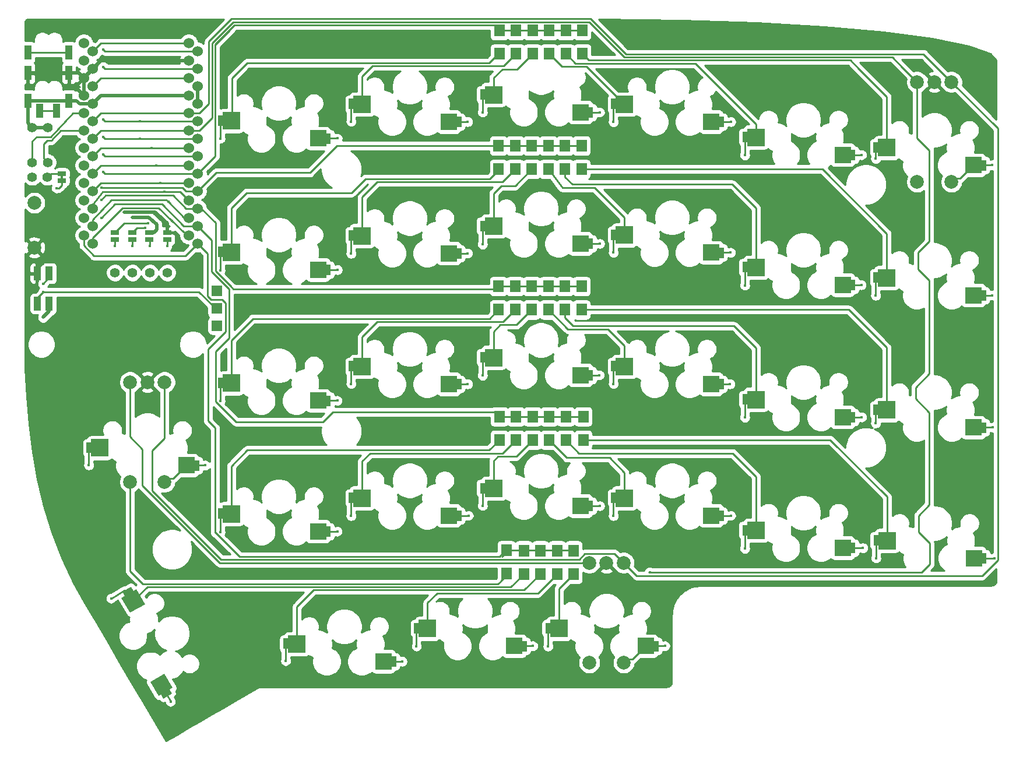
<source format=gbr>
G04 #@! TF.GenerationSoftware,KiCad,Pcbnew,5.1.9*
G04 #@! TF.CreationDate,2021-01-24T14:33:22-08:00*
G04 #@! TF.ProjectId,Lily58_prot_MX,4c696c79-3538-45f7-9072-6f745f4d582e,rev?*
G04 #@! TF.SameCoordinates,Original*
G04 #@! TF.FileFunction,Copper,L1,Top*
G04 #@! TF.FilePolarity,Positive*
%FSLAX46Y46*%
G04 Gerber Fmt 4.6, Leading zero omitted, Abs format (unit mm)*
G04 Created by KiCad (PCBNEW 5.1.9) date 2021-01-24 14:33:22*
%MOMM*%
%LPD*%
G01*
G04 APERTURE LIST*
G04 #@! TA.AperFunction,SMDPad,CuDef*
%ADD10R,2.500000X2.500000*%
G04 #@! TD*
G04 #@! TA.AperFunction,SMDPad,CuDef*
%ADD11R,2.400000X2.400000*%
G04 #@! TD*
G04 #@! TA.AperFunction,SMDPad,CuDef*
%ADD12R,0.700000X1.500000*%
G04 #@! TD*
G04 #@! TA.AperFunction,ComponentPad*
%ADD13R,1.500000X1.800000*%
G04 #@! TD*
G04 #@! TA.AperFunction,ComponentPad*
%ADD14C,1.524000*%
G04 #@! TD*
G04 #@! TA.AperFunction,SMDPad,CuDef*
%ADD15R,1.000000X2.000000*%
G04 #@! TD*
G04 #@! TA.AperFunction,SMDPad,CuDef*
%ADD16C,0.100000*%
G04 #@! TD*
G04 #@! TA.AperFunction,ComponentPad*
%ADD17R,1.524000X1.524000*%
G04 #@! TD*
G04 #@! TA.AperFunction,ComponentPad*
%ADD18R,1.000000X2.100000*%
G04 #@! TD*
G04 #@! TA.AperFunction,ComponentPad*
%ADD19C,1.397000*%
G04 #@! TD*
G04 #@! TA.AperFunction,SMDPad,CuDef*
%ADD20R,1.143000X0.635000*%
G04 #@! TD*
G04 #@! TA.AperFunction,ComponentPad*
%ADD21C,2.000000*%
G04 #@! TD*
G04 #@! TA.AperFunction,SMDPad,CuDef*
%ADD22R,0.381000X0.381000*%
G04 #@! TD*
G04 #@! TA.AperFunction,ViaPad*
%ADD23C,0.400000*%
G04 #@! TD*
G04 #@! TA.AperFunction,Conductor*
%ADD24C,0.250000*%
G04 #@! TD*
G04 #@! TA.AperFunction,Conductor*
%ADD25C,0.500000*%
G04 #@! TD*
G04 #@! TA.AperFunction,Conductor*
%ADD26C,0.254000*%
G04 #@! TD*
G04 #@! TA.AperFunction,Conductor*
%ADD27C,0.100000*%
G04 #@! TD*
G04 APERTURE END LIST*
D10*
X151700000Y-67840001D03*
D11*
X164300000Y-70380000D03*
D12*
X150100000Y-67800000D03*
X165800000Y-70400000D03*
D10*
X113600000Y-71640001D03*
D11*
X126200000Y-74180000D03*
D12*
X112000000Y-71600000D03*
X127700000Y-74200000D03*
X146700000Y-52700000D03*
X131000000Y-50100000D03*
D11*
X145200000Y-52680000D03*
D10*
X132600000Y-50140001D03*
X170700000Y-50140001D03*
D11*
X183300000Y-52680000D03*
D12*
X169100000Y-50100000D03*
X184800000Y-52700000D03*
D10*
X113600000Y-52540001D03*
D11*
X126200000Y-55080000D03*
D12*
X112000000Y-52500000D03*
X127700000Y-55100000D03*
X222950000Y-116100000D03*
X207250000Y-113500000D03*
D11*
X221450000Y-116080000D03*
D10*
X208850000Y-113540001D03*
X132600000Y-107340001D03*
D11*
X145200000Y-109880000D03*
D12*
X131000000Y-107300000D03*
X146700000Y-109900000D03*
X127700000Y-112200000D03*
X112000000Y-109600000D03*
D11*
X126200000Y-112180000D03*
D10*
X113600000Y-109640001D03*
D13*
X152400000Y-79981000D03*
X152400000Y-76581000D03*
X154813000Y-76581000D03*
X154813000Y-79981000D03*
X157226000Y-79981000D03*
X157226000Y-76581000D03*
X159639000Y-76581000D03*
X159639000Y-79981000D03*
X162052000Y-79981000D03*
X162052000Y-76581000D03*
X164465000Y-76581000D03*
X164465000Y-79981000D03*
X152527000Y-98904000D03*
X152527000Y-95504000D03*
X154940000Y-95504000D03*
X154940000Y-98904000D03*
X157353000Y-98904000D03*
X157353000Y-95504000D03*
X159766000Y-95504000D03*
X159766000Y-98904000D03*
X162179000Y-98904000D03*
X162179000Y-95504000D03*
X164719000Y-95504000D03*
X164719000Y-98904000D03*
D10*
X170700000Y-107340001D03*
D11*
X183300000Y-109880000D03*
D12*
X169100000Y-107300000D03*
X184800000Y-109900000D03*
D13*
X152400000Y-56163000D03*
X152400000Y-59563000D03*
X154813000Y-59563000D03*
X154813000Y-56163000D03*
X157226000Y-56163000D03*
X157226000Y-59563000D03*
X159639000Y-59563000D03*
X159639000Y-56163000D03*
X162052000Y-56163000D03*
X162052000Y-59563000D03*
X164465000Y-59563000D03*
X164465000Y-56163000D03*
D12*
X222900000Y-77900000D03*
X207200000Y-75300000D03*
D11*
X221400000Y-77880000D03*
D10*
X208800000Y-75340001D03*
D12*
X184800000Y-71700000D03*
X169100000Y-69100000D03*
D11*
X183300000Y-71680000D03*
D10*
X170700000Y-69140001D03*
D12*
X203900000Y-57500000D03*
X188200000Y-54900000D03*
D11*
X202400000Y-57480000D03*
D10*
X189800000Y-54940001D03*
D14*
X107420000Y-41230000D03*
X107420000Y-43770000D03*
X107420000Y-46310000D03*
X107420000Y-48850000D03*
X107420000Y-51390000D03*
X107420000Y-53930000D03*
X107420000Y-56470000D03*
X107420000Y-59010000D03*
X107420000Y-61550000D03*
X107420000Y-64090000D03*
X107420000Y-66630000D03*
X107420000Y-69170000D03*
X92180000Y-69170000D03*
X92180000Y-66630000D03*
X92180000Y-64090000D03*
X92180000Y-61550000D03*
X92180000Y-59010000D03*
X92180000Y-56470000D03*
X92180000Y-53930000D03*
X92180000Y-51390000D03*
X92180000Y-48850000D03*
X92180000Y-46310000D03*
X92180000Y-43770000D03*
X92180000Y-41230000D03*
X108718815Y-52585745D03*
X108718815Y-57665745D03*
X93478815Y-42425745D03*
X108718815Y-44965745D03*
X108718815Y-67825745D03*
X93478815Y-70365745D03*
X108718815Y-60205745D03*
X108718815Y-62745745D03*
X93478815Y-60205745D03*
X93478815Y-65285745D03*
X93478815Y-52585745D03*
X93478815Y-50045745D03*
X93478815Y-44965745D03*
X93478815Y-55125745D03*
X108718815Y-70365745D03*
X93478815Y-62745745D03*
X108718815Y-42425745D03*
X108718815Y-47505745D03*
X93478815Y-67825745D03*
X108718815Y-50045745D03*
X108718815Y-55125745D03*
X93478815Y-57665745D03*
X108718815Y-65285745D03*
X93478815Y-47505745D03*
D13*
X152527000Y-39399000D03*
X152527000Y-42799000D03*
X154940000Y-42799000D03*
X154940000Y-39399000D03*
X159766000Y-42799000D03*
X159766000Y-39399000D03*
X162179000Y-39399000D03*
X162179000Y-42799000D03*
X164592000Y-42799000D03*
X164592000Y-39399000D03*
X157353000Y-39399000D03*
X157353000Y-42799000D03*
D12*
X165800000Y-51310000D03*
X150100000Y-48710000D03*
D11*
X164300000Y-51290000D03*
D10*
X151700000Y-48750001D03*
D15*
X85408800Y-74698500D03*
X87158800Y-74698500D03*
X85408800Y-79098500D03*
X87158800Y-79098500D03*
D12*
X175300000Y-128850000D03*
X159600000Y-126250000D03*
D11*
X173800000Y-128830000D03*
D10*
X161200000Y-126290001D03*
D12*
X108600000Y-102600000D03*
X92900000Y-100000000D03*
D11*
X107100000Y-102580000D03*
D10*
X94500000Y-100040001D03*
D12*
X222900000Y-59000000D03*
X207200000Y-56400000D03*
D11*
X221400000Y-58980000D03*
D10*
X208800000Y-56440001D03*
X113600000Y-90640001D03*
D11*
X126200000Y-93180000D03*
D12*
X112000000Y-90600000D03*
X127700000Y-93200000D03*
X146700000Y-71800000D03*
X131000000Y-69200000D03*
D11*
X145200000Y-71780000D03*
D10*
X132600000Y-69240001D03*
X189800000Y-73840001D03*
D11*
X202400000Y-76380000D03*
D12*
X188200000Y-73800000D03*
X203900000Y-76400000D03*
G04 #@! TA.AperFunction,SMDPad,CuDef*
D16*
G36*
X105007789Y-135713492D02*
G01*
X103708751Y-136463492D01*
X103358751Y-135857274D01*
X104657789Y-135107274D01*
X105007789Y-135713492D01*
G37*
G04 #@! TD.AperFunction*
G04 #@! TA.AperFunction,SMDPad,CuDef*
G36*
X99409455Y-120816893D02*
G01*
X98110417Y-121566893D01*
X97760417Y-120960675D01*
X99059455Y-120210675D01*
X99409455Y-120816893D01*
G37*
G04 #@! TD.AperFunction*
G04 #@! TA.AperFunction,SMDPad,CuDef*
G36*
X101811361Y-134037115D02*
G01*
X103889821Y-132837115D01*
X105089821Y-134915575D01*
X103011361Y-136115575D01*
X101811361Y-134037115D01*
G37*
G04 #@! TD.AperFunction*
G04 #@! TA.AperFunction,SMDPad,CuDef*
G36*
X97642763Y-121836893D02*
G01*
X99807827Y-120586893D01*
X101057827Y-122751957D01*
X98892763Y-124001957D01*
X97642763Y-121836893D01*
G37*
G04 #@! TD.AperFunction*
D10*
X123100000Y-128540001D03*
D11*
X135700000Y-131080000D03*
D12*
X121500000Y-128500000D03*
X137200000Y-131100000D03*
D10*
X170700000Y-88240001D03*
D11*
X183300000Y-90780000D03*
D12*
X169100000Y-88200000D03*
X184800000Y-90800000D03*
X165800000Y-89500000D03*
X150100000Y-86900000D03*
D11*
X164300000Y-89480000D03*
D10*
X151700000Y-86940001D03*
D12*
X203900000Y-95600000D03*
X188200000Y-93000000D03*
D11*
X202400000Y-95580000D03*
D10*
X189800000Y-93040001D03*
X208800000Y-94540001D03*
D11*
X221400000Y-97080000D03*
D12*
X207200000Y-94500000D03*
X222900000Y-97100000D03*
D17*
X111506000Y-77216000D03*
X111506000Y-79816000D03*
X111506000Y-82316000D03*
D18*
X84050000Y-49600000D03*
X88250000Y-51100000D03*
X84050000Y-42600000D03*
X84050000Y-45600000D03*
X90000000Y-42600000D03*
X90000000Y-45600000D03*
X90000000Y-49600000D03*
X85800000Y-51100000D03*
D19*
X96700000Y-74600000D03*
X99240000Y-74600000D03*
X101780000Y-74600000D03*
X104320000Y-74600000D03*
D20*
X104300000Y-68799620D03*
X104300000Y-69800380D03*
X101700000Y-68799620D03*
X101700000Y-69800380D03*
X99200000Y-68799620D03*
X99200000Y-69800380D03*
X96700000Y-68799620D03*
X96700000Y-69800380D03*
D19*
X84700000Y-60700000D03*
X86900000Y-60700000D03*
X84688035Y-58579272D03*
X84688035Y-53499272D03*
X86938035Y-53499272D03*
X86938035Y-58579272D03*
D21*
X85000000Y-70950000D03*
X85000000Y-64450000D03*
D10*
X132600000Y-88240001D03*
D11*
X145200000Y-90780000D03*
D12*
X131000000Y-88200000D03*
X146700000Y-90800000D03*
X165800000Y-108500000D03*
X150100000Y-105900000D03*
D11*
X164300000Y-108480000D03*
D10*
X151700000Y-105940001D03*
D12*
X203900000Y-114600000D03*
X188200000Y-112000000D03*
D11*
X202400000Y-114580000D03*
D10*
X189800000Y-112040001D03*
D12*
X156200000Y-128850000D03*
X140500000Y-126250000D03*
D11*
X154700000Y-128830000D03*
D10*
X142100000Y-126290001D03*
D22*
X89000000Y-60700000D03*
D20*
X89000000Y-60199620D03*
X89000000Y-61200380D03*
D21*
X103900000Y-90500000D03*
X101400000Y-90500000D03*
X98900000Y-90500000D03*
X103900000Y-105000000D03*
X98900000Y-105000000D03*
D13*
X153543000Y-114935000D03*
X153543000Y-118335000D03*
X156083000Y-118364000D03*
X156083000Y-114964000D03*
X158496000Y-114964000D03*
X158496000Y-118364000D03*
X160909000Y-118364000D03*
X160909000Y-114964000D03*
X163322000Y-118364000D03*
X163322000Y-114964000D03*
D21*
X170600000Y-116750000D03*
X168100000Y-116750000D03*
X165600000Y-116750000D03*
X170600000Y-131250000D03*
X165600000Y-131250000D03*
X218200000Y-46900000D03*
X215700000Y-46900000D03*
X213200000Y-46900000D03*
X218200000Y-61400000D03*
X213200000Y-61400000D03*
D23*
X112000000Y-55104000D03*
X131000000Y-52642000D03*
X150100000Y-51294000D03*
X94996000Y-59944000D03*
X169100000Y-52705000D03*
X94742000Y-62230000D03*
X188200000Y-57517000D03*
X94742000Y-64008000D03*
X94742000Y-66630000D03*
X112000000Y-74281000D03*
X131000000Y-71818000D03*
X150100000Y-70471000D03*
X169100000Y-71691000D03*
X188200000Y-76440000D03*
X207200000Y-77915000D03*
X112000000Y-93204000D03*
X131000000Y-90742000D03*
X150100000Y-89521000D03*
X169100000Y-90742000D03*
X188200000Y-95617000D03*
X207200000Y-96457000D03*
X112000000Y-112254000D03*
X131000000Y-109918000D03*
X150100000Y-108444000D03*
X169100000Y-109918000D03*
X188200000Y-114667000D03*
X207250000Y-116064000D03*
X96139000Y-121920000D03*
X121500000Y-130976000D03*
X140500000Y-128867000D03*
X98126000Y-48850000D03*
X99200000Y-66548000D03*
X86283800Y-81089500D03*
X98044000Y-65786000D03*
X86233000Y-73152000D03*
X108585000Y-79883000D03*
X122174000Y-45085000D03*
X143129000Y-64516000D03*
X123698000Y-102870000D03*
X196596000Y-66802000D03*
X213106000Y-86487000D03*
X190119000Y-41910000D03*
X220472000Y-68834000D03*
X137795000Y-41529000D03*
X101727000Y-110617000D03*
X98171000Y-39624000D03*
X211709000Y-49403000D03*
X220599000Y-88138000D03*
X112776000Y-62230000D03*
X115443000Y-97663000D03*
X174117000Y-83566000D03*
X181102000Y-83312000D03*
X148971000Y-41148000D03*
X207391000Y-108839000D03*
X210566000Y-106807000D03*
X220726000Y-106680000D03*
X120650000Y-58801000D03*
X120396000Y-55626000D03*
X196723000Y-56261000D03*
X207391000Y-53086000D03*
X158369000Y-49784000D03*
X212344000Y-52578000D03*
X107823000Y-107188000D03*
X171577000Y-122174000D03*
X120396000Y-111125000D03*
X158496000Y-106934000D03*
X147447000Y-46736000D03*
X145923000Y-122174000D03*
X155448000Y-102235000D03*
X155575000Y-83058000D03*
X216154000Y-114300000D03*
X136271000Y-45720000D03*
X120650000Y-72644000D03*
X86868000Y-45085000D03*
X172720000Y-45339000D03*
X218440000Y-54229000D03*
X112649000Y-87249000D03*
X120523000Y-92075000D03*
X115189000Y-76200000D03*
X186157000Y-52680000D03*
X186030000Y-90780000D03*
X186130000Y-71680000D03*
X157405000Y-128830000D03*
X186157000Y-109880000D03*
X103296000Y-61550000D03*
X167114000Y-51290000D03*
X167060000Y-89480000D03*
X167110000Y-70380000D03*
X138414000Y-131080000D03*
X167110000Y-108480000D03*
X103886000Y-62865000D03*
X147930000Y-52680000D03*
X147930000Y-71780000D03*
X147930000Y-90780000D03*
X104775000Y-136906000D03*
X148057000Y-109880000D03*
X104457500Y-64325500D03*
X94996000Y-52324000D03*
X101477001Y-67441001D03*
X100322255Y-52585745D03*
X94996000Y-42164000D03*
X86283800Y-77406500D03*
X94996000Y-54864000D03*
X101092000Y-68072000D03*
X100337745Y-55125745D03*
X94996000Y-57404000D03*
X94996000Y-44704000D03*
X88215536Y-62307536D03*
X96647000Y-70739000D03*
X99187000Y-70739000D03*
X101727000Y-70739000D03*
X104267000Y-70739000D03*
X174371000Y-118110000D03*
X224126000Y-77880000D03*
X224230000Y-97080000D03*
X224407000Y-116080000D03*
X224103000Y-58980000D03*
X102026000Y-56470000D03*
X92900000Y-102553000D03*
X205156000Y-57480000D03*
X205105000Y-76380000D03*
X205181000Y-95580000D03*
X205333000Y-114580000D03*
X176582000Y-128830000D03*
X102661000Y-59010000D03*
X129000000Y-55086000D03*
X129020000Y-74180000D03*
X128994000Y-93180000D03*
X128993000Y-112180000D03*
X109819000Y-102580000D03*
X105001147Y-67083853D03*
X159600000Y-128866000D03*
X207200000Y-58051200D03*
X86252050Y-76231750D03*
D24*
X112040001Y-52540001D02*
X112000000Y-52500000D01*
X113600000Y-52540001D02*
X112040001Y-52540001D01*
X112000000Y-52500000D02*
X112000000Y-55104000D01*
X112000000Y-55104000D02*
X112000000Y-55104000D01*
X152527000Y-42799000D02*
X152400000Y-42799000D01*
X151064021Y-44134979D02*
X115885021Y-44134979D01*
X152400000Y-42799000D02*
X151064021Y-44134979D01*
X115885021Y-44134979D02*
X113665000Y-46355000D01*
X113665000Y-52475001D02*
X113600000Y-52540001D01*
X113665000Y-46355000D02*
X113665000Y-52475001D01*
X106920541Y-72164019D02*
X108718815Y-70365745D01*
X93668327Y-72164019D02*
X106920541Y-72164019D01*
X92180000Y-70675692D02*
X93668327Y-72164019D01*
X92180000Y-69170000D02*
X92180000Y-70675692D01*
X152908000Y-115824000D02*
X153543000Y-115189000D01*
X153416000Y-115316000D02*
X153543000Y-115189000D01*
X163293000Y-114935000D02*
X163322000Y-114964000D01*
X153543000Y-114935000D02*
X163293000Y-114935000D01*
X111252000Y-112283002D02*
X111252000Y-112395000D01*
X153543000Y-114935000D02*
X153416000Y-114935000D01*
X153416000Y-114935000D02*
X152527001Y-115823999D01*
X110172035Y-77991037D02*
X110172035Y-71818965D01*
X110617000Y-78486000D02*
X110172035Y-77991037D01*
X112268000Y-78486000D02*
X110617000Y-78486000D01*
X110172035Y-71818965D02*
X108718815Y-70365745D01*
X112776000Y-78994000D02*
X112268000Y-78486000D01*
X112776000Y-83185000D02*
X112776000Y-78994000D01*
X110236000Y-96139000D02*
X110236000Y-85695002D01*
X111252000Y-112283002D02*
X111252000Y-97155000D01*
X110236000Y-85695002D02*
X112776000Y-83185000D01*
X114792997Y-115823999D02*
X111252000Y-112283002D01*
X111252000Y-97155000D02*
X110236000Y-96139000D01*
X152527001Y-115823999D02*
X114792997Y-115823999D01*
X131040001Y-50140001D02*
X131000000Y-50100000D01*
X132600000Y-50140001D02*
X131040001Y-50140001D01*
X131000000Y-50100000D02*
X131000000Y-52642000D01*
X131000000Y-52642000D02*
X131000000Y-52642000D01*
X134104011Y-44584989D02*
X132600000Y-46089000D01*
X153154011Y-44584989D02*
X134104011Y-44584989D01*
X154940000Y-42799000D02*
X153154011Y-44584989D01*
X132600000Y-50140001D02*
X132600000Y-46089000D01*
X150140001Y-48750001D02*
X150100000Y-48710000D01*
X151700000Y-48750001D02*
X150140001Y-48750001D01*
X150100000Y-48710000D02*
X150100000Y-51294000D01*
X150100000Y-51294000D02*
X150100000Y-51294000D01*
X157226000Y-42926000D02*
X157353000Y-42799000D01*
X151700000Y-46290998D02*
X151700000Y-46417000D01*
X155117001Y-45034999D02*
X152955999Y-45034999D01*
X157353000Y-42799000D02*
X155117001Y-45034999D01*
X152955999Y-45034999D02*
X151700000Y-46290998D01*
X151700000Y-48750001D02*
X151700000Y-46417000D01*
X108718815Y-60205745D02*
X95257745Y-60205745D01*
X95257745Y-60205745D02*
X94996000Y-59944000D01*
X94996000Y-59944000D02*
X94996000Y-59944000D01*
X111252000Y-57672560D02*
X108718815Y-60205745D01*
X164592000Y-39399000D02*
X152527000Y-39399000D01*
X113382000Y-39399000D02*
X111252000Y-41529000D01*
X152527000Y-39243000D02*
X151908009Y-38624009D01*
X152527000Y-39399000D02*
X152527000Y-39243000D01*
X111252000Y-41402000D02*
X111252000Y-42418000D01*
X114029991Y-38624009D02*
X111252000Y-41402000D01*
X151908009Y-38624009D02*
X114029991Y-38624009D01*
X111252000Y-42418000D02*
X111252000Y-57672560D01*
X111252000Y-41529000D02*
X111252000Y-42418000D01*
X169140001Y-50140001D02*
X169100000Y-50100000D01*
X170700000Y-50140001D02*
X169140001Y-50140001D01*
X169100000Y-50100000D02*
X169100000Y-52705000D01*
X169100000Y-52705000D02*
X169100000Y-52705000D01*
X170660181Y-50140001D02*
X170700000Y-50140001D01*
X165166190Y-44646010D02*
X170660181Y-50140001D01*
X161613010Y-44646010D02*
X165166190Y-44646010D01*
X159766000Y-42799000D02*
X161613010Y-44646010D01*
X106491238Y-62230000D02*
X107006983Y-62745745D01*
X107006983Y-62745745D02*
X108718815Y-62745745D01*
X94742000Y-62230000D02*
X106491238Y-62230000D01*
X164465000Y-56163000D02*
X152400000Y-56163000D01*
X152400000Y-56163000D02*
X152400000Y-56007000D01*
X152400000Y-56163000D02*
X128929702Y-56163000D01*
X108718815Y-62745745D02*
X111393560Y-60071000D01*
X125021702Y-60071000D02*
X126137851Y-58954851D01*
X111393560Y-60071000D02*
X125021702Y-60071000D01*
X128929702Y-56163000D02*
X126137851Y-58954851D01*
X188240001Y-54940001D02*
X188200000Y-54900000D01*
X189800000Y-54940001D02*
X188240001Y-54940001D01*
X188200000Y-54900000D02*
X188200000Y-57517000D01*
X188200000Y-57517000D02*
X188200000Y-57517000D01*
X189800000Y-52980998D02*
X181015002Y-44196000D01*
X189800000Y-54940001D02*
X189800000Y-52980998D01*
X163576000Y-44196000D02*
X162179000Y-42799000D01*
X181015002Y-44196000D02*
X163576000Y-44196000D01*
X95359999Y-63390001D02*
X94742000Y-64008000D01*
X105111239Y-63390001D02*
X95359999Y-63390001D01*
X107006983Y-65285745D02*
X105111239Y-63390001D01*
X108718815Y-65285745D02*
X107006983Y-65285745D01*
X164465000Y-76581000D02*
X152400000Y-76581000D01*
X109246743Y-65285745D02*
X108718815Y-65285745D01*
X111324999Y-67364001D02*
X109246743Y-65285745D01*
X111324999Y-74383001D02*
X111324999Y-67364001D01*
X113538000Y-76581000D02*
X111324999Y-74383001D01*
X152019000Y-76962000D02*
X152400000Y-76581000D01*
X113903998Y-76962000D02*
X114173000Y-76962000D01*
X113538000Y-76596002D02*
X113903998Y-76962000D01*
X113538000Y-76581000D02*
X113538000Y-76596002D01*
X114173000Y-76962000D02*
X152019000Y-76962000D01*
X114046000Y-76962000D02*
X114173000Y-76962000D01*
X94742000Y-66630000D02*
X96647000Y-64643000D01*
X103529410Y-64643000D02*
X96647000Y-64643000D01*
X106712155Y-67825745D02*
X103529410Y-64643000D01*
X108718815Y-67825745D02*
X106712155Y-67825745D01*
X164719000Y-95504000D02*
X152527000Y-95504000D01*
X128314201Y-94824799D02*
X126873000Y-96266000D01*
X110744000Y-69850930D02*
X108718815Y-67825745D01*
X110744000Y-74438412D02*
X110744000Y-69850930D01*
X113284000Y-76978412D02*
X110744000Y-74438412D01*
X113284000Y-84072590D02*
X113284000Y-76978412D01*
X111324999Y-86031591D02*
X113284000Y-84072590D01*
X111324999Y-93306001D02*
X111324999Y-86031591D01*
X114300000Y-96266000D02*
X111324999Y-93306001D01*
X126873000Y-96266000D02*
X114300000Y-96266000D01*
X151847799Y-94824799D02*
X128314201Y-94824799D01*
X152527000Y-95504000D02*
X151847799Y-94824799D01*
X112040001Y-71640001D02*
X112000000Y-71600000D01*
X113600000Y-71640001D02*
X112040001Y-71640001D01*
X112000000Y-71600000D02*
X112000000Y-74281000D01*
X112000000Y-74281000D02*
X112000000Y-74281000D01*
X152400000Y-59563000D02*
X152400000Y-59690000D01*
X152400000Y-59690000D02*
X151130000Y-60960000D01*
X151130000Y-60960000D02*
X133096000Y-60960000D01*
X133096000Y-60960000D02*
X131064000Y-62992000D01*
X131064000Y-62992000D02*
X115824000Y-62992000D01*
X113600000Y-65216000D02*
X113600000Y-71640001D01*
X115824000Y-62992000D02*
X113600000Y-65216000D01*
X131040001Y-69240001D02*
X131000000Y-69200000D01*
X132600000Y-69240001D02*
X131040001Y-69240001D01*
X131000000Y-69200000D02*
X131000000Y-71818000D01*
X131000000Y-71818000D02*
X131000000Y-71818000D01*
X152965990Y-61410010D02*
X134804990Y-61410010D01*
X154813000Y-59563000D02*
X152965990Y-61410010D01*
X132600000Y-63615000D02*
X132600000Y-69240001D01*
X134804990Y-61410010D02*
X132600000Y-63615000D01*
X150100000Y-67800000D02*
X150100000Y-70471000D01*
X150140001Y-67840001D02*
X150100000Y-67800000D01*
X151700000Y-67840001D02*
X150140001Y-67840001D01*
X150100000Y-70471000D02*
X150100000Y-70471000D01*
X157226000Y-59563000D02*
X154813000Y-61976000D01*
X154813000Y-61976000D02*
X152781000Y-61976000D01*
X151700000Y-63057000D02*
X151700000Y-67840001D01*
X152781000Y-61976000D02*
X151700000Y-63057000D01*
X169100000Y-69100000D02*
X169100000Y-71691000D01*
X169140001Y-69140001D02*
X169100000Y-69100000D01*
X170700000Y-69140001D02*
X169140001Y-69140001D01*
X169100000Y-71691000D02*
X169100000Y-71691000D01*
X161671000Y-62230000D02*
X159639000Y-59563000D01*
X166370000Y-62230000D02*
X161671000Y-62230000D01*
X170700000Y-66560000D02*
X166370000Y-62230000D01*
X170700000Y-69140001D02*
X170700000Y-66560000D01*
X188200000Y-73800000D02*
X188200000Y-76440000D01*
X188240001Y-73840001D02*
X188200000Y-73800000D01*
X189800000Y-73840001D02*
X188240001Y-73840001D01*
X188200000Y-76440000D02*
X188200000Y-76440000D01*
X186366990Y-61779990D02*
X189800000Y-65213000D01*
X162052000Y-60713000D02*
X163118990Y-61779990D01*
X163118990Y-61779990D02*
X186366990Y-61779990D01*
X162052000Y-59563000D02*
X162052000Y-60713000D01*
X189800000Y-65213000D02*
X189800000Y-73840001D01*
X207200000Y-75300000D02*
X207200000Y-77915000D01*
X207240001Y-75340001D02*
X207200000Y-75300000D01*
X208800000Y-75340001D02*
X207240001Y-75340001D01*
X207200000Y-77915000D02*
X207200000Y-77915000D01*
X208800000Y-68907298D02*
X208800000Y-75340001D01*
X199455702Y-59563000D02*
X208800000Y-68907298D01*
X164465000Y-59563000D02*
X199455702Y-59563000D01*
X112040001Y-90640001D02*
X112000000Y-90600000D01*
X113600000Y-90640001D02*
X112040001Y-90640001D01*
X112000000Y-90600000D02*
X112000000Y-93204000D01*
X112000000Y-93204000D02*
X112000000Y-93204000D01*
X113600000Y-90640001D02*
X113600000Y-84393000D01*
X113600000Y-84393000D02*
X116713000Y-81280000D01*
X151101000Y-81280000D02*
X152400000Y-79981000D01*
X116713000Y-81280000D02*
X151101000Y-81280000D01*
X131040001Y-88240001D02*
X131000000Y-88200000D01*
X132600000Y-88240001D02*
X131040001Y-88240001D01*
X131000000Y-88200000D02*
X131000000Y-90742000D01*
X131000000Y-90742000D02*
X131000000Y-90742000D01*
X132600000Y-88240001D02*
X132600000Y-83935000D01*
X153063990Y-81730010D02*
X154813000Y-79981000D01*
X134804990Y-81730010D02*
X153063990Y-81730010D01*
X132600000Y-83935000D02*
X134804990Y-81730010D01*
X150140001Y-86940001D02*
X150100000Y-86900000D01*
X151700000Y-86940001D02*
X150140001Y-86940001D01*
X150100000Y-86900000D02*
X150100000Y-89521000D01*
X150100000Y-89521000D02*
X150100000Y-89521000D01*
X151700000Y-86940001D02*
X151700000Y-83123000D01*
X155026980Y-82180020D02*
X157226000Y-79981000D01*
X152642980Y-82180020D02*
X155026980Y-82180020D01*
X151700000Y-83123000D02*
X152642980Y-82180020D01*
X169140001Y-88240001D02*
X169100000Y-88200000D01*
X170700000Y-88240001D02*
X169140001Y-88240001D01*
X169100000Y-88200000D02*
X169100000Y-90742000D01*
X169100000Y-90742000D02*
X169100000Y-90742000D01*
X170700000Y-88240001D02*
X170700000Y-85229000D01*
X170700000Y-85229000D02*
X168275000Y-82804000D01*
X162462000Y-82804000D02*
X159639000Y-79981000D01*
X168275000Y-82804000D02*
X162462000Y-82804000D01*
X188240001Y-93040001D02*
X188200000Y-93000000D01*
X189800000Y-93040001D02*
X188240001Y-93040001D01*
X188200000Y-93000000D02*
X188200000Y-95617000D01*
X188200000Y-95617000D02*
X188200000Y-95617000D01*
X163274990Y-82353990D02*
X186620990Y-82353990D01*
X162052000Y-81131000D02*
X163274990Y-82353990D01*
X162052000Y-79981000D02*
X162052000Y-81131000D01*
X189800000Y-85533000D02*
X189800000Y-93040001D01*
X186620990Y-82353990D02*
X189800000Y-85533000D01*
X207200000Y-94500000D02*
X207200000Y-96457000D01*
X207240001Y-94540001D02*
X207200000Y-94500000D01*
X208800000Y-94540001D02*
X207240001Y-94540001D01*
X207200000Y-96457000D02*
X207200000Y-96457000D01*
X164465000Y-79981000D02*
X203298000Y-79981000D01*
X208800000Y-85483000D02*
X208800000Y-94540001D01*
X203298000Y-79981000D02*
X208800000Y-85483000D01*
X112040001Y-109640001D02*
X112000000Y-109600000D01*
X113600000Y-109640001D02*
X112040001Y-109640001D01*
X112000000Y-109600000D02*
X112000000Y-112254000D01*
X112000000Y-112254000D02*
X112000000Y-112254000D01*
X151055799Y-100375201D02*
X115905799Y-100375201D01*
X152527000Y-98904000D02*
X151055799Y-100375201D01*
X113600000Y-102681000D02*
X113600000Y-109640001D01*
X115905799Y-100375201D02*
X113600000Y-102681000D01*
X131040001Y-107340001D02*
X131000000Y-107300000D01*
X132600000Y-107340001D02*
X131040001Y-107340001D01*
X131000000Y-107300000D02*
X131000000Y-109918000D01*
X131000000Y-109918000D02*
X131000000Y-109918000D01*
X132600000Y-107340001D02*
X132600000Y-101993000D01*
X153018789Y-100825211D02*
X154940000Y-98904000D01*
X133767789Y-100825211D02*
X153018789Y-100825211D01*
X132600000Y-101993000D02*
X133767789Y-100825211D01*
X150140001Y-105940001D02*
X150100000Y-105900000D01*
X151700000Y-105940001D02*
X150140001Y-105940001D01*
X150100000Y-105900000D02*
X150100000Y-108444000D01*
X150100000Y-108444000D02*
X150100000Y-108444000D01*
X151700000Y-105940001D02*
X151700000Y-101919000D01*
X154981779Y-101275221D02*
X157353000Y-98904000D01*
X152343779Y-101275221D02*
X154981779Y-101275221D01*
X151700000Y-101919000D02*
X152343779Y-101275221D01*
X169140001Y-107340001D02*
X169100000Y-107300000D01*
X170700000Y-107340001D02*
X169140001Y-107340001D01*
X169100000Y-107300000D02*
X169100000Y-109918000D01*
X169100000Y-109918000D02*
X169100000Y-109918000D01*
X159766000Y-98904000D02*
X162335000Y-101473000D01*
X162335000Y-101473000D02*
X168529000Y-101473000D01*
X170700000Y-103644000D02*
X170700000Y-107340001D01*
X168529000Y-101473000D02*
X170700000Y-103644000D01*
X188240001Y-112040001D02*
X188200000Y-112000000D01*
X189800000Y-112040001D02*
X188240001Y-112040001D01*
X188200000Y-112000000D02*
X188200000Y-114667000D01*
X188200000Y-114667000D02*
X188200000Y-114667000D01*
X162179000Y-98904000D02*
X164113000Y-100838000D01*
X186433000Y-100838000D02*
X189800000Y-104205000D01*
X164113000Y-100838000D02*
X186433000Y-100838000D01*
X189800000Y-104205000D02*
X189800000Y-112040001D01*
X207290001Y-113540001D02*
X207250000Y-113500000D01*
X208850000Y-113540001D02*
X207290001Y-113540001D01*
X207250000Y-113500000D02*
X207250000Y-116064000D01*
X207250000Y-116064000D02*
X207250000Y-116064000D01*
X208850000Y-107157298D02*
X208850000Y-113540001D01*
X200596702Y-98904000D02*
X208850000Y-107157298D01*
X164719000Y-98904000D02*
X200596702Y-98904000D01*
X99350295Y-121654143D02*
X98584936Y-120888784D01*
X99350295Y-122294425D02*
X99350295Y-121654143D01*
X98044000Y-120777000D02*
X96139000Y-121920000D01*
X98584936Y-120888784D02*
X98044000Y-120777000D01*
X96139000Y-121920000D02*
X96139000Y-121920000D01*
X99350295Y-122294425D02*
X101386740Y-120257980D01*
X154189020Y-120257980D02*
X156083000Y-118364000D01*
X101386740Y-120257980D02*
X154189020Y-120257980D01*
X121540001Y-128540001D02*
X121500000Y-128500000D01*
X123100000Y-128540001D02*
X121540001Y-128540001D01*
X121500000Y-128500000D02*
X121500000Y-130976000D01*
X121500000Y-130976000D02*
X121500000Y-131025000D01*
X123100000Y-123153000D02*
X125545010Y-120707990D01*
X123100000Y-128540001D02*
X123100000Y-123153000D01*
X158496000Y-118364000D02*
X156152010Y-120707990D01*
X125545010Y-120707990D02*
X155644010Y-120707990D01*
X156152010Y-120707990D02*
X155644010Y-120707990D01*
X140540001Y-126290001D02*
X140500000Y-126250000D01*
X142100000Y-126290001D02*
X140540001Y-126290001D01*
X140500000Y-126250000D02*
X140500000Y-128867000D01*
X140500000Y-128867000D02*
X140500000Y-128867000D01*
X142100000Y-122568000D02*
X143510000Y-121158000D01*
X160731002Y-118618000D02*
X160909000Y-118618000D01*
X142100000Y-126290001D02*
X142100000Y-122568000D01*
X158115000Y-121158000D02*
X157607000Y-121158000D01*
X160909000Y-118364000D02*
X158115000Y-121158000D01*
X143510000Y-121158000D02*
X157607000Y-121158000D01*
D25*
X93462559Y-50062001D02*
X93478815Y-50045745D01*
X91598239Y-50062001D02*
X93462559Y-50062001D01*
X86938035Y-53499272D02*
X84688035Y-53499272D01*
X84050000Y-52861237D02*
X84688035Y-53499272D01*
X84050000Y-49600000D02*
X84050000Y-52861237D01*
X84050000Y-49600000D02*
X90000000Y-49600000D01*
X90000000Y-49600000D02*
X91136238Y-49600000D01*
X91136238Y-49600000D02*
X91598239Y-50062001D01*
X107420000Y-48850000D02*
X98126000Y-48850000D01*
X98126000Y-48850000D02*
X94674560Y-48850000D01*
X94674560Y-48850000D02*
X93478815Y-50045745D01*
X102758001Y-68384001D02*
X102342382Y-68799620D01*
X99200000Y-66548000D02*
X101600000Y-66548000D01*
X102342382Y-68799620D02*
X101700000Y-68799620D01*
X101600000Y-66548000D02*
X102758001Y-67564000D01*
X102758001Y-67564000D02*
X102758001Y-68384001D01*
X87158800Y-79098500D02*
X87158800Y-80214500D01*
X87158800Y-80214500D02*
X86283800Y-81089500D01*
X107420000Y-43770000D02*
X94674560Y-43770000D01*
X94674560Y-43770000D02*
X93478815Y-44965745D01*
X92180000Y-46264560D02*
X93478815Y-44965745D01*
X92180000Y-46310000D02*
X92180000Y-46264560D01*
X108718815Y-47505745D02*
X108718815Y-50045745D01*
X84050000Y-45600000D02*
X90000000Y-45600000D01*
X90000000Y-45600000D02*
X91470000Y-45600000D01*
X91470000Y-45600000D02*
X92180000Y-46310000D01*
X92180000Y-46310000D02*
X92180000Y-48850000D01*
X104300000Y-67437000D02*
X104300000Y-68799620D01*
X102489000Y-65786000D02*
X104300000Y-67437000D01*
X98044000Y-65786000D02*
X102489000Y-65786000D01*
X85408800Y-73976200D02*
X86233000Y-73152000D01*
X85408800Y-74698500D02*
X85408800Y-73976200D01*
X107436256Y-43753744D02*
X107420000Y-43770000D01*
D24*
X183300000Y-52680000D02*
X186157000Y-52680000D01*
X186157000Y-52680000D02*
X186157000Y-52680000D01*
X183300000Y-71680000D02*
X186130000Y-71680000D01*
X183300000Y-90780000D02*
X186030000Y-90780000D01*
X154700000Y-128830000D02*
X157405000Y-128830000D01*
X183300000Y-109880000D02*
X186157000Y-109880000D01*
X186030000Y-90780000D02*
X186030000Y-90780000D01*
X186130000Y-71680000D02*
X186130000Y-71680000D01*
X157405000Y-128830000D02*
X157405000Y-128830000D01*
X186157000Y-109880000D02*
X186157000Y-109880000D01*
X107420000Y-61550000D02*
X103296000Y-61550000D01*
X94674560Y-61550000D02*
X93478815Y-62745745D01*
X102915000Y-61550000D02*
X94674560Y-61550000D01*
X103296000Y-61550000D02*
X102915000Y-61550000D01*
X164300000Y-51290000D02*
X167114000Y-51290000D01*
X167114000Y-51290000D02*
X167114000Y-51290000D01*
X164300000Y-70380000D02*
X167110000Y-70380000D01*
X164300000Y-89480000D02*
X167060000Y-89480000D01*
X135700000Y-131080000D02*
X138414000Y-131080000D01*
X164300000Y-108480000D02*
X167110000Y-108480000D01*
X167060000Y-89480000D02*
X167060000Y-89480000D01*
X167110000Y-70380000D02*
X167110000Y-70380000D01*
X138414000Y-131080000D02*
X138414000Y-131080000D01*
X167110000Y-108480000D02*
X167110000Y-108480000D01*
X106195000Y-62865000D02*
X107420000Y-64090000D01*
X103487999Y-62865000D02*
X103886000Y-62865000D01*
X103487999Y-62865000D02*
X94869000Y-62865000D01*
X93478815Y-64748183D02*
X93478815Y-65285745D01*
X94869000Y-62865000D02*
X93478815Y-64748183D01*
X103886000Y-62865000D02*
X106195000Y-62865000D01*
X145200000Y-52680000D02*
X147930000Y-52680000D01*
X147930000Y-52680000D02*
X147930000Y-52680000D01*
X145200000Y-71780000D02*
X147930000Y-71780000D01*
X145200000Y-90780000D02*
X147930000Y-90780000D01*
X103450591Y-135052704D02*
X104183270Y-135785383D01*
X103450591Y-134476345D02*
X103450591Y-135052704D01*
X104183270Y-135785383D02*
X104775000Y-136906000D01*
X145200000Y-109880000D02*
X148057000Y-109880000D01*
X147930000Y-71780000D02*
X147930000Y-71780000D01*
X147930000Y-90780000D02*
X147930000Y-90780000D01*
X104775000Y-136906000D02*
X104775000Y-136906000D01*
X148057000Y-109880000D02*
X148057000Y-109880000D01*
X93478815Y-66894507D02*
X93478815Y-67825745D01*
X96139000Y-64008000D02*
X93478815Y-66894507D01*
X104140000Y-64008000D02*
X96139000Y-64008000D01*
X107420000Y-66630000D02*
X106762000Y-66630000D01*
X106762000Y-66630000D02*
X104457500Y-64325500D01*
X104457500Y-64325500D02*
X104140000Y-64008000D01*
X94996000Y-52324000D02*
X94996000Y-52324000D01*
X90562089Y-51390000D02*
X92180000Y-51390000D01*
X87376000Y-54864000D02*
X90562089Y-51390000D01*
X84688035Y-58579272D02*
X84688035Y-55519965D01*
X85344000Y-54864000D02*
X87376000Y-54864000D01*
X84688035Y-55519965D02*
X85344000Y-54864000D01*
X98058619Y-67441001D02*
X101477001Y-67441001D01*
X96700000Y-68799620D02*
X98058619Y-67441001D01*
X108718815Y-52585745D02*
X100322255Y-52585745D01*
X100322255Y-52585745D02*
X95257745Y-52585745D01*
X95257745Y-52585745D02*
X94996000Y-52324000D01*
X108718815Y-42425745D02*
X95257745Y-42425745D01*
X95257745Y-42425745D02*
X94996000Y-42164000D01*
X94996000Y-42164000D02*
X94996000Y-42164000D01*
X85408800Y-78281500D02*
X86283800Y-77406500D01*
X85408800Y-79098500D02*
X85408800Y-78281500D01*
X111297487Y-79816000D02*
X111506000Y-79816000D01*
X108887987Y-77406500D02*
X111297487Y-79816000D01*
X86283800Y-77406500D02*
X108887987Y-77406500D01*
X94996000Y-54864000D02*
X94996000Y-54864000D01*
X92180000Y-53930000D02*
X88843202Y-53930000D01*
X88843202Y-53930000D02*
X87581662Y-55305539D01*
X87581662Y-55305539D02*
X87515201Y-55372000D01*
X86360000Y-58026653D02*
X86938035Y-58579272D01*
X87515201Y-55372000D02*
X86868000Y-55372000D01*
X86360000Y-55880000D02*
X86360000Y-58026653D01*
X86868000Y-55372000D02*
X86360000Y-55880000D01*
X99927620Y-68072000D02*
X101092000Y-68072000D01*
X99200000Y-68799620D02*
X99927620Y-68072000D01*
X100337745Y-55125745D02*
X95257745Y-55125745D01*
X95257745Y-55125745D02*
X94996000Y-54864000D01*
X108718815Y-55125745D02*
X100337745Y-55125745D01*
X94674560Y-46310000D02*
X93478815Y-47505745D01*
X107420000Y-46310000D02*
X94674560Y-46310000D01*
X94674560Y-41230000D02*
X93478815Y-42425745D01*
X107420000Y-41230000D02*
X94674560Y-41230000D01*
X108718815Y-57665745D02*
X95257745Y-57665745D01*
X95257745Y-57665745D02*
X94996000Y-57404000D01*
X94996000Y-57404000D02*
X94996000Y-57404000D01*
X108718815Y-44965745D02*
X95257745Y-44965745D01*
X95257745Y-44965745D02*
X94996000Y-44704000D01*
X94996000Y-44704000D02*
X94996000Y-44704000D01*
X88215536Y-62307536D02*
X88568464Y-62307536D01*
X89000000Y-61876000D02*
X89000000Y-61215501D01*
X88568464Y-62307536D02*
X89000000Y-61876000D01*
X85800000Y-51100000D02*
X88250000Y-51100000D01*
X87415501Y-60184499D02*
X89000000Y-60184499D01*
X86900000Y-60700000D02*
X87415501Y-60184499D01*
X84050000Y-42600000D02*
X88972000Y-42600000D01*
X88972000Y-42600000D02*
X90000000Y-42600000D01*
X96647000Y-69853380D02*
X96700000Y-69800380D01*
X96647000Y-70739000D02*
X96647000Y-69853380D01*
X99200000Y-74560000D02*
X99240000Y-74600000D01*
X99187000Y-69813380D02*
X99200000Y-69800380D01*
X99187000Y-70739000D02*
X99187000Y-69813380D01*
X101700000Y-74520000D02*
X101780000Y-74600000D01*
X101727000Y-69827380D02*
X101700000Y-69800380D01*
X101727000Y-70739000D02*
X101727000Y-69827380D01*
X104300000Y-74580000D02*
X104320000Y-74600000D01*
X104267000Y-69833380D02*
X104300000Y-69800380D01*
X104267000Y-70739000D02*
X104267000Y-69833380D01*
X94674560Y-51390000D02*
X93478815Y-52585745D01*
X107420000Y-51390000D02*
X94674560Y-51390000D01*
X113657190Y-37723990D02*
X110351980Y-41029200D01*
X108983322Y-51390000D02*
X107420000Y-51390000D01*
X110351980Y-50021342D02*
X108983322Y-51390000D01*
X110351980Y-41029200D02*
X110351980Y-50021342D01*
X170600000Y-116750000D02*
X172485001Y-118635001D01*
X103900000Y-98648999D02*
X103900000Y-90500000D01*
X102114999Y-106304589D02*
X102114999Y-100434000D01*
X112084419Y-116274009D02*
X102114999Y-106304589D01*
X102114999Y-100434000D02*
X103900000Y-98648999D01*
X164125992Y-116274009D02*
X112084419Y-116274009D01*
X164963999Y-115424999D02*
X164963999Y-115436002D01*
X169274999Y-115424999D02*
X164963999Y-115424999D01*
X164963999Y-115436002D02*
X164125992Y-116274009D01*
X170600000Y-116750000D02*
X169274999Y-115424999D01*
X224932001Y-116332001D02*
X222629001Y-118635001D01*
X224932001Y-53632001D02*
X224932001Y-116332001D01*
X222629001Y-118635001D02*
X213631001Y-118635001D01*
X218200000Y-46900000D02*
X224932001Y-53632001D01*
X213631001Y-118635001D02*
X213992411Y-118635001D01*
X172485001Y-118635001D02*
X213631001Y-118635001D01*
X165788402Y-37723990D02*
X165485990Y-37723990D01*
X170910382Y-42845970D02*
X165788402Y-37723990D01*
X214145970Y-42845970D02*
X170910382Y-42845970D01*
X218200000Y-46900000D02*
X214145970Y-42845970D01*
X165485990Y-37723990D02*
X113657190Y-37723990D01*
X165788401Y-37723989D02*
X165485990Y-37723990D01*
X94674560Y-53930000D02*
X93478815Y-55125745D01*
X107420000Y-53930000D02*
X94674560Y-53930000D01*
X108983322Y-53930000D02*
X107420000Y-53930000D01*
X110801990Y-52111332D02*
X108983322Y-53930000D01*
X110801990Y-41215600D02*
X110801990Y-52111332D01*
X113843591Y-38173999D02*
X110801990Y-41215600D01*
X165602001Y-38173999D02*
X113843591Y-38173999D01*
X174371000Y-118110000D02*
X174244000Y-118110000D01*
X165600000Y-116750000D02*
X111924000Y-116750000D01*
X98900000Y-98441002D02*
X98900000Y-95217000D01*
X100685001Y-100226003D02*
X98900000Y-98441002D01*
X100685001Y-105511001D02*
X100685001Y-100226003D01*
X111924000Y-116750000D02*
X100685001Y-105511001D01*
X98900000Y-90500000D02*
X98900000Y-95217000D01*
X214985001Y-56833999D02*
X213200000Y-55048998D01*
X214985001Y-70073997D02*
X214985001Y-56833999D01*
X213374999Y-71683999D02*
X214985001Y-70073997D01*
X174371000Y-118110000D02*
X213881002Y-118110000D01*
X214985001Y-75733999D02*
X213374999Y-74123997D01*
X213881002Y-118110000D02*
X215035001Y-116956001D01*
X215035001Y-113933999D02*
X213424999Y-112323997D01*
X214985001Y-94933999D02*
X212979000Y-92927998D01*
X213200000Y-55048998D02*
X213200000Y-46900000D01*
X215035001Y-116956001D02*
X215035001Y-113933999D01*
X213424999Y-112323997D02*
X213424999Y-109883999D01*
X213424999Y-109883999D02*
X214985001Y-108323997D01*
X214985001Y-108323997D02*
X214985001Y-94933999D01*
X212979000Y-92927998D02*
X212979000Y-91279998D01*
X214985001Y-89273997D02*
X214985001Y-75733999D01*
X212979000Y-91279998D02*
X214985001Y-89273997D01*
X213374999Y-74123997D02*
X213374999Y-71683999D01*
X165602001Y-38173999D02*
X170723982Y-43295980D01*
X209595980Y-43295980D02*
X211166000Y-44866000D01*
X170723982Y-43295980D02*
X209595980Y-43295980D01*
X211166000Y-44866000D02*
X210819990Y-44519990D01*
X213200000Y-46900000D02*
X211166000Y-44866000D01*
X221400000Y-77880000D02*
X224126000Y-77880000D01*
X221400000Y-97080000D02*
X224230000Y-97080000D01*
X221450000Y-116080000D02*
X224407000Y-116080000D01*
X224126000Y-77880000D02*
X224126000Y-77880000D01*
X224230000Y-97080000D02*
X224230000Y-97080000D01*
X224407000Y-116080000D02*
X224407000Y-116080000D01*
X219480000Y-60900000D02*
X221400000Y-58980000D01*
X218200000Y-60900000D02*
X219480000Y-60900000D01*
X221400000Y-58980000D02*
X224103000Y-58980000D01*
X224103000Y-58980000D02*
X224103000Y-58980000D01*
X107420000Y-56470000D02*
X102026000Y-56470000D01*
X94674560Y-56470000D02*
X93478815Y-57665745D01*
X101772000Y-56470000D02*
X94674560Y-56470000D01*
X102026000Y-56470000D02*
X101772000Y-56470000D01*
X92940001Y-100040001D02*
X92900000Y-100000000D01*
X94500000Y-100040001D02*
X92940001Y-100040001D01*
X92900000Y-100000000D02*
X92900000Y-102553000D01*
X92900000Y-102553000D02*
X92900000Y-102553000D01*
X152768009Y-119363991D02*
X153543000Y-118589000D01*
X153276009Y-118855991D02*
X153543000Y-118589000D01*
X153543000Y-118335000D02*
X153543000Y-118618000D01*
X153543000Y-118618000D02*
X152353030Y-119807970D01*
X152353030Y-119807970D02*
X100757970Y-119807970D01*
X98900000Y-117950000D02*
X98900000Y-105000000D01*
X100757970Y-119807970D02*
X98900000Y-117950000D01*
X202400000Y-57480000D02*
X205156000Y-57480000D01*
X205156000Y-57480000D02*
X205156000Y-57480000D01*
X202400000Y-76380000D02*
X205105000Y-76380000D01*
X202400000Y-95580000D02*
X205181000Y-95580000D01*
X202400000Y-114580000D02*
X205333000Y-114580000D01*
X205105000Y-76380000D02*
X205105000Y-76380000D01*
X205181000Y-95580000D02*
X205181000Y-95580000D01*
X205333000Y-114580000D02*
X205333000Y-114580000D01*
X171880000Y-130750000D02*
X173800000Y-128830000D01*
X170600000Y-130750000D02*
X171880000Y-130750000D01*
X173800000Y-128830000D02*
X176582000Y-128830000D01*
X176582000Y-128830000D02*
X176582000Y-128830000D01*
X107420000Y-59010000D02*
X102661000Y-59010000D01*
X102317000Y-59010000D02*
X94674560Y-59010000D01*
X94674560Y-59010000D02*
X93478815Y-60205745D01*
X102661000Y-59010000D02*
X102317000Y-59010000D01*
X126206000Y-55086000D02*
X126200000Y-55080000D01*
X129000000Y-55086000D02*
X126206000Y-55086000D01*
X126200000Y-74180000D02*
X129020000Y-74180000D01*
X126200000Y-93180000D02*
X128994000Y-93180000D01*
X126200000Y-112180000D02*
X128993000Y-112180000D01*
X129020000Y-74180000D02*
X129020000Y-74180000D01*
X128994000Y-93180000D02*
X128994000Y-93180000D01*
X128993000Y-112180000D02*
X128993000Y-112180000D01*
X107100000Y-102580000D02*
X109819000Y-102580000D01*
X105180000Y-104500000D02*
X107100000Y-102580000D01*
X103900000Y-104500000D02*
X105180000Y-104500000D01*
X109819000Y-102580000D02*
X109819000Y-102580000D01*
X93478815Y-69537999D02*
X93478815Y-70365745D01*
X103064010Y-65210990D02*
X97805824Y-65210990D01*
X104807433Y-66896567D02*
X103064010Y-65210990D01*
X97805824Y-65210990D02*
X93478815Y-69537999D01*
X106680000Y-68707000D02*
X107420000Y-69170000D01*
X104807433Y-66896567D02*
X105001147Y-67083853D01*
X105001147Y-67083853D02*
X106680000Y-68707000D01*
X159640001Y-126290001D02*
X159600000Y-126250000D01*
X161200000Y-126290001D02*
X159640001Y-126290001D01*
X159600000Y-126250000D02*
X159600000Y-128866000D01*
X159600000Y-128866000D02*
X159600000Y-128866000D01*
X161200000Y-120486000D02*
X161200000Y-126290001D01*
X163322000Y-118364000D02*
X161200000Y-120486000D01*
X207240001Y-56440001D02*
X207200000Y-56400000D01*
X208800000Y-56440001D02*
X207240001Y-56440001D01*
X207200000Y-56400000D02*
X207200000Y-58051200D01*
X208800000Y-56440001D02*
X208800000Y-49046000D01*
X203499990Y-43745990D02*
X204845000Y-45091000D01*
X165538990Y-43745990D02*
X203499990Y-43745990D01*
X164592000Y-42799000D02*
X165538990Y-43745990D01*
X204845000Y-45091000D02*
X204724000Y-44970000D01*
X208800000Y-49046000D02*
X204845000Y-45091000D01*
X87158800Y-75325000D02*
X86252050Y-76231750D01*
X87158800Y-74698500D02*
X87158800Y-75325000D01*
D26*
X91094880Y-54820535D02*
X91289465Y-55015120D01*
X91518273Y-55168005D01*
X91595515Y-55200000D01*
X91518273Y-55231995D01*
X91289465Y-55384880D01*
X91094880Y-55579465D01*
X90941995Y-55808273D01*
X90836686Y-56062510D01*
X90783000Y-56332408D01*
X90783000Y-56607592D01*
X90836686Y-56877490D01*
X90941995Y-57131727D01*
X91094880Y-57360535D01*
X91289465Y-57555120D01*
X91518273Y-57708005D01*
X91595515Y-57740000D01*
X91518273Y-57771995D01*
X91289465Y-57924880D01*
X91094880Y-58119465D01*
X90941995Y-58348273D01*
X90836686Y-58602510D01*
X90783000Y-58872408D01*
X90783000Y-59147592D01*
X90836686Y-59417490D01*
X90941995Y-59671727D01*
X91094880Y-59900535D01*
X91289465Y-60095120D01*
X91518273Y-60248005D01*
X91595515Y-60280000D01*
X91518273Y-60311995D01*
X91289465Y-60464880D01*
X91094880Y-60659465D01*
X90941995Y-60888273D01*
X90836686Y-61142510D01*
X90783000Y-61412408D01*
X90783000Y-61687592D01*
X90836686Y-61957490D01*
X90941995Y-62211727D01*
X91094880Y-62440535D01*
X91289465Y-62635120D01*
X91518273Y-62788005D01*
X91595515Y-62820000D01*
X91518273Y-62851995D01*
X91289465Y-63004880D01*
X91094880Y-63199465D01*
X90941995Y-63428273D01*
X90836686Y-63682510D01*
X90783000Y-63952408D01*
X90783000Y-64227592D01*
X90836686Y-64497490D01*
X90941995Y-64751727D01*
X91094880Y-64980535D01*
X91289465Y-65175120D01*
X91518273Y-65328005D01*
X91595515Y-65360000D01*
X91518273Y-65391995D01*
X91289465Y-65544880D01*
X91094880Y-65739465D01*
X90941995Y-65968273D01*
X90836686Y-66222510D01*
X90783000Y-66492408D01*
X90783000Y-66767592D01*
X90836686Y-67037490D01*
X90941995Y-67291727D01*
X91094880Y-67520535D01*
X91289465Y-67715120D01*
X91518273Y-67868005D01*
X91595515Y-67900000D01*
X91518273Y-67931995D01*
X91289465Y-68084880D01*
X91094880Y-68279465D01*
X90941995Y-68508273D01*
X90836686Y-68762510D01*
X90783000Y-69032408D01*
X90783000Y-69307592D01*
X90836686Y-69577490D01*
X90941995Y-69831727D01*
X91094880Y-70060535D01*
X91289465Y-70255120D01*
X91420001Y-70342341D01*
X91420001Y-70638360D01*
X91416324Y-70675692D01*
X91420001Y-70713025D01*
X91430998Y-70824678D01*
X91434531Y-70836324D01*
X91474454Y-70967938D01*
X91545026Y-71099968D01*
X91613191Y-71183026D01*
X91640000Y-71215693D01*
X91668998Y-71239491D01*
X93104528Y-72675022D01*
X93128326Y-72704020D01*
X93244051Y-72798993D01*
X93376080Y-72869565D01*
X93519341Y-72913022D01*
X93630994Y-72924019D01*
X93631003Y-72924019D01*
X93668326Y-72927695D01*
X93705649Y-72924019D01*
X106883219Y-72924019D01*
X106920541Y-72927695D01*
X106957863Y-72924019D01*
X106957874Y-72924019D01*
X107069527Y-72913022D01*
X107212788Y-72869565D01*
X107344817Y-72798993D01*
X107460542Y-72704020D01*
X107484344Y-72675017D01*
X108427245Y-71732117D01*
X108581223Y-71762745D01*
X108856407Y-71762745D01*
X109010385Y-71732117D01*
X109412036Y-72133769D01*
X109412035Y-76853407D01*
X109312263Y-76771526D01*
X109180234Y-76700954D01*
X109036973Y-76657497D01*
X108925320Y-76646500D01*
X108925309Y-76646500D01*
X108887987Y-76642824D01*
X108850665Y-76646500D01*
X86979169Y-76646500D01*
X86992017Y-76627271D01*
X87034929Y-76523673D01*
X87222029Y-76336572D01*
X87658800Y-76336572D01*
X87783282Y-76324312D01*
X87902980Y-76288002D01*
X88013294Y-76229037D01*
X88109985Y-76149685D01*
X88189337Y-76052994D01*
X88248302Y-75942680D01*
X88284612Y-75822982D01*
X88296872Y-75698500D01*
X88296872Y-74468662D01*
X95366500Y-74468662D01*
X95366500Y-74731338D01*
X95417746Y-74988968D01*
X95518268Y-75231649D01*
X95664203Y-75450057D01*
X95849943Y-75635797D01*
X96068351Y-75781732D01*
X96311032Y-75882254D01*
X96568662Y-75933500D01*
X96831338Y-75933500D01*
X97088968Y-75882254D01*
X97331649Y-75781732D01*
X97550057Y-75635797D01*
X97735797Y-75450057D01*
X97881732Y-75231649D01*
X97970000Y-75018552D01*
X98058268Y-75231649D01*
X98204203Y-75450057D01*
X98389943Y-75635797D01*
X98608351Y-75781732D01*
X98851032Y-75882254D01*
X99108662Y-75933500D01*
X99371338Y-75933500D01*
X99628968Y-75882254D01*
X99871649Y-75781732D01*
X100090057Y-75635797D01*
X100275797Y-75450057D01*
X100421732Y-75231649D01*
X100510000Y-75018552D01*
X100598268Y-75231649D01*
X100744203Y-75450057D01*
X100929943Y-75635797D01*
X101148351Y-75781732D01*
X101391032Y-75882254D01*
X101648662Y-75933500D01*
X101911338Y-75933500D01*
X102168968Y-75882254D01*
X102411649Y-75781732D01*
X102630057Y-75635797D01*
X102815797Y-75450057D01*
X102961732Y-75231649D01*
X103050000Y-75018552D01*
X103138268Y-75231649D01*
X103284203Y-75450057D01*
X103469943Y-75635797D01*
X103688351Y-75781732D01*
X103931032Y-75882254D01*
X104188662Y-75933500D01*
X104451338Y-75933500D01*
X104708968Y-75882254D01*
X104951649Y-75781732D01*
X105170057Y-75635797D01*
X105355797Y-75450057D01*
X105501732Y-75231649D01*
X105602254Y-74988968D01*
X105653500Y-74731338D01*
X105653500Y-74468662D01*
X105602254Y-74211032D01*
X105501732Y-73968351D01*
X105355797Y-73749943D01*
X105170057Y-73564203D01*
X104951649Y-73418268D01*
X104708968Y-73317746D01*
X104451338Y-73266500D01*
X104188662Y-73266500D01*
X103931032Y-73317746D01*
X103688351Y-73418268D01*
X103469943Y-73564203D01*
X103284203Y-73749943D01*
X103138268Y-73968351D01*
X103050000Y-74181448D01*
X102961732Y-73968351D01*
X102815797Y-73749943D01*
X102630057Y-73564203D01*
X102411649Y-73418268D01*
X102168968Y-73317746D01*
X101911338Y-73266500D01*
X101648662Y-73266500D01*
X101391032Y-73317746D01*
X101148351Y-73418268D01*
X100929943Y-73564203D01*
X100744203Y-73749943D01*
X100598268Y-73968351D01*
X100510000Y-74181448D01*
X100421732Y-73968351D01*
X100275797Y-73749943D01*
X100090057Y-73564203D01*
X99871649Y-73418268D01*
X99628968Y-73317746D01*
X99371338Y-73266500D01*
X99108662Y-73266500D01*
X98851032Y-73317746D01*
X98608351Y-73418268D01*
X98389943Y-73564203D01*
X98204203Y-73749943D01*
X98058268Y-73968351D01*
X97970000Y-74181448D01*
X97881732Y-73968351D01*
X97735797Y-73749943D01*
X97550057Y-73564203D01*
X97331649Y-73418268D01*
X97088968Y-73317746D01*
X96831338Y-73266500D01*
X96568662Y-73266500D01*
X96311032Y-73317746D01*
X96068351Y-73418268D01*
X95849943Y-73564203D01*
X95664203Y-73749943D01*
X95518268Y-73968351D01*
X95417746Y-74211032D01*
X95366500Y-74468662D01*
X88296872Y-74468662D01*
X88296872Y-73698500D01*
X88284612Y-73574018D01*
X88248302Y-73454320D01*
X88189337Y-73344006D01*
X88109985Y-73247315D01*
X88013294Y-73167963D01*
X87902980Y-73108998D01*
X87783282Y-73072688D01*
X87658800Y-73060428D01*
X86658800Y-73060428D01*
X86534318Y-73072688D01*
X86414620Y-73108998D01*
X86304306Y-73167963D01*
X86283800Y-73184792D01*
X86263294Y-73167963D01*
X86152980Y-73108998D01*
X86033282Y-73072688D01*
X85908800Y-73060428D01*
X85694550Y-73063500D01*
X85535800Y-73222250D01*
X85535800Y-74571500D01*
X85555800Y-74571500D01*
X85555800Y-74825500D01*
X85535800Y-74825500D01*
X85535800Y-75800734D01*
X85512083Y-75836229D01*
X85449139Y-75988190D01*
X85417050Y-76149510D01*
X85417050Y-76313990D01*
X85449139Y-76475310D01*
X85512083Y-76627271D01*
X85603463Y-76764031D01*
X85674432Y-76835000D01*
X85635213Y-76874219D01*
X85543833Y-77010979D01*
X85500922Y-77114577D01*
X85155071Y-77460428D01*
X84908800Y-77460428D01*
X84784318Y-77472688D01*
X84664620Y-77508998D01*
X84554306Y-77567963D01*
X84457615Y-77647315D01*
X84378263Y-77744006D01*
X84319298Y-77854320D01*
X84282988Y-77974018D01*
X84270728Y-78098500D01*
X84270728Y-80098500D01*
X84282988Y-80222982D01*
X84319298Y-80342680D01*
X84378263Y-80452994D01*
X84457615Y-80549685D01*
X84554306Y-80629037D01*
X84664620Y-80688002D01*
X84784318Y-80724312D01*
X84908800Y-80736572D01*
X85468955Y-80736572D01*
X85462212Y-80749187D01*
X85411605Y-80916010D01*
X85394519Y-81089500D01*
X85411605Y-81262990D01*
X85462212Y-81429813D01*
X85544390Y-81583559D01*
X85654983Y-81718317D01*
X85789741Y-81828910D01*
X85943487Y-81911088D01*
X86110310Y-81961695D01*
X86283800Y-81978781D01*
X86457290Y-81961695D01*
X86624113Y-81911088D01*
X86777859Y-81828910D01*
X86878846Y-81746032D01*
X87753849Y-80871030D01*
X87787617Y-80843317D01*
X87898211Y-80708559D01*
X87911686Y-80683348D01*
X88013294Y-80629037D01*
X88109985Y-80549685D01*
X88189337Y-80452994D01*
X88248302Y-80342680D01*
X88284612Y-80222982D01*
X88296872Y-80098500D01*
X88296872Y-78166500D01*
X108573186Y-78166500D01*
X110105928Y-79699243D01*
X110105928Y-80578000D01*
X110118188Y-80702482D01*
X110154498Y-80822180D01*
X110213463Y-80932494D01*
X110292815Y-81029185D01*
X110337674Y-81066000D01*
X110292815Y-81102815D01*
X110213463Y-81199506D01*
X110154498Y-81309820D01*
X110118188Y-81429518D01*
X110105928Y-81554000D01*
X110105928Y-83078000D01*
X110118188Y-83202482D01*
X110154498Y-83322180D01*
X110213463Y-83432494D01*
X110292815Y-83529185D01*
X110389506Y-83608537D01*
X110499820Y-83667502D01*
X110619518Y-83703812D01*
X110744000Y-83716072D01*
X111157337Y-83716072D01*
X110027000Y-84833060D01*
X110027000Y-84800358D01*
X109949104Y-84408746D01*
X109796304Y-84039855D01*
X109574474Y-83707863D01*
X109292137Y-83425526D01*
X108960145Y-83203696D01*
X108591254Y-83050896D01*
X108199642Y-82973000D01*
X107800358Y-82973000D01*
X107408746Y-83050896D01*
X107039855Y-83203696D01*
X106707863Y-83425526D01*
X106425526Y-83707863D01*
X106203696Y-84039855D01*
X106050896Y-84408746D01*
X105973000Y-84800358D01*
X105973000Y-85199642D01*
X106050896Y-85591254D01*
X106203696Y-85960145D01*
X106425526Y-86292137D01*
X106707863Y-86574474D01*
X107039855Y-86796304D01*
X107408746Y-86949104D01*
X107800358Y-87027000D01*
X108199642Y-87027000D01*
X108591254Y-86949104D01*
X108960145Y-86796304D01*
X109292137Y-86574474D01*
X109476001Y-86390610D01*
X109476000Y-96101678D01*
X109472324Y-96139000D01*
X109476000Y-96176322D01*
X109476000Y-96176332D01*
X109486997Y-96287985D01*
X109530454Y-96431246D01*
X109601026Y-96563276D01*
X109626389Y-96594180D01*
X109695999Y-96679001D01*
X109725002Y-96702804D01*
X110492001Y-97469803D01*
X110492001Y-102084257D01*
X110467587Y-102047719D01*
X110351281Y-101931413D01*
X110214521Y-101840033D01*
X110062560Y-101777089D01*
X109901240Y-101745000D01*
X109736760Y-101745000D01*
X109580786Y-101776026D01*
X109575812Y-101725518D01*
X109539502Y-101605820D01*
X109480537Y-101495506D01*
X109401185Y-101398815D01*
X109304494Y-101319463D01*
X109194180Y-101260498D01*
X109074482Y-101224188D01*
X108950000Y-101211928D01*
X108912589Y-101211928D01*
X108889502Y-101135820D01*
X108830537Y-101025506D01*
X108751185Y-100928815D01*
X108654494Y-100849463D01*
X108544180Y-100790498D01*
X108424482Y-100754188D01*
X108300000Y-100741928D01*
X107230159Y-100741928D01*
X107262953Y-100662757D01*
X107345000Y-100250280D01*
X107345000Y-99829722D01*
X107262953Y-99417245D01*
X107102012Y-99028699D01*
X107008339Y-98888507D01*
X107183411Y-98815990D01*
X107426632Y-98653475D01*
X107633475Y-98446632D01*
X107795990Y-98203411D01*
X107907932Y-97933158D01*
X107965000Y-97646260D01*
X107965000Y-97353740D01*
X107907932Y-97066842D01*
X107795990Y-96796589D01*
X107633475Y-96553368D01*
X107426632Y-96346525D01*
X107183411Y-96184010D01*
X106913158Y-96072068D01*
X106626260Y-96015000D01*
X106333740Y-96015000D01*
X106046842Y-96072068D01*
X105776589Y-96184010D01*
X105533368Y-96346525D01*
X105326525Y-96553368D01*
X105164010Y-96796589D01*
X105052068Y-97066842D01*
X104995000Y-97353740D01*
X104995000Y-97646260D01*
X105046467Y-97905001D01*
X104999721Y-97905001D01*
X104660000Y-97972576D01*
X104660000Y-91954909D01*
X104674463Y-91948918D01*
X104942252Y-91769987D01*
X105169987Y-91542252D01*
X105348918Y-91274463D01*
X105472168Y-90976912D01*
X105535000Y-90661033D01*
X105535000Y-90338967D01*
X105472168Y-90023088D01*
X105348918Y-89725537D01*
X105169987Y-89457748D01*
X104942252Y-89230013D01*
X104674463Y-89051082D01*
X104376912Y-88927832D01*
X104061033Y-88865000D01*
X103738967Y-88865000D01*
X103423088Y-88927832D01*
X103125537Y-89051082D01*
X102857748Y-89230013D01*
X102630013Y-89457748D01*
X102565075Y-89554935D01*
X102535413Y-89544192D01*
X101579605Y-90500000D01*
X102535413Y-91455808D01*
X102565075Y-91445065D01*
X102630013Y-91542252D01*
X102857748Y-91769987D01*
X103125537Y-91948918D01*
X103140001Y-91954909D01*
X103140000Y-95513547D01*
X103079715Y-95453262D01*
X102648141Y-95164893D01*
X102168601Y-94966261D01*
X101659525Y-94865000D01*
X101140475Y-94865000D01*
X100631399Y-94966261D01*
X100151859Y-95164893D01*
X99720285Y-95453262D01*
X99660000Y-95513547D01*
X99660000Y-91954909D01*
X99674463Y-91948918D01*
X99942252Y-91769987D01*
X100076826Y-91635413D01*
X100444192Y-91635413D01*
X100539956Y-91899814D01*
X100829571Y-92040704D01*
X101141108Y-92122384D01*
X101462595Y-92141718D01*
X101781675Y-92097961D01*
X102086088Y-91992795D01*
X102260044Y-91899814D01*
X102355808Y-91635413D01*
X101400000Y-90679605D01*
X100444192Y-91635413D01*
X100076826Y-91635413D01*
X100169987Y-91542252D01*
X100234925Y-91445065D01*
X100264587Y-91455808D01*
X101220395Y-90500000D01*
X100264587Y-89544192D01*
X100234925Y-89554935D01*
X100169987Y-89457748D01*
X100076826Y-89364587D01*
X100444192Y-89364587D01*
X101400000Y-90320395D01*
X102355808Y-89364587D01*
X102260044Y-89100186D01*
X101970429Y-88959296D01*
X101658892Y-88877616D01*
X101337405Y-88858282D01*
X101018325Y-88902039D01*
X100713912Y-89007205D01*
X100539956Y-89100186D01*
X100444192Y-89364587D01*
X100076826Y-89364587D01*
X99942252Y-89230013D01*
X99674463Y-89051082D01*
X99376912Y-88927832D01*
X99061033Y-88865000D01*
X98738967Y-88865000D01*
X98423088Y-88927832D01*
X98125537Y-89051082D01*
X97857748Y-89230013D01*
X97630013Y-89457748D01*
X97451082Y-89725537D01*
X97327832Y-90023088D01*
X97265000Y-90338967D01*
X97265000Y-90661033D01*
X97327832Y-90976912D01*
X97451082Y-91274463D01*
X97630013Y-91542252D01*
X97857748Y-91769987D01*
X98125537Y-91948918D01*
X98140000Y-91954909D01*
X98140001Y-95179667D01*
X98140000Y-97972575D01*
X97800279Y-97905000D01*
X97753533Y-97905000D01*
X97805000Y-97646260D01*
X97805000Y-97353740D01*
X97747932Y-97066842D01*
X97635990Y-96796589D01*
X97473475Y-96553368D01*
X97266632Y-96346525D01*
X97023411Y-96184010D01*
X96753158Y-96072068D01*
X96466260Y-96015000D01*
X96173740Y-96015000D01*
X95886842Y-96072068D01*
X95616589Y-96184010D01*
X95373368Y-96346525D01*
X95166525Y-96553368D01*
X95004010Y-96796589D01*
X94892068Y-97066842D01*
X94835000Y-97353740D01*
X94835000Y-97646260D01*
X94892068Y-97933158D01*
X94982686Y-98151929D01*
X93250000Y-98151929D01*
X93125518Y-98164189D01*
X93005820Y-98200499D01*
X92895506Y-98259464D01*
X92798815Y-98338816D01*
X92719463Y-98435507D01*
X92660498Y-98545821D01*
X92640445Y-98611928D01*
X92550000Y-98611928D01*
X92425518Y-98624188D01*
X92305820Y-98660498D01*
X92195506Y-98719463D01*
X92098815Y-98798815D01*
X92019463Y-98895506D01*
X91960498Y-99005820D01*
X91924188Y-99125518D01*
X91911928Y-99250000D01*
X91911928Y-100750000D01*
X91924188Y-100874482D01*
X91960498Y-100994180D01*
X92019463Y-101104494D01*
X92098815Y-101201185D01*
X92140000Y-101234985D01*
X92140001Y-102205841D01*
X92097089Y-102309440D01*
X92065000Y-102470760D01*
X92065000Y-102635240D01*
X92097089Y-102796560D01*
X92160033Y-102948521D01*
X92251413Y-103085281D01*
X92367719Y-103201587D01*
X92504479Y-103292967D01*
X92656440Y-103355911D01*
X92817760Y-103388000D01*
X92982240Y-103388000D01*
X93143560Y-103355911D01*
X93295521Y-103292967D01*
X93432281Y-103201587D01*
X93548587Y-103085281D01*
X93639967Y-102948521D01*
X93702911Y-102796560D01*
X93735000Y-102635240D01*
X93735000Y-102470760D01*
X93702911Y-102309440D01*
X93660000Y-102205843D01*
X93660000Y-101928073D01*
X95750000Y-101928073D01*
X95874482Y-101915813D01*
X95994180Y-101879503D01*
X96104494Y-101820538D01*
X96201185Y-101741186D01*
X96233739Y-101701518D01*
X96578698Y-101932012D01*
X96794302Y-102021318D01*
X96725000Y-102369721D01*
X96725000Y-102790279D01*
X96807047Y-103202756D01*
X96967988Y-103591302D01*
X97201637Y-103940983D01*
X97465145Y-104204491D01*
X97451082Y-104225537D01*
X97327832Y-104523088D01*
X97265000Y-104838967D01*
X97265000Y-105161033D01*
X97327832Y-105476912D01*
X97451082Y-105774463D01*
X97630013Y-106042252D01*
X97857748Y-106269987D01*
X98125537Y-106448918D01*
X98140001Y-106454909D01*
X98140000Y-117912678D01*
X98136324Y-117950000D01*
X98140000Y-117987322D01*
X98140000Y-117987332D01*
X98150997Y-118098985D01*
X98186194Y-118215015D01*
X98194454Y-118242246D01*
X98265026Y-118374276D01*
X98304871Y-118422826D01*
X98359999Y-118490001D01*
X98389003Y-118513804D01*
X99826152Y-119950953D01*
X99724542Y-119954280D01*
X99657264Y-119969967D01*
X99612042Y-119891639D01*
X99539183Y-119789965D01*
X99447889Y-119704458D01*
X99341667Y-119638406D01*
X99224600Y-119594345D01*
X99101187Y-119573969D01*
X98976170Y-119578062D01*
X98854353Y-119606465D01*
X98740419Y-119658088D01*
X98114915Y-120019223D01*
X98081122Y-120014226D01*
X98065359Y-120015008D01*
X98049674Y-120013345D01*
X97990730Y-120018708D01*
X97931599Y-120021640D01*
X97916298Y-120025480D01*
X97900584Y-120026910D01*
X97843809Y-120043673D01*
X97786395Y-120058083D01*
X97772134Y-120064836D01*
X97757005Y-120069303D01*
X97704606Y-120096812D01*
X97684996Y-120106098D01*
X97671540Y-120114172D01*
X97624455Y-120138891D01*
X97607502Y-120152594D01*
X96051874Y-121085972D01*
X95895440Y-121117089D01*
X95743479Y-121180033D01*
X95606719Y-121271413D01*
X95490413Y-121387719D01*
X95399033Y-121524479D01*
X95336089Y-121676440D01*
X95304000Y-121837760D01*
X95304000Y-122002240D01*
X95336089Y-122163560D01*
X95399033Y-122315521D01*
X95490413Y-122452281D01*
X95606719Y-122568587D01*
X95743479Y-122659967D01*
X95895440Y-122722911D01*
X96056760Y-122755000D01*
X96221240Y-122755000D01*
X96382560Y-122722911D01*
X96534521Y-122659967D01*
X96671281Y-122568587D01*
X96787587Y-122452281D01*
X96826767Y-122393644D01*
X97124339Y-122215101D01*
X98340176Y-124320993D01*
X98413035Y-124422667D01*
X98504329Y-124508174D01*
X98610551Y-124574226D01*
X98727618Y-124618287D01*
X98786580Y-124628022D01*
X98760295Y-124760164D01*
X98760295Y-125180722D01*
X98778699Y-125273246D01*
X98707835Y-125287342D01*
X98319289Y-125448283D01*
X97969608Y-125681932D01*
X97672228Y-125979312D01*
X97438579Y-126328993D01*
X97277638Y-126717539D01*
X97195591Y-127130016D01*
X97195591Y-127550574D01*
X97277638Y-127963051D01*
X97438579Y-128351597D01*
X97672228Y-128701278D01*
X97969608Y-128998658D01*
X98319289Y-129232307D01*
X98707835Y-129393248D01*
X99120312Y-129475295D01*
X99540870Y-129475295D01*
X99953347Y-129393248D01*
X100341893Y-129232307D01*
X100691574Y-128998658D01*
X100988954Y-128701278D01*
X101222603Y-128351597D01*
X101383544Y-127963051D01*
X101465591Y-127550574D01*
X101465591Y-127130016D01*
X101447187Y-127037492D01*
X101518051Y-127023396D01*
X101906597Y-126862455D01*
X102256278Y-126628806D01*
X102419723Y-126465361D01*
X102365000Y-126740475D01*
X102365000Y-127259525D01*
X102466261Y-127768601D01*
X102664893Y-128248141D01*
X102953262Y-128679715D01*
X103320285Y-129046738D01*
X103751859Y-129335107D01*
X104155158Y-129502159D01*
X104082539Y-129516604D01*
X103693993Y-129677545D01*
X103344312Y-129911194D01*
X103197159Y-130058347D01*
X102881893Y-129847693D01*
X102493347Y-129686752D01*
X102080870Y-129604705D01*
X101660312Y-129604705D01*
X101247835Y-129686752D01*
X100859289Y-129847693D01*
X100509608Y-130081342D01*
X100212228Y-130378722D01*
X99978579Y-130728403D01*
X99817638Y-131116949D01*
X99735591Y-131529426D01*
X99735591Y-131949984D01*
X99817638Y-132362461D01*
X99978579Y-132751007D01*
X100212228Y-133100688D01*
X100509608Y-133398068D01*
X100859289Y-133631717D01*
X101227978Y-133784433D01*
X101195031Y-133871970D01*
X101174655Y-133995383D01*
X101178748Y-134120400D01*
X101207151Y-134242217D01*
X101258775Y-134356151D01*
X102458775Y-136434611D01*
X102531633Y-136536285D01*
X102622927Y-136621792D01*
X102729149Y-136687844D01*
X102846216Y-136731905D01*
X102969629Y-136752281D01*
X103094646Y-136748188D01*
X103131391Y-136739620D01*
X103156164Y-136782528D01*
X103229023Y-136884202D01*
X103320317Y-136969709D01*
X103426539Y-137035761D01*
X103543606Y-137079822D01*
X103667019Y-137100198D01*
X103792036Y-137096105D01*
X103913853Y-137067702D01*
X103952338Y-137050265D01*
X103972089Y-137149560D01*
X104035033Y-137301521D01*
X104126413Y-137438281D01*
X104242719Y-137554587D01*
X104379479Y-137645967D01*
X104531440Y-137708911D01*
X104692760Y-137741000D01*
X104857240Y-137741000D01*
X105018560Y-137708911D01*
X105170521Y-137645967D01*
X105307281Y-137554587D01*
X105423587Y-137438281D01*
X105514967Y-137301521D01*
X105577911Y-137149560D01*
X105610000Y-136988240D01*
X105610000Y-136823760D01*
X105577911Y-136662440D01*
X105514967Y-136510479D01*
X105423587Y-136373719D01*
X105319929Y-136270061D01*
X105326825Y-136266079D01*
X105428499Y-136193220D01*
X105514005Y-136101926D01*
X105580058Y-135995704D01*
X105624119Y-135878637D01*
X105644495Y-135755224D01*
X105640402Y-135630207D01*
X105611999Y-135508391D01*
X105560376Y-135394456D01*
X105541670Y-135362056D01*
X105596038Y-135304009D01*
X105662090Y-135197787D01*
X105706151Y-135080720D01*
X105726527Y-134957307D01*
X105722434Y-134832290D01*
X105694031Y-134710473D01*
X105642407Y-134596539D01*
X105105598Y-133666759D01*
X105328051Y-133622510D01*
X105716597Y-133461569D01*
X106066278Y-133227920D01*
X106363658Y-132930540D01*
X106597307Y-132580859D01*
X106605529Y-132561010D01*
X106836589Y-132715399D01*
X107106842Y-132827341D01*
X107393740Y-132884409D01*
X107686260Y-132884409D01*
X107973158Y-132827341D01*
X108243411Y-132715399D01*
X108486632Y-132552884D01*
X108693475Y-132346041D01*
X108855990Y-132102820D01*
X108967932Y-131832567D01*
X109025000Y-131545669D01*
X109025000Y-131253149D01*
X108967932Y-130966251D01*
X108855990Y-130695998D01*
X108693475Y-130452777D01*
X108486632Y-130245934D01*
X108243411Y-130083419D01*
X107973158Y-129971477D01*
X107686260Y-129914409D01*
X107393740Y-129914409D01*
X107106842Y-129971477D01*
X106836589Y-130083419D01*
X106593368Y-130245934D01*
X106470631Y-130368671D01*
X106363658Y-130208574D01*
X106066278Y-129911194D01*
X105716597Y-129677545D01*
X105498922Y-129587381D01*
X105768601Y-129533739D01*
X106248141Y-129335107D01*
X106679715Y-129046738D01*
X107046738Y-128679715D01*
X107335107Y-128248141D01*
X107533739Y-127768601D01*
X107635000Y-127259525D01*
X107635000Y-126740475D01*
X107533739Y-126231399D01*
X107335107Y-125751859D01*
X107046738Y-125320285D01*
X106679715Y-124953262D01*
X106248141Y-124664893D01*
X105768601Y-124466261D01*
X105259525Y-124365000D01*
X104740475Y-124365000D01*
X104231399Y-124466261D01*
X103751859Y-124664893D01*
X103320285Y-124953262D01*
X103014769Y-125258778D01*
X103030295Y-125180722D01*
X103030295Y-124760164D01*
X102948248Y-124347687D01*
X102821916Y-124042694D01*
X102893158Y-124028523D01*
X103163411Y-123916581D01*
X103406632Y-123754066D01*
X103613475Y-123547223D01*
X103775990Y-123304002D01*
X103887932Y-123033749D01*
X103945000Y-122746851D01*
X103945000Y-122454331D01*
X103887932Y-122167433D01*
X103775990Y-121897180D01*
X103613475Y-121653959D01*
X103406632Y-121447116D01*
X103163411Y-121284601D01*
X102893158Y-121172659D01*
X102606260Y-121115591D01*
X102313740Y-121115591D01*
X102026842Y-121172659D01*
X101756589Y-121284601D01*
X101513368Y-121447116D01*
X101306525Y-121653959D01*
X101228285Y-121771054D01*
X101125865Y-121593657D01*
X101701542Y-121017980D01*
X124160218Y-121017980D01*
X122588998Y-122589201D01*
X122560000Y-122612999D01*
X122536202Y-122641997D01*
X122536201Y-122641998D01*
X122465026Y-122728724D01*
X122394454Y-122860754D01*
X122389339Y-122877618D01*
X122350998Y-123004014D01*
X122341944Y-123095938D01*
X122336324Y-123153000D01*
X122340001Y-123190332D01*
X122340000Y-126651929D01*
X121850000Y-126651929D01*
X121725518Y-126664189D01*
X121605820Y-126700499D01*
X121495506Y-126759464D01*
X121398815Y-126838816D01*
X121319463Y-126935507D01*
X121260498Y-127045821D01*
X121240445Y-127111928D01*
X121150000Y-127111928D01*
X121025518Y-127124188D01*
X120905820Y-127160498D01*
X120795506Y-127219463D01*
X120698815Y-127298815D01*
X120619463Y-127395506D01*
X120560498Y-127505820D01*
X120524188Y-127625518D01*
X120511928Y-127750000D01*
X120511928Y-129250000D01*
X120524188Y-129374482D01*
X120560498Y-129494180D01*
X120619463Y-129604494D01*
X120698815Y-129701185D01*
X120740000Y-129734985D01*
X120740001Y-130628841D01*
X120697089Y-130732440D01*
X120665000Y-130893760D01*
X120665000Y-131058240D01*
X120697089Y-131219560D01*
X120760033Y-131371521D01*
X120851413Y-131508281D01*
X120967719Y-131624587D01*
X121104479Y-131715967D01*
X121256440Y-131778911D01*
X121417760Y-131811000D01*
X121582240Y-131811000D01*
X121743560Y-131778911D01*
X121895521Y-131715967D01*
X122032281Y-131624587D01*
X122148587Y-131508281D01*
X122239967Y-131371521D01*
X122302911Y-131219560D01*
X122335000Y-131058240D01*
X122335000Y-130893760D01*
X122302911Y-130732440D01*
X122260000Y-130628843D01*
X122260000Y-130428073D01*
X124350000Y-130428073D01*
X124474482Y-130415813D01*
X124594180Y-130379503D01*
X124704494Y-130320538D01*
X124801185Y-130241186D01*
X124833739Y-130201518D01*
X125178698Y-130432012D01*
X125394302Y-130521318D01*
X125325000Y-130869721D01*
X125325000Y-131290279D01*
X125407047Y-131702756D01*
X125567988Y-132091302D01*
X125801637Y-132440983D01*
X126099017Y-132738363D01*
X126448698Y-132972012D01*
X126837244Y-133132953D01*
X127249721Y-133215000D01*
X127670279Y-133215000D01*
X128082756Y-133132953D01*
X128471302Y-132972012D01*
X128820983Y-132738363D01*
X129118363Y-132440983D01*
X129352012Y-132091302D01*
X129512953Y-131702756D01*
X129595000Y-131290279D01*
X129595000Y-130869721D01*
X129512953Y-130457244D01*
X129352012Y-130068698D01*
X129118363Y-129719017D01*
X128820983Y-129421637D01*
X128471302Y-129187988D01*
X128255698Y-129098682D01*
X128325000Y-128750279D01*
X128325000Y-128329721D01*
X128255905Y-127982358D01*
X128320285Y-128046738D01*
X128751859Y-128335107D01*
X129231399Y-128533739D01*
X129740475Y-128635000D01*
X130259525Y-128635000D01*
X130768601Y-128533739D01*
X131248141Y-128335107D01*
X131679715Y-128046738D01*
X131744095Y-127982358D01*
X131675000Y-128329722D01*
X131675000Y-128750280D01*
X131744302Y-129098682D01*
X131528698Y-129187988D01*
X131179017Y-129421637D01*
X130881637Y-129719017D01*
X130647988Y-130068698D01*
X130487047Y-130457244D01*
X130405000Y-130869721D01*
X130405000Y-131290279D01*
X130487047Y-131702756D01*
X130647988Y-132091302D01*
X130881637Y-132440983D01*
X131179017Y-132738363D01*
X131528698Y-132972012D01*
X131917244Y-133132953D01*
X132329721Y-133215000D01*
X132750279Y-133215000D01*
X133162756Y-133132953D01*
X133551302Y-132972012D01*
X133900983Y-132738363D01*
X133985415Y-132653931D01*
X134048815Y-132731185D01*
X134145506Y-132810537D01*
X134255820Y-132869502D01*
X134375518Y-132905812D01*
X134500000Y-132918072D01*
X136900000Y-132918072D01*
X137024482Y-132905812D01*
X137144180Y-132869502D01*
X137254494Y-132810537D01*
X137351185Y-132731185D01*
X137430537Y-132634494D01*
X137489502Y-132524180D01*
X137500455Y-132488072D01*
X137550000Y-132488072D01*
X137674482Y-132475812D01*
X137794180Y-132439502D01*
X137904494Y-132380537D01*
X138001185Y-132301185D01*
X138080537Y-132204494D01*
X138139502Y-132094180D01*
X138175812Y-131974482D01*
X138184554Y-131885719D01*
X138331760Y-131915000D01*
X138496240Y-131915000D01*
X138657560Y-131882911D01*
X138809521Y-131819967D01*
X138946281Y-131728587D01*
X139062587Y-131612281D01*
X139153967Y-131475521D01*
X139216911Y-131323560D01*
X139249000Y-131162240D01*
X139249000Y-130997760D01*
X139216911Y-130836440D01*
X139153967Y-130684479D01*
X139062587Y-130547719D01*
X138946281Y-130431413D01*
X138809521Y-130340033D01*
X138657560Y-130277089D01*
X138496240Y-130245000D01*
X138331760Y-130245000D01*
X138180690Y-130275050D01*
X138175812Y-130225518D01*
X138139502Y-130105820D01*
X138080537Y-129995506D01*
X138001185Y-129898815D01*
X137904494Y-129819463D01*
X137794180Y-129760498D01*
X137674482Y-129724188D01*
X137550000Y-129711928D01*
X137512589Y-129711928D01*
X137489502Y-129635820D01*
X137430537Y-129525506D01*
X137351185Y-129428815D01*
X137254494Y-129349463D01*
X137144180Y-129290498D01*
X137024482Y-129254188D01*
X136900000Y-129241928D01*
X135830159Y-129241928D01*
X135862953Y-129162757D01*
X135945000Y-128750280D01*
X135945000Y-128329722D01*
X135862953Y-127917245D01*
X135702012Y-127528699D01*
X135608339Y-127388507D01*
X135783411Y-127315990D01*
X136026632Y-127153475D01*
X136233475Y-126946632D01*
X136395990Y-126703411D01*
X136507932Y-126433158D01*
X136565000Y-126146260D01*
X136565000Y-125853740D01*
X136507932Y-125566842D01*
X136395990Y-125296589D01*
X136233475Y-125053368D01*
X136026632Y-124846525D01*
X135783411Y-124684010D01*
X135513158Y-124572068D01*
X135226260Y-124515000D01*
X134933740Y-124515000D01*
X134646842Y-124572068D01*
X134376589Y-124684010D01*
X134133368Y-124846525D01*
X133926525Y-125053368D01*
X133764010Y-125296589D01*
X133652068Y-125566842D01*
X133595000Y-125853740D01*
X133595000Y-126146260D01*
X133646467Y-126405001D01*
X133599721Y-126405001D01*
X133187244Y-126487048D01*
X132798698Y-126647989D01*
X132501421Y-126846623D01*
X132533739Y-126768601D01*
X132635000Y-126259525D01*
X132635000Y-125740475D01*
X132533739Y-125231399D01*
X132335107Y-124751859D01*
X132046738Y-124320285D01*
X131679715Y-123953262D01*
X131248141Y-123664893D01*
X130768601Y-123466261D01*
X130259525Y-123365000D01*
X129740475Y-123365000D01*
X129231399Y-123466261D01*
X128751859Y-123664893D01*
X128320285Y-123953262D01*
X127953262Y-124320285D01*
X127664893Y-124751859D01*
X127466261Y-125231399D01*
X127365000Y-125740475D01*
X127365000Y-126259525D01*
X127466261Y-126768601D01*
X127498578Y-126846621D01*
X127201302Y-126647988D01*
X126812756Y-126487047D01*
X126400279Y-126405000D01*
X126353533Y-126405000D01*
X126405000Y-126146260D01*
X126405000Y-125853740D01*
X126347932Y-125566842D01*
X126235990Y-125296589D01*
X126073475Y-125053368D01*
X125866632Y-124846525D01*
X125623411Y-124684010D01*
X125353158Y-124572068D01*
X125066260Y-124515000D01*
X124773740Y-124515000D01*
X124486842Y-124572068D01*
X124216589Y-124684010D01*
X123973368Y-124846525D01*
X123860000Y-124959893D01*
X123860000Y-123467801D01*
X125859812Y-121467990D01*
X142125209Y-121467990D01*
X141588998Y-122004201D01*
X141560000Y-122027999D01*
X141536202Y-122056997D01*
X141536201Y-122056998D01*
X141465026Y-122143724D01*
X141394454Y-122275754D01*
X141377466Y-122331758D01*
X141350998Y-122419014D01*
X141347688Y-122452621D01*
X141336324Y-122568000D01*
X141340001Y-122605332D01*
X141340001Y-124401929D01*
X140850000Y-124401929D01*
X140725518Y-124414189D01*
X140605820Y-124450499D01*
X140495506Y-124509464D01*
X140398815Y-124588816D01*
X140319463Y-124685507D01*
X140260498Y-124795821D01*
X140240445Y-124861928D01*
X140150000Y-124861928D01*
X140025518Y-124874188D01*
X139905820Y-124910498D01*
X139795506Y-124969463D01*
X139698815Y-125048815D01*
X139619463Y-125145506D01*
X139560498Y-125255820D01*
X139524188Y-125375518D01*
X139511928Y-125500000D01*
X139511928Y-127000000D01*
X139524188Y-127124482D01*
X139560498Y-127244180D01*
X139619463Y-127354494D01*
X139698815Y-127451185D01*
X139740000Y-127484985D01*
X139740001Y-128519841D01*
X139697089Y-128623440D01*
X139665000Y-128784760D01*
X139665000Y-128949240D01*
X139697089Y-129110560D01*
X139760033Y-129262521D01*
X139851413Y-129399281D01*
X139967719Y-129515587D01*
X140104479Y-129606967D01*
X140256440Y-129669911D01*
X140417760Y-129702000D01*
X140582240Y-129702000D01*
X140743560Y-129669911D01*
X140895521Y-129606967D01*
X141032281Y-129515587D01*
X141148587Y-129399281D01*
X141239967Y-129262521D01*
X141302911Y-129110560D01*
X141335000Y-128949240D01*
X141335000Y-128784760D01*
X141302911Y-128623440D01*
X141260000Y-128519843D01*
X141260000Y-128178073D01*
X143350000Y-128178073D01*
X143474482Y-128165813D01*
X143594180Y-128129503D01*
X143704494Y-128070538D01*
X143801185Y-127991186D01*
X143833739Y-127951518D01*
X144178698Y-128182012D01*
X144394302Y-128271318D01*
X144325000Y-128619721D01*
X144325000Y-129040279D01*
X144407047Y-129452756D01*
X144567988Y-129841302D01*
X144801637Y-130190983D01*
X145099017Y-130488363D01*
X145448698Y-130722012D01*
X145837244Y-130882953D01*
X146249721Y-130965000D01*
X146670279Y-130965000D01*
X147082756Y-130882953D01*
X147471302Y-130722012D01*
X147820983Y-130488363D01*
X148118363Y-130190983D01*
X148352012Y-129841302D01*
X148512953Y-129452756D01*
X148595000Y-129040279D01*
X148595000Y-128619721D01*
X148512953Y-128207244D01*
X148352012Y-127818698D01*
X148118363Y-127469017D01*
X147820983Y-127171637D01*
X147471302Y-126937988D01*
X147255698Y-126848682D01*
X147325000Y-126500279D01*
X147325000Y-126079721D01*
X147255905Y-125732358D01*
X147320285Y-125796738D01*
X147751859Y-126085107D01*
X148231399Y-126283739D01*
X148740475Y-126385000D01*
X149259525Y-126385000D01*
X149768601Y-126283739D01*
X150248141Y-126085107D01*
X150679715Y-125796738D01*
X150744095Y-125732358D01*
X150675000Y-126079722D01*
X150675000Y-126500280D01*
X150744302Y-126848682D01*
X150528698Y-126937988D01*
X150179017Y-127171637D01*
X149881637Y-127469017D01*
X149647988Y-127818698D01*
X149487047Y-128207244D01*
X149405000Y-128619721D01*
X149405000Y-129040279D01*
X149487047Y-129452756D01*
X149647988Y-129841302D01*
X149881637Y-130190983D01*
X150179017Y-130488363D01*
X150528698Y-130722012D01*
X150917244Y-130882953D01*
X151329721Y-130965000D01*
X151750279Y-130965000D01*
X152162756Y-130882953D01*
X152551302Y-130722012D01*
X152900983Y-130488363D01*
X152985415Y-130403931D01*
X153048815Y-130481185D01*
X153145506Y-130560537D01*
X153255820Y-130619502D01*
X153375518Y-130655812D01*
X153500000Y-130668072D01*
X155900000Y-130668072D01*
X156024482Y-130655812D01*
X156144180Y-130619502D01*
X156254494Y-130560537D01*
X156351185Y-130481185D01*
X156430537Y-130384494D01*
X156489502Y-130274180D01*
X156500455Y-130238072D01*
X156550000Y-130238072D01*
X156674482Y-130225812D01*
X156794180Y-130189502D01*
X156904494Y-130130537D01*
X157001185Y-130051185D01*
X157080537Y-129954494D01*
X157139502Y-129844180D01*
X157175812Y-129724482D01*
X157184381Y-129637474D01*
X157322760Y-129665000D01*
X157487240Y-129665000D01*
X157648560Y-129632911D01*
X157800521Y-129569967D01*
X157937281Y-129478587D01*
X158053587Y-129362281D01*
X158144967Y-129225521D01*
X158207911Y-129073560D01*
X158240000Y-128912240D01*
X158240000Y-128747760D01*
X158207911Y-128586440D01*
X158144967Y-128434479D01*
X158053587Y-128297719D01*
X157937281Y-128181413D01*
X157800521Y-128090033D01*
X157648560Y-128027089D01*
X157487240Y-127995000D01*
X157322760Y-127995000D01*
X157180517Y-128023294D01*
X157175812Y-127975518D01*
X157139502Y-127855820D01*
X157080537Y-127745506D01*
X157001185Y-127648815D01*
X156904494Y-127569463D01*
X156794180Y-127510498D01*
X156674482Y-127474188D01*
X156550000Y-127461928D01*
X156512589Y-127461928D01*
X156489502Y-127385820D01*
X156430537Y-127275506D01*
X156351185Y-127178815D01*
X156254494Y-127099463D01*
X156144180Y-127040498D01*
X156024482Y-127004188D01*
X155900000Y-126991928D01*
X154830159Y-126991928D01*
X154862953Y-126912757D01*
X154945000Y-126500280D01*
X154945000Y-126079722D01*
X154862953Y-125667245D01*
X154702012Y-125278699D01*
X154608339Y-125138507D01*
X154783411Y-125065990D01*
X155026632Y-124903475D01*
X155233475Y-124696632D01*
X155395990Y-124453411D01*
X155507932Y-124183158D01*
X155565000Y-123896260D01*
X155565000Y-123603740D01*
X155507932Y-123316842D01*
X155395990Y-123046589D01*
X155233475Y-122803368D01*
X155026632Y-122596525D01*
X154783411Y-122434010D01*
X154513158Y-122322068D01*
X154226260Y-122265000D01*
X153933740Y-122265000D01*
X153646842Y-122322068D01*
X153376589Y-122434010D01*
X153133368Y-122596525D01*
X152926525Y-122803368D01*
X152764010Y-123046589D01*
X152652068Y-123316842D01*
X152595000Y-123603740D01*
X152595000Y-123896260D01*
X152646467Y-124155001D01*
X152599721Y-124155001D01*
X152187244Y-124237048D01*
X151798698Y-124397989D01*
X151501421Y-124596623D01*
X151533739Y-124518601D01*
X151635000Y-124009525D01*
X151635000Y-123490475D01*
X151533739Y-122981399D01*
X151335107Y-122501859D01*
X151046738Y-122070285D01*
X150894453Y-121918000D01*
X158077678Y-121918000D01*
X158115000Y-121921676D01*
X158152322Y-121918000D01*
X158152333Y-121918000D01*
X158263986Y-121907003D01*
X158407247Y-121863546D01*
X158539276Y-121792974D01*
X158655001Y-121698001D01*
X158678804Y-121668997D01*
X160445730Y-119902072D01*
X160709127Y-119902072D01*
X160689003Y-119922196D01*
X160659999Y-119945999D01*
X160604871Y-120013174D01*
X160565026Y-120061724D01*
X160516388Y-120152719D01*
X160494454Y-120193754D01*
X160450997Y-120337015D01*
X160440000Y-120448668D01*
X160440000Y-120448678D01*
X160436324Y-120486000D01*
X160440000Y-120523323D01*
X160440001Y-124401929D01*
X159950000Y-124401929D01*
X159825518Y-124414189D01*
X159705820Y-124450499D01*
X159595506Y-124509464D01*
X159498815Y-124588816D01*
X159419463Y-124685507D01*
X159360498Y-124795821D01*
X159340445Y-124861928D01*
X159250000Y-124861928D01*
X159125518Y-124874188D01*
X159005820Y-124910498D01*
X158895506Y-124969463D01*
X158798815Y-125048815D01*
X158719463Y-125145506D01*
X158660498Y-125255820D01*
X158624188Y-125375518D01*
X158611928Y-125500000D01*
X158611928Y-127000000D01*
X158624188Y-127124482D01*
X158660498Y-127244180D01*
X158719463Y-127354494D01*
X158798815Y-127451185D01*
X158840000Y-127484985D01*
X158840001Y-128518841D01*
X158797089Y-128622440D01*
X158765000Y-128783760D01*
X158765000Y-128948240D01*
X158797089Y-129109560D01*
X158860033Y-129261521D01*
X158951413Y-129398281D01*
X159067719Y-129514587D01*
X159204479Y-129605967D01*
X159356440Y-129668911D01*
X159517760Y-129701000D01*
X159682240Y-129701000D01*
X159843560Y-129668911D01*
X159995521Y-129605967D01*
X160132281Y-129514587D01*
X160248587Y-129398281D01*
X160339967Y-129261521D01*
X160402911Y-129109560D01*
X160435000Y-128948240D01*
X160435000Y-128783760D01*
X160402911Y-128622440D01*
X160360000Y-128518843D01*
X160360000Y-128178073D01*
X162450000Y-128178073D01*
X162574482Y-128165813D01*
X162694180Y-128129503D01*
X162804494Y-128070538D01*
X162901185Y-127991186D01*
X162933739Y-127951518D01*
X163278698Y-128182012D01*
X163494302Y-128271318D01*
X163425000Y-128619721D01*
X163425000Y-129040279D01*
X163507047Y-129452756D01*
X163667988Y-129841302D01*
X163901637Y-130190983D01*
X164165145Y-130454491D01*
X164151082Y-130475537D01*
X164027832Y-130773088D01*
X163965000Y-131088967D01*
X163965000Y-131411033D01*
X164027832Y-131726912D01*
X164151082Y-132024463D01*
X164330013Y-132292252D01*
X164557748Y-132519987D01*
X164825537Y-132698918D01*
X165123088Y-132822168D01*
X165438967Y-132885000D01*
X165761033Y-132885000D01*
X166076912Y-132822168D01*
X166374463Y-132698918D01*
X166642252Y-132519987D01*
X166869987Y-132292252D01*
X167048918Y-132024463D01*
X167172168Y-131726912D01*
X167235000Y-131411033D01*
X167235000Y-131088967D01*
X167172168Y-130773088D01*
X167048918Y-130475537D01*
X167002812Y-130406534D01*
X167218363Y-130190983D01*
X167452012Y-129841302D01*
X167612953Y-129452756D01*
X167695000Y-129040279D01*
X167695000Y-128619721D01*
X167612953Y-128207244D01*
X167452012Y-127818698D01*
X167218363Y-127469017D01*
X166920983Y-127171637D01*
X166571302Y-126937988D01*
X166355698Y-126848682D01*
X166425000Y-126500279D01*
X166425000Y-126079721D01*
X166355905Y-125732358D01*
X166420285Y-125796738D01*
X166851859Y-126085107D01*
X167331399Y-126283739D01*
X167840475Y-126385000D01*
X168359525Y-126385000D01*
X168868601Y-126283739D01*
X169348141Y-126085107D01*
X169779715Y-125796738D01*
X169844095Y-125732358D01*
X169775000Y-126079722D01*
X169775000Y-126500280D01*
X169844302Y-126848682D01*
X169628698Y-126937988D01*
X169279017Y-127171637D01*
X168981637Y-127469017D01*
X168747988Y-127818698D01*
X168587047Y-128207244D01*
X168505000Y-128619721D01*
X168505000Y-129040279D01*
X168587047Y-129452756D01*
X168747988Y-129841302D01*
X168981637Y-130190983D01*
X169197188Y-130406534D01*
X169151082Y-130475537D01*
X169027832Y-130773088D01*
X168965000Y-131088967D01*
X168965000Y-131411033D01*
X169027832Y-131726912D01*
X169151082Y-132024463D01*
X169330013Y-132292252D01*
X169557748Y-132519987D01*
X169825537Y-132698918D01*
X170123088Y-132822168D01*
X170438967Y-132885000D01*
X170761033Y-132885000D01*
X171076912Y-132822168D01*
X171374463Y-132698918D01*
X171642252Y-132519987D01*
X171869987Y-132292252D01*
X172048918Y-132024463D01*
X172172168Y-131726912D01*
X172232558Y-131423308D01*
X172304276Y-131384974D01*
X172420001Y-131290001D01*
X172443804Y-131260997D01*
X173036729Y-130668072D01*
X175000000Y-130668072D01*
X175124482Y-130655812D01*
X175244180Y-130619502D01*
X175354494Y-130560537D01*
X175451185Y-130481185D01*
X175530537Y-130384494D01*
X175589502Y-130274180D01*
X175600455Y-130238072D01*
X175650000Y-130238072D01*
X175774482Y-130225812D01*
X175894180Y-130189502D01*
X176004494Y-130130537D01*
X176101185Y-130051185D01*
X176180537Y-129954494D01*
X176239502Y-129844180D01*
X176275812Y-129724482D01*
X176286932Y-129611576D01*
X176338440Y-129632911D01*
X176499760Y-129665000D01*
X176664240Y-129665000D01*
X176825560Y-129632911D01*
X176977521Y-129569967D01*
X177114281Y-129478587D01*
X177230587Y-129362281D01*
X177321967Y-129225521D01*
X177384911Y-129073560D01*
X177417000Y-128912240D01*
X177417000Y-128747760D01*
X177384911Y-128586440D01*
X177321967Y-128434479D01*
X177230587Y-128297719D01*
X177114281Y-128181413D01*
X176977521Y-128090033D01*
X176825560Y-128027089D01*
X176664240Y-127995000D01*
X176499760Y-127995000D01*
X176338440Y-128027089D01*
X176283147Y-128049992D01*
X176275812Y-127975518D01*
X176239502Y-127855820D01*
X176180537Y-127745506D01*
X176101185Y-127648815D01*
X176004494Y-127569463D01*
X175894180Y-127510498D01*
X175774482Y-127474188D01*
X175650000Y-127461928D01*
X175612589Y-127461928D01*
X175589502Y-127385820D01*
X175530537Y-127275506D01*
X175451185Y-127178815D01*
X175354494Y-127099463D01*
X175244180Y-127040498D01*
X175124482Y-127004188D01*
X175000000Y-126991928D01*
X173930159Y-126991928D01*
X173962953Y-126912757D01*
X174045000Y-126500280D01*
X174045000Y-126079722D01*
X173962953Y-125667245D01*
X173802012Y-125278699D01*
X173708339Y-125138507D01*
X173883411Y-125065990D01*
X174126632Y-124903475D01*
X174333475Y-124696632D01*
X174495990Y-124453411D01*
X174607932Y-124183158D01*
X174665000Y-123896260D01*
X174665000Y-123603740D01*
X174607932Y-123316842D01*
X174495990Y-123046589D01*
X174333475Y-122803368D01*
X174126632Y-122596525D01*
X173883411Y-122434010D01*
X173613158Y-122322068D01*
X173326260Y-122265000D01*
X173033740Y-122265000D01*
X172746842Y-122322068D01*
X172476589Y-122434010D01*
X172233368Y-122596525D01*
X172026525Y-122803368D01*
X171864010Y-123046589D01*
X171752068Y-123316842D01*
X171695000Y-123603740D01*
X171695000Y-123896260D01*
X171746467Y-124155001D01*
X171699721Y-124155001D01*
X171287244Y-124237048D01*
X170898698Y-124397989D01*
X170601421Y-124596623D01*
X170633739Y-124518601D01*
X170735000Y-124009525D01*
X170735000Y-123490475D01*
X170633739Y-122981399D01*
X170435107Y-122501859D01*
X170146738Y-122070285D01*
X169779715Y-121703262D01*
X169348141Y-121414893D01*
X168868601Y-121216261D01*
X168359525Y-121115000D01*
X167840475Y-121115000D01*
X167331399Y-121216261D01*
X166851859Y-121414893D01*
X166420285Y-121703262D01*
X166053262Y-122070285D01*
X165764893Y-122501859D01*
X165566261Y-122981399D01*
X165465000Y-123490475D01*
X165465000Y-124009525D01*
X165566261Y-124518601D01*
X165598578Y-124596621D01*
X165301302Y-124397988D01*
X164912756Y-124237047D01*
X164500279Y-124155000D01*
X164453533Y-124155000D01*
X164505000Y-123896260D01*
X164505000Y-123603740D01*
X164447932Y-123316842D01*
X164335990Y-123046589D01*
X164173475Y-122803368D01*
X163966632Y-122596525D01*
X163723411Y-122434010D01*
X163453158Y-122322068D01*
X163166260Y-122265000D01*
X162873740Y-122265000D01*
X162586842Y-122322068D01*
X162316589Y-122434010D01*
X162073368Y-122596525D01*
X161960000Y-122709893D01*
X161960000Y-120800801D01*
X162858730Y-119902072D01*
X164072000Y-119902072D01*
X164196482Y-119889812D01*
X164316180Y-119853502D01*
X164426494Y-119794537D01*
X164523185Y-119715185D01*
X164602537Y-119618494D01*
X164661502Y-119508180D01*
X164697812Y-119388482D01*
X164710072Y-119264000D01*
X164710072Y-118121767D01*
X164825537Y-118198918D01*
X165123088Y-118322168D01*
X165438967Y-118385000D01*
X165761033Y-118385000D01*
X166076912Y-118322168D01*
X166374463Y-118198918D01*
X166642252Y-118019987D01*
X166776826Y-117885413D01*
X167144192Y-117885413D01*
X167239956Y-118149814D01*
X167529571Y-118290704D01*
X167841108Y-118372384D01*
X168162595Y-118391718D01*
X168481675Y-118347961D01*
X168786088Y-118242795D01*
X168960044Y-118149814D01*
X169055808Y-117885413D01*
X168100000Y-116929605D01*
X167144192Y-117885413D01*
X166776826Y-117885413D01*
X166869987Y-117792252D01*
X166934925Y-117695065D01*
X166964587Y-117705808D01*
X167920395Y-116750000D01*
X167906253Y-116735858D01*
X168085858Y-116556253D01*
X168100000Y-116570395D01*
X168114143Y-116556253D01*
X168293748Y-116735858D01*
X168279605Y-116750000D01*
X169235413Y-117705808D01*
X169265075Y-117695065D01*
X169330013Y-117792252D01*
X169557748Y-118019987D01*
X169825537Y-118198918D01*
X170123088Y-118322168D01*
X170438967Y-118385000D01*
X170761033Y-118385000D01*
X171076912Y-118322168D01*
X171091375Y-118316177D01*
X171921202Y-119146004D01*
X171945000Y-119175002D01*
X171973998Y-119198800D01*
X172060724Y-119269975D01*
X172168195Y-119327420D01*
X172192754Y-119340547D01*
X172336015Y-119384004D01*
X172447668Y-119395001D01*
X172447678Y-119395001D01*
X172485001Y-119398677D01*
X172522323Y-119395001D01*
X222591679Y-119395001D01*
X222629001Y-119398677D01*
X222666323Y-119395001D01*
X222666334Y-119395001D01*
X222777987Y-119384004D01*
X222921248Y-119340547D01*
X223053277Y-119269975D01*
X223169002Y-119175002D01*
X223192805Y-119145998D01*
X224725001Y-117613803D01*
X224725001Y-119252822D01*
X224705647Y-119445114D01*
X224661630Y-119587069D01*
X224591806Y-119715793D01*
X224498802Y-119828538D01*
X224386059Y-119921540D01*
X224257333Y-119991365D01*
X224115378Y-120035382D01*
X223923105Y-120054735D01*
X181890938Y-120054735D01*
X181890165Y-120054583D01*
X181819077Y-120054735D01*
X181783243Y-120054735D01*
X181782448Y-120054813D01*
X181781663Y-120054815D01*
X181746680Y-120058336D01*
X181675263Y-120065370D01*
X181674501Y-120065601D01*
X181074368Y-120126006D01*
X181036611Y-120126238D01*
X180967053Y-120140519D01*
X180897621Y-120154485D01*
X180862778Y-120169005D01*
X180273138Y-120351841D01*
X180237599Y-120359137D01*
X180137612Y-120401274D01*
X180137601Y-120401280D01*
X180104173Y-120415368D01*
X180074142Y-120435702D01*
X179544237Y-120723140D01*
X179511981Y-120736596D01*
X179480754Y-120757575D01*
X179479587Y-120758208D01*
X179450911Y-120777624D01*
X179421917Y-120797103D01*
X179420884Y-120797955D01*
X179389742Y-120819041D01*
X179365186Y-120843901D01*
X178905461Y-121223128D01*
X178876787Y-121242183D01*
X178849757Y-121269078D01*
X178848325Y-121270259D01*
X178824091Y-121294615D01*
X178799872Y-121318713D01*
X178798697Y-121320137D01*
X178771796Y-121347174D01*
X178752739Y-121375851D01*
X178373518Y-121835568D01*
X178348654Y-121860129D01*
X178327564Y-121891277D01*
X178326716Y-121892305D01*
X178307282Y-121921231D01*
X178287821Y-121949974D01*
X178287188Y-121951141D01*
X178266208Y-121982369D01*
X178252751Y-122014627D01*
X177965321Y-122544520D01*
X177944980Y-122574560D01*
X177902842Y-122674546D01*
X177902840Y-122674554D01*
X177888750Y-122707987D01*
X177881456Y-122743517D01*
X177698619Y-123333163D01*
X177684098Y-123368009D01*
X177670126Y-123437473D01*
X177655851Y-123506999D01*
X177655619Y-123544756D01*
X177595214Y-124144889D01*
X177594983Y-124145651D01*
X177587949Y-124217068D01*
X177584428Y-124252051D01*
X177584426Y-124252836D01*
X177584348Y-124253631D01*
X177584348Y-124289292D01*
X177584195Y-124360552D01*
X177584348Y-124361330D01*
X177584349Y-125471661D01*
X177584348Y-125471671D01*
X177584349Y-126689700D01*
X177584348Y-126689710D01*
X177584349Y-127907740D01*
X177584348Y-127907750D01*
X177584349Y-129125780D01*
X177584348Y-129125790D01*
X177584349Y-130343819D01*
X177584348Y-130343829D01*
X177584349Y-131561859D01*
X177584348Y-131561869D01*
X177584349Y-132779899D01*
X177584348Y-132779909D01*
X177584349Y-133974756D01*
X177564996Y-134167037D01*
X177520979Y-134308989D01*
X177451153Y-134437717D01*
X177358151Y-134550462D01*
X177245407Y-134643464D01*
X177116681Y-134713289D01*
X176974727Y-134757305D01*
X176782454Y-134776658D01*
X117928315Y-134776658D01*
X117909734Y-134773613D01*
X117765034Y-134778524D01*
X117733816Y-134785842D01*
X117719088Y-134787293D01*
X117690038Y-134796105D01*
X117624074Y-134811569D01*
X117594008Y-134825236D01*
X117580540Y-134829321D01*
X117555073Y-134842933D01*
X117525297Y-134856468D01*
X117471717Y-134887488D01*
X117452853Y-134897571D01*
X117449385Y-134900417D01*
X115849603Y-135826607D01*
X114173917Y-136796741D01*
X114173909Y-136796745D01*
X112498214Y-137766885D01*
X110822528Y-138737019D01*
X110822520Y-138737023D01*
X109146825Y-139707163D01*
X107471135Y-140677300D01*
X107471132Y-140677301D01*
X105795436Y-141647440D01*
X104105572Y-142625783D01*
X104082597Y-142637486D01*
X104054941Y-142587400D01*
X104051169Y-142579195D01*
X104037487Y-142555792D01*
X104024399Y-142532089D01*
X104019285Y-142524657D01*
X102339031Y-139650538D01*
X100663337Y-136784219D01*
X100663336Y-136784218D01*
X99013424Y-133961999D01*
X97311948Y-131051580D01*
X97311947Y-131051579D01*
X95655050Y-128217413D01*
X93960559Y-125318941D01*
X93960558Y-125318940D01*
X92321308Y-122514959D01*
X90644772Y-119647200D01*
X88969949Y-116033455D01*
X87559469Y-112294231D01*
X86397902Y-108457396D01*
X85466732Y-104544488D01*
X84747363Y-100577251D01*
X84221091Y-96577555D01*
X83869110Y-92567363D01*
X83672528Y-88569197D01*
X83672528Y-84800358D01*
X83973000Y-84800358D01*
X83973000Y-85199642D01*
X84050896Y-85591254D01*
X84203696Y-85960145D01*
X84425526Y-86292137D01*
X84707863Y-86574474D01*
X85039855Y-86796304D01*
X85408746Y-86949104D01*
X85800358Y-87027000D01*
X86199642Y-87027000D01*
X86591254Y-86949104D01*
X86960145Y-86796304D01*
X87292137Y-86574474D01*
X87574474Y-86292137D01*
X87796304Y-85960145D01*
X87949104Y-85591254D01*
X88027000Y-85199642D01*
X88027000Y-84800358D01*
X87949104Y-84408746D01*
X87796304Y-84039855D01*
X87574474Y-83707863D01*
X87292137Y-83425526D01*
X86960145Y-83203696D01*
X86591254Y-83050896D01*
X86199642Y-82973000D01*
X85800358Y-82973000D01*
X85408746Y-83050896D01*
X85039855Y-83203696D01*
X84707863Y-83425526D01*
X84425526Y-83707863D01*
X84203696Y-84039855D01*
X84050896Y-84408746D01*
X83973000Y-84800358D01*
X83672528Y-84800358D01*
X83672528Y-75698500D01*
X84270728Y-75698500D01*
X84282988Y-75822982D01*
X84319298Y-75942680D01*
X84378263Y-76052994D01*
X84457615Y-76149685D01*
X84554306Y-76229037D01*
X84664620Y-76288002D01*
X84784318Y-76324312D01*
X84908800Y-76336572D01*
X85123050Y-76333500D01*
X85281800Y-76174750D01*
X85281800Y-74825500D01*
X84432550Y-74825500D01*
X84273800Y-74984250D01*
X84270728Y-75698500D01*
X83672528Y-75698500D01*
X83672528Y-73698500D01*
X84270728Y-73698500D01*
X84273800Y-74412750D01*
X84432550Y-74571500D01*
X85281800Y-74571500D01*
X85281800Y-73222250D01*
X85123050Y-73063500D01*
X84908800Y-73060428D01*
X84784318Y-73072688D01*
X84664620Y-73108998D01*
X84554306Y-73167963D01*
X84457615Y-73247315D01*
X84378263Y-73344006D01*
X84319298Y-73454320D01*
X84282988Y-73574018D01*
X84270728Y-73698500D01*
X83672528Y-73698500D01*
X83672528Y-72085413D01*
X84044192Y-72085413D01*
X84139956Y-72349814D01*
X84429571Y-72490704D01*
X84741108Y-72572384D01*
X85062595Y-72591718D01*
X85381675Y-72547961D01*
X85686088Y-72442795D01*
X85860044Y-72349814D01*
X85955808Y-72085413D01*
X85000000Y-71129605D01*
X84044192Y-72085413D01*
X83672528Y-72085413D01*
X83672528Y-71836246D01*
X83864587Y-71905808D01*
X84820395Y-70950000D01*
X85179605Y-70950000D01*
X86135413Y-71905808D01*
X86399814Y-71810044D01*
X86540704Y-71520429D01*
X86622384Y-71208892D01*
X86641718Y-70887405D01*
X86597961Y-70568325D01*
X86492795Y-70263912D01*
X86399814Y-70089956D01*
X86135413Y-69994192D01*
X85179605Y-70950000D01*
X84820395Y-70950000D01*
X83864587Y-69994192D01*
X83672528Y-70063754D01*
X83672528Y-69814587D01*
X84044192Y-69814587D01*
X85000000Y-70770395D01*
X85955808Y-69814587D01*
X85860044Y-69550186D01*
X85570429Y-69409296D01*
X85258892Y-69327616D01*
X84937405Y-69308282D01*
X84618325Y-69352039D01*
X84313912Y-69457205D01*
X84139956Y-69550186D01*
X84044192Y-69814587D01*
X83672528Y-69814587D01*
X83672528Y-65406220D01*
X83730013Y-65492252D01*
X83957748Y-65719987D01*
X84225537Y-65898918D01*
X84523088Y-66022168D01*
X84838967Y-66085000D01*
X85161033Y-66085000D01*
X85476912Y-66022168D01*
X85774463Y-65898918D01*
X86042252Y-65719987D01*
X86269987Y-65492252D01*
X86448918Y-65224463D01*
X86572168Y-64926912D01*
X86635000Y-64611033D01*
X86635000Y-64288967D01*
X86572168Y-63973088D01*
X86448918Y-63675537D01*
X86269987Y-63407748D01*
X86042252Y-63180013D01*
X85774463Y-63001082D01*
X85476912Y-62877832D01*
X85161033Y-62815000D01*
X84838967Y-62815000D01*
X84523088Y-62877832D01*
X84225537Y-63001082D01*
X83957748Y-63180013D01*
X83730013Y-63407748D01*
X83672528Y-63493780D01*
X83672528Y-61558382D01*
X83849943Y-61735797D01*
X84068351Y-61881732D01*
X84311032Y-61982254D01*
X84568662Y-62033500D01*
X84831338Y-62033500D01*
X85088968Y-61982254D01*
X85331649Y-61881732D01*
X85550057Y-61735797D01*
X85735797Y-61550057D01*
X85800000Y-61453970D01*
X85864203Y-61550057D01*
X86049943Y-61735797D01*
X86268351Y-61881732D01*
X86511032Y-61982254D01*
X86768662Y-62033500D01*
X87031338Y-62033500D01*
X87288968Y-61982254D01*
X87482086Y-61902262D01*
X87475569Y-61912015D01*
X87412625Y-62063976D01*
X87380536Y-62225296D01*
X87380536Y-62389776D01*
X87412625Y-62551096D01*
X87475569Y-62703057D01*
X87566949Y-62839817D01*
X87683255Y-62956123D01*
X87820015Y-63047503D01*
X87971976Y-63110447D01*
X88133296Y-63142536D01*
X88297776Y-63142536D01*
X88459096Y-63110447D01*
X88556632Y-63070047D01*
X88568464Y-63071212D01*
X88605786Y-63067536D01*
X88605797Y-63067536D01*
X88717450Y-63056539D01*
X88860711Y-63013082D01*
X88992740Y-62942510D01*
X89108465Y-62847537D01*
X89132268Y-62818533D01*
X89510998Y-62439803D01*
X89540001Y-62416001D01*
X89600031Y-62342854D01*
X89634974Y-62300277D01*
X89705546Y-62168247D01*
X89708487Y-62158551D01*
X89714719Y-62138008D01*
X89815680Y-62107382D01*
X89925994Y-62048417D01*
X90022685Y-61969065D01*
X90102037Y-61872374D01*
X90161002Y-61762060D01*
X90197312Y-61642362D01*
X90209572Y-61517880D01*
X90209572Y-60882880D01*
X90197312Y-60758398D01*
X90179597Y-60700000D01*
X90197312Y-60641602D01*
X90209572Y-60517120D01*
X90209572Y-59882120D01*
X90197312Y-59757638D01*
X90161002Y-59637940D01*
X90102037Y-59527626D01*
X90022685Y-59430935D01*
X89925994Y-59351583D01*
X89815680Y-59292618D01*
X89695982Y-59256308D01*
X89571500Y-59244048D01*
X88428500Y-59244048D01*
X88304018Y-59256308D01*
X88184320Y-59292618D01*
X88074006Y-59351583D01*
X87985157Y-59424499D01*
X87977059Y-59424499D01*
X88119767Y-59210921D01*
X88220289Y-58968240D01*
X88271535Y-58710610D01*
X88271535Y-58447934D01*
X88220289Y-58190304D01*
X88119767Y-57947623D01*
X87973832Y-57729215D01*
X87788092Y-57543475D01*
X87569684Y-57397540D01*
X87327003Y-57297018D01*
X87120000Y-57255842D01*
X87120000Y-56194801D01*
X87182802Y-56132000D01*
X87477879Y-56132000D01*
X87515201Y-56135676D01*
X87552523Y-56132000D01*
X87552534Y-56132000D01*
X87664187Y-56121003D01*
X87807448Y-56077546D01*
X87939477Y-56006974D01*
X88055202Y-55912001D01*
X88079005Y-55882997D01*
X88104294Y-55857708D01*
X88116537Y-55846742D01*
X88130669Y-55831333D01*
X88145461Y-55816541D01*
X88155893Y-55803829D01*
X89177415Y-54690000D01*
X91007659Y-54690000D01*
X91094880Y-54820535D01*
G04 #@! TA.AperFunction,Conductor*
D27*
G36*
X91094880Y-54820535D02*
G01*
X91289465Y-55015120D01*
X91518273Y-55168005D01*
X91595515Y-55200000D01*
X91518273Y-55231995D01*
X91289465Y-55384880D01*
X91094880Y-55579465D01*
X90941995Y-55808273D01*
X90836686Y-56062510D01*
X90783000Y-56332408D01*
X90783000Y-56607592D01*
X90836686Y-56877490D01*
X90941995Y-57131727D01*
X91094880Y-57360535D01*
X91289465Y-57555120D01*
X91518273Y-57708005D01*
X91595515Y-57740000D01*
X91518273Y-57771995D01*
X91289465Y-57924880D01*
X91094880Y-58119465D01*
X90941995Y-58348273D01*
X90836686Y-58602510D01*
X90783000Y-58872408D01*
X90783000Y-59147592D01*
X90836686Y-59417490D01*
X90941995Y-59671727D01*
X91094880Y-59900535D01*
X91289465Y-60095120D01*
X91518273Y-60248005D01*
X91595515Y-60280000D01*
X91518273Y-60311995D01*
X91289465Y-60464880D01*
X91094880Y-60659465D01*
X90941995Y-60888273D01*
X90836686Y-61142510D01*
X90783000Y-61412408D01*
X90783000Y-61687592D01*
X90836686Y-61957490D01*
X90941995Y-62211727D01*
X91094880Y-62440535D01*
X91289465Y-62635120D01*
X91518273Y-62788005D01*
X91595515Y-62820000D01*
X91518273Y-62851995D01*
X91289465Y-63004880D01*
X91094880Y-63199465D01*
X90941995Y-63428273D01*
X90836686Y-63682510D01*
X90783000Y-63952408D01*
X90783000Y-64227592D01*
X90836686Y-64497490D01*
X90941995Y-64751727D01*
X91094880Y-64980535D01*
X91289465Y-65175120D01*
X91518273Y-65328005D01*
X91595515Y-65360000D01*
X91518273Y-65391995D01*
X91289465Y-65544880D01*
X91094880Y-65739465D01*
X90941995Y-65968273D01*
X90836686Y-66222510D01*
X90783000Y-66492408D01*
X90783000Y-66767592D01*
X90836686Y-67037490D01*
X90941995Y-67291727D01*
X91094880Y-67520535D01*
X91289465Y-67715120D01*
X91518273Y-67868005D01*
X91595515Y-67900000D01*
X91518273Y-67931995D01*
X91289465Y-68084880D01*
X91094880Y-68279465D01*
X90941995Y-68508273D01*
X90836686Y-68762510D01*
X90783000Y-69032408D01*
X90783000Y-69307592D01*
X90836686Y-69577490D01*
X90941995Y-69831727D01*
X91094880Y-70060535D01*
X91289465Y-70255120D01*
X91420001Y-70342341D01*
X91420001Y-70638360D01*
X91416324Y-70675692D01*
X91420001Y-70713025D01*
X91430998Y-70824678D01*
X91434531Y-70836324D01*
X91474454Y-70967938D01*
X91545026Y-71099968D01*
X91613191Y-71183026D01*
X91640000Y-71215693D01*
X91668998Y-71239491D01*
X93104528Y-72675022D01*
X93128326Y-72704020D01*
X93244051Y-72798993D01*
X93376080Y-72869565D01*
X93519341Y-72913022D01*
X93630994Y-72924019D01*
X93631003Y-72924019D01*
X93668326Y-72927695D01*
X93705649Y-72924019D01*
X106883219Y-72924019D01*
X106920541Y-72927695D01*
X106957863Y-72924019D01*
X106957874Y-72924019D01*
X107069527Y-72913022D01*
X107212788Y-72869565D01*
X107344817Y-72798993D01*
X107460542Y-72704020D01*
X107484344Y-72675017D01*
X108427245Y-71732117D01*
X108581223Y-71762745D01*
X108856407Y-71762745D01*
X109010385Y-71732117D01*
X109412036Y-72133769D01*
X109412035Y-76853407D01*
X109312263Y-76771526D01*
X109180234Y-76700954D01*
X109036973Y-76657497D01*
X108925320Y-76646500D01*
X108925309Y-76646500D01*
X108887987Y-76642824D01*
X108850665Y-76646500D01*
X86979169Y-76646500D01*
X86992017Y-76627271D01*
X87034929Y-76523673D01*
X87222029Y-76336572D01*
X87658800Y-76336572D01*
X87783282Y-76324312D01*
X87902980Y-76288002D01*
X88013294Y-76229037D01*
X88109985Y-76149685D01*
X88189337Y-76052994D01*
X88248302Y-75942680D01*
X88284612Y-75822982D01*
X88296872Y-75698500D01*
X88296872Y-74468662D01*
X95366500Y-74468662D01*
X95366500Y-74731338D01*
X95417746Y-74988968D01*
X95518268Y-75231649D01*
X95664203Y-75450057D01*
X95849943Y-75635797D01*
X96068351Y-75781732D01*
X96311032Y-75882254D01*
X96568662Y-75933500D01*
X96831338Y-75933500D01*
X97088968Y-75882254D01*
X97331649Y-75781732D01*
X97550057Y-75635797D01*
X97735797Y-75450057D01*
X97881732Y-75231649D01*
X97970000Y-75018552D01*
X98058268Y-75231649D01*
X98204203Y-75450057D01*
X98389943Y-75635797D01*
X98608351Y-75781732D01*
X98851032Y-75882254D01*
X99108662Y-75933500D01*
X99371338Y-75933500D01*
X99628968Y-75882254D01*
X99871649Y-75781732D01*
X100090057Y-75635797D01*
X100275797Y-75450057D01*
X100421732Y-75231649D01*
X100510000Y-75018552D01*
X100598268Y-75231649D01*
X100744203Y-75450057D01*
X100929943Y-75635797D01*
X101148351Y-75781732D01*
X101391032Y-75882254D01*
X101648662Y-75933500D01*
X101911338Y-75933500D01*
X102168968Y-75882254D01*
X102411649Y-75781732D01*
X102630057Y-75635797D01*
X102815797Y-75450057D01*
X102961732Y-75231649D01*
X103050000Y-75018552D01*
X103138268Y-75231649D01*
X103284203Y-75450057D01*
X103469943Y-75635797D01*
X103688351Y-75781732D01*
X103931032Y-75882254D01*
X104188662Y-75933500D01*
X104451338Y-75933500D01*
X104708968Y-75882254D01*
X104951649Y-75781732D01*
X105170057Y-75635797D01*
X105355797Y-75450057D01*
X105501732Y-75231649D01*
X105602254Y-74988968D01*
X105653500Y-74731338D01*
X105653500Y-74468662D01*
X105602254Y-74211032D01*
X105501732Y-73968351D01*
X105355797Y-73749943D01*
X105170057Y-73564203D01*
X104951649Y-73418268D01*
X104708968Y-73317746D01*
X104451338Y-73266500D01*
X104188662Y-73266500D01*
X103931032Y-73317746D01*
X103688351Y-73418268D01*
X103469943Y-73564203D01*
X103284203Y-73749943D01*
X103138268Y-73968351D01*
X103050000Y-74181448D01*
X102961732Y-73968351D01*
X102815797Y-73749943D01*
X102630057Y-73564203D01*
X102411649Y-73418268D01*
X102168968Y-73317746D01*
X101911338Y-73266500D01*
X101648662Y-73266500D01*
X101391032Y-73317746D01*
X101148351Y-73418268D01*
X100929943Y-73564203D01*
X100744203Y-73749943D01*
X100598268Y-73968351D01*
X100510000Y-74181448D01*
X100421732Y-73968351D01*
X100275797Y-73749943D01*
X100090057Y-73564203D01*
X99871649Y-73418268D01*
X99628968Y-73317746D01*
X99371338Y-73266500D01*
X99108662Y-73266500D01*
X98851032Y-73317746D01*
X98608351Y-73418268D01*
X98389943Y-73564203D01*
X98204203Y-73749943D01*
X98058268Y-73968351D01*
X97970000Y-74181448D01*
X97881732Y-73968351D01*
X97735797Y-73749943D01*
X97550057Y-73564203D01*
X97331649Y-73418268D01*
X97088968Y-73317746D01*
X96831338Y-73266500D01*
X96568662Y-73266500D01*
X96311032Y-73317746D01*
X96068351Y-73418268D01*
X95849943Y-73564203D01*
X95664203Y-73749943D01*
X95518268Y-73968351D01*
X95417746Y-74211032D01*
X95366500Y-74468662D01*
X88296872Y-74468662D01*
X88296872Y-73698500D01*
X88284612Y-73574018D01*
X88248302Y-73454320D01*
X88189337Y-73344006D01*
X88109985Y-73247315D01*
X88013294Y-73167963D01*
X87902980Y-73108998D01*
X87783282Y-73072688D01*
X87658800Y-73060428D01*
X86658800Y-73060428D01*
X86534318Y-73072688D01*
X86414620Y-73108998D01*
X86304306Y-73167963D01*
X86283800Y-73184792D01*
X86263294Y-73167963D01*
X86152980Y-73108998D01*
X86033282Y-73072688D01*
X85908800Y-73060428D01*
X85694550Y-73063500D01*
X85535800Y-73222250D01*
X85535800Y-74571500D01*
X85555800Y-74571500D01*
X85555800Y-74825500D01*
X85535800Y-74825500D01*
X85535800Y-75800734D01*
X85512083Y-75836229D01*
X85449139Y-75988190D01*
X85417050Y-76149510D01*
X85417050Y-76313990D01*
X85449139Y-76475310D01*
X85512083Y-76627271D01*
X85603463Y-76764031D01*
X85674432Y-76835000D01*
X85635213Y-76874219D01*
X85543833Y-77010979D01*
X85500922Y-77114577D01*
X85155071Y-77460428D01*
X84908800Y-77460428D01*
X84784318Y-77472688D01*
X84664620Y-77508998D01*
X84554306Y-77567963D01*
X84457615Y-77647315D01*
X84378263Y-77744006D01*
X84319298Y-77854320D01*
X84282988Y-77974018D01*
X84270728Y-78098500D01*
X84270728Y-80098500D01*
X84282988Y-80222982D01*
X84319298Y-80342680D01*
X84378263Y-80452994D01*
X84457615Y-80549685D01*
X84554306Y-80629037D01*
X84664620Y-80688002D01*
X84784318Y-80724312D01*
X84908800Y-80736572D01*
X85468955Y-80736572D01*
X85462212Y-80749187D01*
X85411605Y-80916010D01*
X85394519Y-81089500D01*
X85411605Y-81262990D01*
X85462212Y-81429813D01*
X85544390Y-81583559D01*
X85654983Y-81718317D01*
X85789741Y-81828910D01*
X85943487Y-81911088D01*
X86110310Y-81961695D01*
X86283800Y-81978781D01*
X86457290Y-81961695D01*
X86624113Y-81911088D01*
X86777859Y-81828910D01*
X86878846Y-81746032D01*
X87753849Y-80871030D01*
X87787617Y-80843317D01*
X87898211Y-80708559D01*
X87911686Y-80683348D01*
X88013294Y-80629037D01*
X88109985Y-80549685D01*
X88189337Y-80452994D01*
X88248302Y-80342680D01*
X88284612Y-80222982D01*
X88296872Y-80098500D01*
X88296872Y-78166500D01*
X108573186Y-78166500D01*
X110105928Y-79699243D01*
X110105928Y-80578000D01*
X110118188Y-80702482D01*
X110154498Y-80822180D01*
X110213463Y-80932494D01*
X110292815Y-81029185D01*
X110337674Y-81066000D01*
X110292815Y-81102815D01*
X110213463Y-81199506D01*
X110154498Y-81309820D01*
X110118188Y-81429518D01*
X110105928Y-81554000D01*
X110105928Y-83078000D01*
X110118188Y-83202482D01*
X110154498Y-83322180D01*
X110213463Y-83432494D01*
X110292815Y-83529185D01*
X110389506Y-83608537D01*
X110499820Y-83667502D01*
X110619518Y-83703812D01*
X110744000Y-83716072D01*
X111157337Y-83716072D01*
X110027000Y-84833060D01*
X110027000Y-84800358D01*
X109949104Y-84408746D01*
X109796304Y-84039855D01*
X109574474Y-83707863D01*
X109292137Y-83425526D01*
X108960145Y-83203696D01*
X108591254Y-83050896D01*
X108199642Y-82973000D01*
X107800358Y-82973000D01*
X107408746Y-83050896D01*
X107039855Y-83203696D01*
X106707863Y-83425526D01*
X106425526Y-83707863D01*
X106203696Y-84039855D01*
X106050896Y-84408746D01*
X105973000Y-84800358D01*
X105973000Y-85199642D01*
X106050896Y-85591254D01*
X106203696Y-85960145D01*
X106425526Y-86292137D01*
X106707863Y-86574474D01*
X107039855Y-86796304D01*
X107408746Y-86949104D01*
X107800358Y-87027000D01*
X108199642Y-87027000D01*
X108591254Y-86949104D01*
X108960145Y-86796304D01*
X109292137Y-86574474D01*
X109476001Y-86390610D01*
X109476000Y-96101678D01*
X109472324Y-96139000D01*
X109476000Y-96176322D01*
X109476000Y-96176332D01*
X109486997Y-96287985D01*
X109530454Y-96431246D01*
X109601026Y-96563276D01*
X109626389Y-96594180D01*
X109695999Y-96679001D01*
X109725002Y-96702804D01*
X110492001Y-97469803D01*
X110492001Y-102084257D01*
X110467587Y-102047719D01*
X110351281Y-101931413D01*
X110214521Y-101840033D01*
X110062560Y-101777089D01*
X109901240Y-101745000D01*
X109736760Y-101745000D01*
X109580786Y-101776026D01*
X109575812Y-101725518D01*
X109539502Y-101605820D01*
X109480537Y-101495506D01*
X109401185Y-101398815D01*
X109304494Y-101319463D01*
X109194180Y-101260498D01*
X109074482Y-101224188D01*
X108950000Y-101211928D01*
X108912589Y-101211928D01*
X108889502Y-101135820D01*
X108830537Y-101025506D01*
X108751185Y-100928815D01*
X108654494Y-100849463D01*
X108544180Y-100790498D01*
X108424482Y-100754188D01*
X108300000Y-100741928D01*
X107230159Y-100741928D01*
X107262953Y-100662757D01*
X107345000Y-100250280D01*
X107345000Y-99829722D01*
X107262953Y-99417245D01*
X107102012Y-99028699D01*
X107008339Y-98888507D01*
X107183411Y-98815990D01*
X107426632Y-98653475D01*
X107633475Y-98446632D01*
X107795990Y-98203411D01*
X107907932Y-97933158D01*
X107965000Y-97646260D01*
X107965000Y-97353740D01*
X107907932Y-97066842D01*
X107795990Y-96796589D01*
X107633475Y-96553368D01*
X107426632Y-96346525D01*
X107183411Y-96184010D01*
X106913158Y-96072068D01*
X106626260Y-96015000D01*
X106333740Y-96015000D01*
X106046842Y-96072068D01*
X105776589Y-96184010D01*
X105533368Y-96346525D01*
X105326525Y-96553368D01*
X105164010Y-96796589D01*
X105052068Y-97066842D01*
X104995000Y-97353740D01*
X104995000Y-97646260D01*
X105046467Y-97905001D01*
X104999721Y-97905001D01*
X104660000Y-97972576D01*
X104660000Y-91954909D01*
X104674463Y-91948918D01*
X104942252Y-91769987D01*
X105169987Y-91542252D01*
X105348918Y-91274463D01*
X105472168Y-90976912D01*
X105535000Y-90661033D01*
X105535000Y-90338967D01*
X105472168Y-90023088D01*
X105348918Y-89725537D01*
X105169987Y-89457748D01*
X104942252Y-89230013D01*
X104674463Y-89051082D01*
X104376912Y-88927832D01*
X104061033Y-88865000D01*
X103738967Y-88865000D01*
X103423088Y-88927832D01*
X103125537Y-89051082D01*
X102857748Y-89230013D01*
X102630013Y-89457748D01*
X102565075Y-89554935D01*
X102535413Y-89544192D01*
X101579605Y-90500000D01*
X102535413Y-91455808D01*
X102565075Y-91445065D01*
X102630013Y-91542252D01*
X102857748Y-91769987D01*
X103125537Y-91948918D01*
X103140001Y-91954909D01*
X103140000Y-95513547D01*
X103079715Y-95453262D01*
X102648141Y-95164893D01*
X102168601Y-94966261D01*
X101659525Y-94865000D01*
X101140475Y-94865000D01*
X100631399Y-94966261D01*
X100151859Y-95164893D01*
X99720285Y-95453262D01*
X99660000Y-95513547D01*
X99660000Y-91954909D01*
X99674463Y-91948918D01*
X99942252Y-91769987D01*
X100076826Y-91635413D01*
X100444192Y-91635413D01*
X100539956Y-91899814D01*
X100829571Y-92040704D01*
X101141108Y-92122384D01*
X101462595Y-92141718D01*
X101781675Y-92097961D01*
X102086088Y-91992795D01*
X102260044Y-91899814D01*
X102355808Y-91635413D01*
X101400000Y-90679605D01*
X100444192Y-91635413D01*
X100076826Y-91635413D01*
X100169987Y-91542252D01*
X100234925Y-91445065D01*
X100264587Y-91455808D01*
X101220395Y-90500000D01*
X100264587Y-89544192D01*
X100234925Y-89554935D01*
X100169987Y-89457748D01*
X100076826Y-89364587D01*
X100444192Y-89364587D01*
X101400000Y-90320395D01*
X102355808Y-89364587D01*
X102260044Y-89100186D01*
X101970429Y-88959296D01*
X101658892Y-88877616D01*
X101337405Y-88858282D01*
X101018325Y-88902039D01*
X100713912Y-89007205D01*
X100539956Y-89100186D01*
X100444192Y-89364587D01*
X100076826Y-89364587D01*
X99942252Y-89230013D01*
X99674463Y-89051082D01*
X99376912Y-88927832D01*
X99061033Y-88865000D01*
X98738967Y-88865000D01*
X98423088Y-88927832D01*
X98125537Y-89051082D01*
X97857748Y-89230013D01*
X97630013Y-89457748D01*
X97451082Y-89725537D01*
X97327832Y-90023088D01*
X97265000Y-90338967D01*
X97265000Y-90661033D01*
X97327832Y-90976912D01*
X97451082Y-91274463D01*
X97630013Y-91542252D01*
X97857748Y-91769987D01*
X98125537Y-91948918D01*
X98140000Y-91954909D01*
X98140001Y-95179667D01*
X98140000Y-97972575D01*
X97800279Y-97905000D01*
X97753533Y-97905000D01*
X97805000Y-97646260D01*
X97805000Y-97353740D01*
X97747932Y-97066842D01*
X97635990Y-96796589D01*
X97473475Y-96553368D01*
X97266632Y-96346525D01*
X97023411Y-96184010D01*
X96753158Y-96072068D01*
X96466260Y-96015000D01*
X96173740Y-96015000D01*
X95886842Y-96072068D01*
X95616589Y-96184010D01*
X95373368Y-96346525D01*
X95166525Y-96553368D01*
X95004010Y-96796589D01*
X94892068Y-97066842D01*
X94835000Y-97353740D01*
X94835000Y-97646260D01*
X94892068Y-97933158D01*
X94982686Y-98151929D01*
X93250000Y-98151929D01*
X93125518Y-98164189D01*
X93005820Y-98200499D01*
X92895506Y-98259464D01*
X92798815Y-98338816D01*
X92719463Y-98435507D01*
X92660498Y-98545821D01*
X92640445Y-98611928D01*
X92550000Y-98611928D01*
X92425518Y-98624188D01*
X92305820Y-98660498D01*
X92195506Y-98719463D01*
X92098815Y-98798815D01*
X92019463Y-98895506D01*
X91960498Y-99005820D01*
X91924188Y-99125518D01*
X91911928Y-99250000D01*
X91911928Y-100750000D01*
X91924188Y-100874482D01*
X91960498Y-100994180D01*
X92019463Y-101104494D01*
X92098815Y-101201185D01*
X92140000Y-101234985D01*
X92140001Y-102205841D01*
X92097089Y-102309440D01*
X92065000Y-102470760D01*
X92065000Y-102635240D01*
X92097089Y-102796560D01*
X92160033Y-102948521D01*
X92251413Y-103085281D01*
X92367719Y-103201587D01*
X92504479Y-103292967D01*
X92656440Y-103355911D01*
X92817760Y-103388000D01*
X92982240Y-103388000D01*
X93143560Y-103355911D01*
X93295521Y-103292967D01*
X93432281Y-103201587D01*
X93548587Y-103085281D01*
X93639967Y-102948521D01*
X93702911Y-102796560D01*
X93735000Y-102635240D01*
X93735000Y-102470760D01*
X93702911Y-102309440D01*
X93660000Y-102205843D01*
X93660000Y-101928073D01*
X95750000Y-101928073D01*
X95874482Y-101915813D01*
X95994180Y-101879503D01*
X96104494Y-101820538D01*
X96201185Y-101741186D01*
X96233739Y-101701518D01*
X96578698Y-101932012D01*
X96794302Y-102021318D01*
X96725000Y-102369721D01*
X96725000Y-102790279D01*
X96807047Y-103202756D01*
X96967988Y-103591302D01*
X97201637Y-103940983D01*
X97465145Y-104204491D01*
X97451082Y-104225537D01*
X97327832Y-104523088D01*
X97265000Y-104838967D01*
X97265000Y-105161033D01*
X97327832Y-105476912D01*
X97451082Y-105774463D01*
X97630013Y-106042252D01*
X97857748Y-106269987D01*
X98125537Y-106448918D01*
X98140001Y-106454909D01*
X98140000Y-117912678D01*
X98136324Y-117950000D01*
X98140000Y-117987322D01*
X98140000Y-117987332D01*
X98150997Y-118098985D01*
X98186194Y-118215015D01*
X98194454Y-118242246D01*
X98265026Y-118374276D01*
X98304871Y-118422826D01*
X98359999Y-118490001D01*
X98389003Y-118513804D01*
X99826152Y-119950953D01*
X99724542Y-119954280D01*
X99657264Y-119969967D01*
X99612042Y-119891639D01*
X99539183Y-119789965D01*
X99447889Y-119704458D01*
X99341667Y-119638406D01*
X99224600Y-119594345D01*
X99101187Y-119573969D01*
X98976170Y-119578062D01*
X98854353Y-119606465D01*
X98740419Y-119658088D01*
X98114915Y-120019223D01*
X98081122Y-120014226D01*
X98065359Y-120015008D01*
X98049674Y-120013345D01*
X97990730Y-120018708D01*
X97931599Y-120021640D01*
X97916298Y-120025480D01*
X97900584Y-120026910D01*
X97843809Y-120043673D01*
X97786395Y-120058083D01*
X97772134Y-120064836D01*
X97757005Y-120069303D01*
X97704606Y-120096812D01*
X97684996Y-120106098D01*
X97671540Y-120114172D01*
X97624455Y-120138891D01*
X97607502Y-120152594D01*
X96051874Y-121085972D01*
X95895440Y-121117089D01*
X95743479Y-121180033D01*
X95606719Y-121271413D01*
X95490413Y-121387719D01*
X95399033Y-121524479D01*
X95336089Y-121676440D01*
X95304000Y-121837760D01*
X95304000Y-122002240D01*
X95336089Y-122163560D01*
X95399033Y-122315521D01*
X95490413Y-122452281D01*
X95606719Y-122568587D01*
X95743479Y-122659967D01*
X95895440Y-122722911D01*
X96056760Y-122755000D01*
X96221240Y-122755000D01*
X96382560Y-122722911D01*
X96534521Y-122659967D01*
X96671281Y-122568587D01*
X96787587Y-122452281D01*
X96826767Y-122393644D01*
X97124339Y-122215101D01*
X98340176Y-124320993D01*
X98413035Y-124422667D01*
X98504329Y-124508174D01*
X98610551Y-124574226D01*
X98727618Y-124618287D01*
X98786580Y-124628022D01*
X98760295Y-124760164D01*
X98760295Y-125180722D01*
X98778699Y-125273246D01*
X98707835Y-125287342D01*
X98319289Y-125448283D01*
X97969608Y-125681932D01*
X97672228Y-125979312D01*
X97438579Y-126328993D01*
X97277638Y-126717539D01*
X97195591Y-127130016D01*
X97195591Y-127550574D01*
X97277638Y-127963051D01*
X97438579Y-128351597D01*
X97672228Y-128701278D01*
X97969608Y-128998658D01*
X98319289Y-129232307D01*
X98707835Y-129393248D01*
X99120312Y-129475295D01*
X99540870Y-129475295D01*
X99953347Y-129393248D01*
X100341893Y-129232307D01*
X100691574Y-128998658D01*
X100988954Y-128701278D01*
X101222603Y-128351597D01*
X101383544Y-127963051D01*
X101465591Y-127550574D01*
X101465591Y-127130016D01*
X101447187Y-127037492D01*
X101518051Y-127023396D01*
X101906597Y-126862455D01*
X102256278Y-126628806D01*
X102419723Y-126465361D01*
X102365000Y-126740475D01*
X102365000Y-127259525D01*
X102466261Y-127768601D01*
X102664893Y-128248141D01*
X102953262Y-128679715D01*
X103320285Y-129046738D01*
X103751859Y-129335107D01*
X104155158Y-129502159D01*
X104082539Y-129516604D01*
X103693993Y-129677545D01*
X103344312Y-129911194D01*
X103197159Y-130058347D01*
X102881893Y-129847693D01*
X102493347Y-129686752D01*
X102080870Y-129604705D01*
X101660312Y-129604705D01*
X101247835Y-129686752D01*
X100859289Y-129847693D01*
X100509608Y-130081342D01*
X100212228Y-130378722D01*
X99978579Y-130728403D01*
X99817638Y-131116949D01*
X99735591Y-131529426D01*
X99735591Y-131949984D01*
X99817638Y-132362461D01*
X99978579Y-132751007D01*
X100212228Y-133100688D01*
X100509608Y-133398068D01*
X100859289Y-133631717D01*
X101227978Y-133784433D01*
X101195031Y-133871970D01*
X101174655Y-133995383D01*
X101178748Y-134120400D01*
X101207151Y-134242217D01*
X101258775Y-134356151D01*
X102458775Y-136434611D01*
X102531633Y-136536285D01*
X102622927Y-136621792D01*
X102729149Y-136687844D01*
X102846216Y-136731905D01*
X102969629Y-136752281D01*
X103094646Y-136748188D01*
X103131391Y-136739620D01*
X103156164Y-136782528D01*
X103229023Y-136884202D01*
X103320317Y-136969709D01*
X103426539Y-137035761D01*
X103543606Y-137079822D01*
X103667019Y-137100198D01*
X103792036Y-137096105D01*
X103913853Y-137067702D01*
X103952338Y-137050265D01*
X103972089Y-137149560D01*
X104035033Y-137301521D01*
X104126413Y-137438281D01*
X104242719Y-137554587D01*
X104379479Y-137645967D01*
X104531440Y-137708911D01*
X104692760Y-137741000D01*
X104857240Y-137741000D01*
X105018560Y-137708911D01*
X105170521Y-137645967D01*
X105307281Y-137554587D01*
X105423587Y-137438281D01*
X105514967Y-137301521D01*
X105577911Y-137149560D01*
X105610000Y-136988240D01*
X105610000Y-136823760D01*
X105577911Y-136662440D01*
X105514967Y-136510479D01*
X105423587Y-136373719D01*
X105319929Y-136270061D01*
X105326825Y-136266079D01*
X105428499Y-136193220D01*
X105514005Y-136101926D01*
X105580058Y-135995704D01*
X105624119Y-135878637D01*
X105644495Y-135755224D01*
X105640402Y-135630207D01*
X105611999Y-135508391D01*
X105560376Y-135394456D01*
X105541670Y-135362056D01*
X105596038Y-135304009D01*
X105662090Y-135197787D01*
X105706151Y-135080720D01*
X105726527Y-134957307D01*
X105722434Y-134832290D01*
X105694031Y-134710473D01*
X105642407Y-134596539D01*
X105105598Y-133666759D01*
X105328051Y-133622510D01*
X105716597Y-133461569D01*
X106066278Y-133227920D01*
X106363658Y-132930540D01*
X106597307Y-132580859D01*
X106605529Y-132561010D01*
X106836589Y-132715399D01*
X107106842Y-132827341D01*
X107393740Y-132884409D01*
X107686260Y-132884409D01*
X107973158Y-132827341D01*
X108243411Y-132715399D01*
X108486632Y-132552884D01*
X108693475Y-132346041D01*
X108855990Y-132102820D01*
X108967932Y-131832567D01*
X109025000Y-131545669D01*
X109025000Y-131253149D01*
X108967932Y-130966251D01*
X108855990Y-130695998D01*
X108693475Y-130452777D01*
X108486632Y-130245934D01*
X108243411Y-130083419D01*
X107973158Y-129971477D01*
X107686260Y-129914409D01*
X107393740Y-129914409D01*
X107106842Y-129971477D01*
X106836589Y-130083419D01*
X106593368Y-130245934D01*
X106470631Y-130368671D01*
X106363658Y-130208574D01*
X106066278Y-129911194D01*
X105716597Y-129677545D01*
X105498922Y-129587381D01*
X105768601Y-129533739D01*
X106248141Y-129335107D01*
X106679715Y-129046738D01*
X107046738Y-128679715D01*
X107335107Y-128248141D01*
X107533739Y-127768601D01*
X107635000Y-127259525D01*
X107635000Y-126740475D01*
X107533739Y-126231399D01*
X107335107Y-125751859D01*
X107046738Y-125320285D01*
X106679715Y-124953262D01*
X106248141Y-124664893D01*
X105768601Y-124466261D01*
X105259525Y-124365000D01*
X104740475Y-124365000D01*
X104231399Y-124466261D01*
X103751859Y-124664893D01*
X103320285Y-124953262D01*
X103014769Y-125258778D01*
X103030295Y-125180722D01*
X103030295Y-124760164D01*
X102948248Y-124347687D01*
X102821916Y-124042694D01*
X102893158Y-124028523D01*
X103163411Y-123916581D01*
X103406632Y-123754066D01*
X103613475Y-123547223D01*
X103775990Y-123304002D01*
X103887932Y-123033749D01*
X103945000Y-122746851D01*
X103945000Y-122454331D01*
X103887932Y-122167433D01*
X103775990Y-121897180D01*
X103613475Y-121653959D01*
X103406632Y-121447116D01*
X103163411Y-121284601D01*
X102893158Y-121172659D01*
X102606260Y-121115591D01*
X102313740Y-121115591D01*
X102026842Y-121172659D01*
X101756589Y-121284601D01*
X101513368Y-121447116D01*
X101306525Y-121653959D01*
X101228285Y-121771054D01*
X101125865Y-121593657D01*
X101701542Y-121017980D01*
X124160218Y-121017980D01*
X122588998Y-122589201D01*
X122560000Y-122612999D01*
X122536202Y-122641997D01*
X122536201Y-122641998D01*
X122465026Y-122728724D01*
X122394454Y-122860754D01*
X122389339Y-122877618D01*
X122350998Y-123004014D01*
X122341944Y-123095938D01*
X122336324Y-123153000D01*
X122340001Y-123190332D01*
X122340000Y-126651929D01*
X121850000Y-126651929D01*
X121725518Y-126664189D01*
X121605820Y-126700499D01*
X121495506Y-126759464D01*
X121398815Y-126838816D01*
X121319463Y-126935507D01*
X121260498Y-127045821D01*
X121240445Y-127111928D01*
X121150000Y-127111928D01*
X121025518Y-127124188D01*
X120905820Y-127160498D01*
X120795506Y-127219463D01*
X120698815Y-127298815D01*
X120619463Y-127395506D01*
X120560498Y-127505820D01*
X120524188Y-127625518D01*
X120511928Y-127750000D01*
X120511928Y-129250000D01*
X120524188Y-129374482D01*
X120560498Y-129494180D01*
X120619463Y-129604494D01*
X120698815Y-129701185D01*
X120740000Y-129734985D01*
X120740001Y-130628841D01*
X120697089Y-130732440D01*
X120665000Y-130893760D01*
X120665000Y-131058240D01*
X120697089Y-131219560D01*
X120760033Y-131371521D01*
X120851413Y-131508281D01*
X120967719Y-131624587D01*
X121104479Y-131715967D01*
X121256440Y-131778911D01*
X121417760Y-131811000D01*
X121582240Y-131811000D01*
X121743560Y-131778911D01*
X121895521Y-131715967D01*
X122032281Y-131624587D01*
X122148587Y-131508281D01*
X122239967Y-131371521D01*
X122302911Y-131219560D01*
X122335000Y-131058240D01*
X122335000Y-130893760D01*
X122302911Y-130732440D01*
X122260000Y-130628843D01*
X122260000Y-130428073D01*
X124350000Y-130428073D01*
X124474482Y-130415813D01*
X124594180Y-130379503D01*
X124704494Y-130320538D01*
X124801185Y-130241186D01*
X124833739Y-130201518D01*
X125178698Y-130432012D01*
X125394302Y-130521318D01*
X125325000Y-130869721D01*
X125325000Y-131290279D01*
X125407047Y-131702756D01*
X125567988Y-132091302D01*
X125801637Y-132440983D01*
X126099017Y-132738363D01*
X126448698Y-132972012D01*
X126837244Y-133132953D01*
X127249721Y-133215000D01*
X127670279Y-133215000D01*
X128082756Y-133132953D01*
X128471302Y-132972012D01*
X128820983Y-132738363D01*
X129118363Y-132440983D01*
X129352012Y-132091302D01*
X129512953Y-131702756D01*
X129595000Y-131290279D01*
X129595000Y-130869721D01*
X129512953Y-130457244D01*
X129352012Y-130068698D01*
X129118363Y-129719017D01*
X128820983Y-129421637D01*
X128471302Y-129187988D01*
X128255698Y-129098682D01*
X128325000Y-128750279D01*
X128325000Y-128329721D01*
X128255905Y-127982358D01*
X128320285Y-128046738D01*
X128751859Y-128335107D01*
X129231399Y-128533739D01*
X129740475Y-128635000D01*
X130259525Y-128635000D01*
X130768601Y-128533739D01*
X131248141Y-128335107D01*
X131679715Y-128046738D01*
X131744095Y-127982358D01*
X131675000Y-128329722D01*
X131675000Y-128750280D01*
X131744302Y-129098682D01*
X131528698Y-129187988D01*
X131179017Y-129421637D01*
X130881637Y-129719017D01*
X130647988Y-130068698D01*
X130487047Y-130457244D01*
X130405000Y-130869721D01*
X130405000Y-131290279D01*
X130487047Y-131702756D01*
X130647988Y-132091302D01*
X130881637Y-132440983D01*
X131179017Y-132738363D01*
X131528698Y-132972012D01*
X131917244Y-133132953D01*
X132329721Y-133215000D01*
X132750279Y-133215000D01*
X133162756Y-133132953D01*
X133551302Y-132972012D01*
X133900983Y-132738363D01*
X133985415Y-132653931D01*
X134048815Y-132731185D01*
X134145506Y-132810537D01*
X134255820Y-132869502D01*
X134375518Y-132905812D01*
X134500000Y-132918072D01*
X136900000Y-132918072D01*
X137024482Y-132905812D01*
X137144180Y-132869502D01*
X137254494Y-132810537D01*
X137351185Y-132731185D01*
X137430537Y-132634494D01*
X137489502Y-132524180D01*
X137500455Y-132488072D01*
X137550000Y-132488072D01*
X137674482Y-132475812D01*
X137794180Y-132439502D01*
X137904494Y-132380537D01*
X138001185Y-132301185D01*
X138080537Y-132204494D01*
X138139502Y-132094180D01*
X138175812Y-131974482D01*
X138184554Y-131885719D01*
X138331760Y-131915000D01*
X138496240Y-131915000D01*
X138657560Y-131882911D01*
X138809521Y-131819967D01*
X138946281Y-131728587D01*
X139062587Y-131612281D01*
X139153967Y-131475521D01*
X139216911Y-131323560D01*
X139249000Y-131162240D01*
X139249000Y-130997760D01*
X139216911Y-130836440D01*
X139153967Y-130684479D01*
X139062587Y-130547719D01*
X138946281Y-130431413D01*
X138809521Y-130340033D01*
X138657560Y-130277089D01*
X138496240Y-130245000D01*
X138331760Y-130245000D01*
X138180690Y-130275050D01*
X138175812Y-130225518D01*
X138139502Y-130105820D01*
X138080537Y-129995506D01*
X138001185Y-129898815D01*
X137904494Y-129819463D01*
X137794180Y-129760498D01*
X137674482Y-129724188D01*
X137550000Y-129711928D01*
X137512589Y-129711928D01*
X137489502Y-129635820D01*
X137430537Y-129525506D01*
X137351185Y-129428815D01*
X137254494Y-129349463D01*
X137144180Y-129290498D01*
X137024482Y-129254188D01*
X136900000Y-129241928D01*
X135830159Y-129241928D01*
X135862953Y-129162757D01*
X135945000Y-128750280D01*
X135945000Y-128329722D01*
X135862953Y-127917245D01*
X135702012Y-127528699D01*
X135608339Y-127388507D01*
X135783411Y-127315990D01*
X136026632Y-127153475D01*
X136233475Y-126946632D01*
X136395990Y-126703411D01*
X136507932Y-126433158D01*
X136565000Y-126146260D01*
X136565000Y-125853740D01*
X136507932Y-125566842D01*
X136395990Y-125296589D01*
X136233475Y-125053368D01*
X136026632Y-124846525D01*
X135783411Y-124684010D01*
X135513158Y-124572068D01*
X135226260Y-124515000D01*
X134933740Y-124515000D01*
X134646842Y-124572068D01*
X134376589Y-124684010D01*
X134133368Y-124846525D01*
X133926525Y-125053368D01*
X133764010Y-125296589D01*
X133652068Y-125566842D01*
X133595000Y-125853740D01*
X133595000Y-126146260D01*
X133646467Y-126405001D01*
X133599721Y-126405001D01*
X133187244Y-126487048D01*
X132798698Y-126647989D01*
X132501421Y-126846623D01*
X132533739Y-126768601D01*
X132635000Y-126259525D01*
X132635000Y-125740475D01*
X132533739Y-125231399D01*
X132335107Y-124751859D01*
X132046738Y-124320285D01*
X131679715Y-123953262D01*
X131248141Y-123664893D01*
X130768601Y-123466261D01*
X130259525Y-123365000D01*
X129740475Y-123365000D01*
X129231399Y-123466261D01*
X128751859Y-123664893D01*
X128320285Y-123953262D01*
X127953262Y-124320285D01*
X127664893Y-124751859D01*
X127466261Y-125231399D01*
X127365000Y-125740475D01*
X127365000Y-126259525D01*
X127466261Y-126768601D01*
X127498578Y-126846621D01*
X127201302Y-126647988D01*
X126812756Y-126487047D01*
X126400279Y-126405000D01*
X126353533Y-126405000D01*
X126405000Y-126146260D01*
X126405000Y-125853740D01*
X126347932Y-125566842D01*
X126235990Y-125296589D01*
X126073475Y-125053368D01*
X125866632Y-124846525D01*
X125623411Y-124684010D01*
X125353158Y-124572068D01*
X125066260Y-124515000D01*
X124773740Y-124515000D01*
X124486842Y-124572068D01*
X124216589Y-124684010D01*
X123973368Y-124846525D01*
X123860000Y-124959893D01*
X123860000Y-123467801D01*
X125859812Y-121467990D01*
X142125209Y-121467990D01*
X141588998Y-122004201D01*
X141560000Y-122027999D01*
X141536202Y-122056997D01*
X141536201Y-122056998D01*
X141465026Y-122143724D01*
X141394454Y-122275754D01*
X141377466Y-122331758D01*
X141350998Y-122419014D01*
X141347688Y-122452621D01*
X141336324Y-122568000D01*
X141340001Y-122605332D01*
X141340001Y-124401929D01*
X140850000Y-124401929D01*
X140725518Y-124414189D01*
X140605820Y-124450499D01*
X140495506Y-124509464D01*
X140398815Y-124588816D01*
X140319463Y-124685507D01*
X140260498Y-124795821D01*
X140240445Y-124861928D01*
X140150000Y-124861928D01*
X140025518Y-124874188D01*
X139905820Y-124910498D01*
X139795506Y-124969463D01*
X139698815Y-125048815D01*
X139619463Y-125145506D01*
X139560498Y-125255820D01*
X139524188Y-125375518D01*
X139511928Y-125500000D01*
X139511928Y-127000000D01*
X139524188Y-127124482D01*
X139560498Y-127244180D01*
X139619463Y-127354494D01*
X139698815Y-127451185D01*
X139740000Y-127484985D01*
X139740001Y-128519841D01*
X139697089Y-128623440D01*
X139665000Y-128784760D01*
X139665000Y-128949240D01*
X139697089Y-129110560D01*
X139760033Y-129262521D01*
X139851413Y-129399281D01*
X139967719Y-129515587D01*
X140104479Y-129606967D01*
X140256440Y-129669911D01*
X140417760Y-129702000D01*
X140582240Y-129702000D01*
X140743560Y-129669911D01*
X140895521Y-129606967D01*
X141032281Y-129515587D01*
X141148587Y-129399281D01*
X141239967Y-129262521D01*
X141302911Y-129110560D01*
X141335000Y-128949240D01*
X141335000Y-128784760D01*
X141302911Y-128623440D01*
X141260000Y-128519843D01*
X141260000Y-128178073D01*
X143350000Y-128178073D01*
X143474482Y-128165813D01*
X143594180Y-128129503D01*
X143704494Y-128070538D01*
X143801185Y-127991186D01*
X143833739Y-127951518D01*
X144178698Y-128182012D01*
X144394302Y-128271318D01*
X144325000Y-128619721D01*
X144325000Y-129040279D01*
X144407047Y-129452756D01*
X144567988Y-129841302D01*
X144801637Y-130190983D01*
X145099017Y-130488363D01*
X145448698Y-130722012D01*
X145837244Y-130882953D01*
X146249721Y-130965000D01*
X146670279Y-130965000D01*
X147082756Y-130882953D01*
X147471302Y-130722012D01*
X147820983Y-130488363D01*
X148118363Y-130190983D01*
X148352012Y-129841302D01*
X148512953Y-129452756D01*
X148595000Y-129040279D01*
X148595000Y-128619721D01*
X148512953Y-128207244D01*
X148352012Y-127818698D01*
X148118363Y-127469017D01*
X147820983Y-127171637D01*
X147471302Y-126937988D01*
X147255698Y-126848682D01*
X147325000Y-126500279D01*
X147325000Y-126079721D01*
X147255905Y-125732358D01*
X147320285Y-125796738D01*
X147751859Y-126085107D01*
X148231399Y-126283739D01*
X148740475Y-126385000D01*
X149259525Y-126385000D01*
X149768601Y-126283739D01*
X150248141Y-126085107D01*
X150679715Y-125796738D01*
X150744095Y-125732358D01*
X150675000Y-126079722D01*
X150675000Y-126500280D01*
X150744302Y-126848682D01*
X150528698Y-126937988D01*
X150179017Y-127171637D01*
X149881637Y-127469017D01*
X149647988Y-127818698D01*
X149487047Y-128207244D01*
X149405000Y-128619721D01*
X149405000Y-129040279D01*
X149487047Y-129452756D01*
X149647988Y-129841302D01*
X149881637Y-130190983D01*
X150179017Y-130488363D01*
X150528698Y-130722012D01*
X150917244Y-130882953D01*
X151329721Y-130965000D01*
X151750279Y-130965000D01*
X152162756Y-130882953D01*
X152551302Y-130722012D01*
X152900983Y-130488363D01*
X152985415Y-130403931D01*
X153048815Y-130481185D01*
X153145506Y-130560537D01*
X153255820Y-130619502D01*
X153375518Y-130655812D01*
X153500000Y-130668072D01*
X155900000Y-130668072D01*
X156024482Y-130655812D01*
X156144180Y-130619502D01*
X156254494Y-130560537D01*
X156351185Y-130481185D01*
X156430537Y-130384494D01*
X156489502Y-130274180D01*
X156500455Y-130238072D01*
X156550000Y-130238072D01*
X156674482Y-130225812D01*
X156794180Y-130189502D01*
X156904494Y-130130537D01*
X157001185Y-130051185D01*
X157080537Y-129954494D01*
X157139502Y-129844180D01*
X157175812Y-129724482D01*
X157184381Y-129637474D01*
X157322760Y-129665000D01*
X157487240Y-129665000D01*
X157648560Y-129632911D01*
X157800521Y-129569967D01*
X157937281Y-129478587D01*
X158053587Y-129362281D01*
X158144967Y-129225521D01*
X158207911Y-129073560D01*
X158240000Y-128912240D01*
X158240000Y-128747760D01*
X158207911Y-128586440D01*
X158144967Y-128434479D01*
X158053587Y-128297719D01*
X157937281Y-128181413D01*
X157800521Y-128090033D01*
X157648560Y-128027089D01*
X157487240Y-127995000D01*
X157322760Y-127995000D01*
X157180517Y-128023294D01*
X157175812Y-127975518D01*
X157139502Y-127855820D01*
X157080537Y-127745506D01*
X157001185Y-127648815D01*
X156904494Y-127569463D01*
X156794180Y-127510498D01*
X156674482Y-127474188D01*
X156550000Y-127461928D01*
X156512589Y-127461928D01*
X156489502Y-127385820D01*
X156430537Y-127275506D01*
X156351185Y-127178815D01*
X156254494Y-127099463D01*
X156144180Y-127040498D01*
X156024482Y-127004188D01*
X155900000Y-126991928D01*
X154830159Y-126991928D01*
X154862953Y-126912757D01*
X154945000Y-126500280D01*
X154945000Y-126079722D01*
X154862953Y-125667245D01*
X154702012Y-125278699D01*
X154608339Y-125138507D01*
X154783411Y-125065990D01*
X155026632Y-124903475D01*
X155233475Y-124696632D01*
X155395990Y-124453411D01*
X155507932Y-124183158D01*
X155565000Y-123896260D01*
X155565000Y-123603740D01*
X155507932Y-123316842D01*
X155395990Y-123046589D01*
X155233475Y-122803368D01*
X155026632Y-122596525D01*
X154783411Y-122434010D01*
X154513158Y-122322068D01*
X154226260Y-122265000D01*
X153933740Y-122265000D01*
X153646842Y-122322068D01*
X153376589Y-122434010D01*
X153133368Y-122596525D01*
X152926525Y-122803368D01*
X152764010Y-123046589D01*
X152652068Y-123316842D01*
X152595000Y-123603740D01*
X152595000Y-123896260D01*
X152646467Y-124155001D01*
X152599721Y-124155001D01*
X152187244Y-124237048D01*
X151798698Y-124397989D01*
X151501421Y-124596623D01*
X151533739Y-124518601D01*
X151635000Y-124009525D01*
X151635000Y-123490475D01*
X151533739Y-122981399D01*
X151335107Y-122501859D01*
X151046738Y-122070285D01*
X150894453Y-121918000D01*
X158077678Y-121918000D01*
X158115000Y-121921676D01*
X158152322Y-121918000D01*
X158152333Y-121918000D01*
X158263986Y-121907003D01*
X158407247Y-121863546D01*
X158539276Y-121792974D01*
X158655001Y-121698001D01*
X158678804Y-121668997D01*
X160445730Y-119902072D01*
X160709127Y-119902072D01*
X160689003Y-119922196D01*
X160659999Y-119945999D01*
X160604871Y-120013174D01*
X160565026Y-120061724D01*
X160516388Y-120152719D01*
X160494454Y-120193754D01*
X160450997Y-120337015D01*
X160440000Y-120448668D01*
X160440000Y-120448678D01*
X160436324Y-120486000D01*
X160440000Y-120523323D01*
X160440001Y-124401929D01*
X159950000Y-124401929D01*
X159825518Y-124414189D01*
X159705820Y-124450499D01*
X159595506Y-124509464D01*
X159498815Y-124588816D01*
X159419463Y-124685507D01*
X159360498Y-124795821D01*
X159340445Y-124861928D01*
X159250000Y-124861928D01*
X159125518Y-124874188D01*
X159005820Y-124910498D01*
X158895506Y-124969463D01*
X158798815Y-125048815D01*
X158719463Y-125145506D01*
X158660498Y-125255820D01*
X158624188Y-125375518D01*
X158611928Y-125500000D01*
X158611928Y-127000000D01*
X158624188Y-127124482D01*
X158660498Y-127244180D01*
X158719463Y-127354494D01*
X158798815Y-127451185D01*
X158840000Y-127484985D01*
X158840001Y-128518841D01*
X158797089Y-128622440D01*
X158765000Y-128783760D01*
X158765000Y-128948240D01*
X158797089Y-129109560D01*
X158860033Y-129261521D01*
X158951413Y-129398281D01*
X159067719Y-129514587D01*
X159204479Y-129605967D01*
X159356440Y-129668911D01*
X159517760Y-129701000D01*
X159682240Y-129701000D01*
X159843560Y-129668911D01*
X159995521Y-129605967D01*
X160132281Y-129514587D01*
X160248587Y-129398281D01*
X160339967Y-129261521D01*
X160402911Y-129109560D01*
X160435000Y-128948240D01*
X160435000Y-128783760D01*
X160402911Y-128622440D01*
X160360000Y-128518843D01*
X160360000Y-128178073D01*
X162450000Y-128178073D01*
X162574482Y-128165813D01*
X162694180Y-128129503D01*
X162804494Y-128070538D01*
X162901185Y-127991186D01*
X162933739Y-127951518D01*
X163278698Y-128182012D01*
X163494302Y-128271318D01*
X163425000Y-128619721D01*
X163425000Y-129040279D01*
X163507047Y-129452756D01*
X163667988Y-129841302D01*
X163901637Y-130190983D01*
X164165145Y-130454491D01*
X164151082Y-130475537D01*
X164027832Y-130773088D01*
X163965000Y-131088967D01*
X163965000Y-131411033D01*
X164027832Y-131726912D01*
X164151082Y-132024463D01*
X164330013Y-132292252D01*
X164557748Y-132519987D01*
X164825537Y-132698918D01*
X165123088Y-132822168D01*
X165438967Y-132885000D01*
X165761033Y-132885000D01*
X166076912Y-132822168D01*
X166374463Y-132698918D01*
X166642252Y-132519987D01*
X166869987Y-132292252D01*
X167048918Y-132024463D01*
X167172168Y-131726912D01*
X167235000Y-131411033D01*
X167235000Y-131088967D01*
X167172168Y-130773088D01*
X167048918Y-130475537D01*
X167002812Y-130406534D01*
X167218363Y-130190983D01*
X167452012Y-129841302D01*
X167612953Y-129452756D01*
X167695000Y-129040279D01*
X167695000Y-128619721D01*
X167612953Y-128207244D01*
X167452012Y-127818698D01*
X167218363Y-127469017D01*
X166920983Y-127171637D01*
X166571302Y-126937988D01*
X166355698Y-126848682D01*
X166425000Y-126500279D01*
X166425000Y-126079721D01*
X166355905Y-125732358D01*
X166420285Y-125796738D01*
X166851859Y-126085107D01*
X167331399Y-126283739D01*
X167840475Y-126385000D01*
X168359525Y-126385000D01*
X168868601Y-126283739D01*
X169348141Y-126085107D01*
X169779715Y-125796738D01*
X169844095Y-125732358D01*
X169775000Y-126079722D01*
X169775000Y-126500280D01*
X169844302Y-126848682D01*
X169628698Y-126937988D01*
X169279017Y-127171637D01*
X168981637Y-127469017D01*
X168747988Y-127818698D01*
X168587047Y-128207244D01*
X168505000Y-128619721D01*
X168505000Y-129040279D01*
X168587047Y-129452756D01*
X168747988Y-129841302D01*
X168981637Y-130190983D01*
X169197188Y-130406534D01*
X169151082Y-130475537D01*
X169027832Y-130773088D01*
X168965000Y-131088967D01*
X168965000Y-131411033D01*
X169027832Y-131726912D01*
X169151082Y-132024463D01*
X169330013Y-132292252D01*
X169557748Y-132519987D01*
X169825537Y-132698918D01*
X170123088Y-132822168D01*
X170438967Y-132885000D01*
X170761033Y-132885000D01*
X171076912Y-132822168D01*
X171374463Y-132698918D01*
X171642252Y-132519987D01*
X171869987Y-132292252D01*
X172048918Y-132024463D01*
X172172168Y-131726912D01*
X172232558Y-131423308D01*
X172304276Y-131384974D01*
X172420001Y-131290001D01*
X172443804Y-131260997D01*
X173036729Y-130668072D01*
X175000000Y-130668072D01*
X175124482Y-130655812D01*
X175244180Y-130619502D01*
X175354494Y-130560537D01*
X175451185Y-130481185D01*
X175530537Y-130384494D01*
X175589502Y-130274180D01*
X175600455Y-130238072D01*
X175650000Y-130238072D01*
X175774482Y-130225812D01*
X175894180Y-130189502D01*
X176004494Y-130130537D01*
X176101185Y-130051185D01*
X176180537Y-129954494D01*
X176239502Y-129844180D01*
X176275812Y-129724482D01*
X176286932Y-129611576D01*
X176338440Y-129632911D01*
X176499760Y-129665000D01*
X176664240Y-129665000D01*
X176825560Y-129632911D01*
X176977521Y-129569967D01*
X177114281Y-129478587D01*
X177230587Y-129362281D01*
X177321967Y-129225521D01*
X177384911Y-129073560D01*
X177417000Y-128912240D01*
X177417000Y-128747760D01*
X177384911Y-128586440D01*
X177321967Y-128434479D01*
X177230587Y-128297719D01*
X177114281Y-128181413D01*
X176977521Y-128090033D01*
X176825560Y-128027089D01*
X176664240Y-127995000D01*
X176499760Y-127995000D01*
X176338440Y-128027089D01*
X176283147Y-128049992D01*
X176275812Y-127975518D01*
X176239502Y-127855820D01*
X176180537Y-127745506D01*
X176101185Y-127648815D01*
X176004494Y-127569463D01*
X175894180Y-127510498D01*
X175774482Y-127474188D01*
X175650000Y-127461928D01*
X175612589Y-127461928D01*
X175589502Y-127385820D01*
X175530537Y-127275506D01*
X175451185Y-127178815D01*
X175354494Y-127099463D01*
X175244180Y-127040498D01*
X175124482Y-127004188D01*
X175000000Y-126991928D01*
X173930159Y-126991928D01*
X173962953Y-126912757D01*
X174045000Y-126500280D01*
X174045000Y-126079722D01*
X173962953Y-125667245D01*
X173802012Y-125278699D01*
X173708339Y-125138507D01*
X173883411Y-125065990D01*
X174126632Y-124903475D01*
X174333475Y-124696632D01*
X174495990Y-124453411D01*
X174607932Y-124183158D01*
X174665000Y-123896260D01*
X174665000Y-123603740D01*
X174607932Y-123316842D01*
X174495990Y-123046589D01*
X174333475Y-122803368D01*
X174126632Y-122596525D01*
X173883411Y-122434010D01*
X173613158Y-122322068D01*
X173326260Y-122265000D01*
X173033740Y-122265000D01*
X172746842Y-122322068D01*
X172476589Y-122434010D01*
X172233368Y-122596525D01*
X172026525Y-122803368D01*
X171864010Y-123046589D01*
X171752068Y-123316842D01*
X171695000Y-123603740D01*
X171695000Y-123896260D01*
X171746467Y-124155001D01*
X171699721Y-124155001D01*
X171287244Y-124237048D01*
X170898698Y-124397989D01*
X170601421Y-124596623D01*
X170633739Y-124518601D01*
X170735000Y-124009525D01*
X170735000Y-123490475D01*
X170633739Y-122981399D01*
X170435107Y-122501859D01*
X170146738Y-122070285D01*
X169779715Y-121703262D01*
X169348141Y-121414893D01*
X168868601Y-121216261D01*
X168359525Y-121115000D01*
X167840475Y-121115000D01*
X167331399Y-121216261D01*
X166851859Y-121414893D01*
X166420285Y-121703262D01*
X166053262Y-122070285D01*
X165764893Y-122501859D01*
X165566261Y-122981399D01*
X165465000Y-123490475D01*
X165465000Y-124009525D01*
X165566261Y-124518601D01*
X165598578Y-124596621D01*
X165301302Y-124397988D01*
X164912756Y-124237047D01*
X164500279Y-124155000D01*
X164453533Y-124155000D01*
X164505000Y-123896260D01*
X164505000Y-123603740D01*
X164447932Y-123316842D01*
X164335990Y-123046589D01*
X164173475Y-122803368D01*
X163966632Y-122596525D01*
X163723411Y-122434010D01*
X163453158Y-122322068D01*
X163166260Y-122265000D01*
X162873740Y-122265000D01*
X162586842Y-122322068D01*
X162316589Y-122434010D01*
X162073368Y-122596525D01*
X161960000Y-122709893D01*
X161960000Y-120800801D01*
X162858730Y-119902072D01*
X164072000Y-119902072D01*
X164196482Y-119889812D01*
X164316180Y-119853502D01*
X164426494Y-119794537D01*
X164523185Y-119715185D01*
X164602537Y-119618494D01*
X164661502Y-119508180D01*
X164697812Y-119388482D01*
X164710072Y-119264000D01*
X164710072Y-118121767D01*
X164825537Y-118198918D01*
X165123088Y-118322168D01*
X165438967Y-118385000D01*
X165761033Y-118385000D01*
X166076912Y-118322168D01*
X166374463Y-118198918D01*
X166642252Y-118019987D01*
X166776826Y-117885413D01*
X167144192Y-117885413D01*
X167239956Y-118149814D01*
X167529571Y-118290704D01*
X167841108Y-118372384D01*
X168162595Y-118391718D01*
X168481675Y-118347961D01*
X168786088Y-118242795D01*
X168960044Y-118149814D01*
X169055808Y-117885413D01*
X168100000Y-116929605D01*
X167144192Y-117885413D01*
X166776826Y-117885413D01*
X166869987Y-117792252D01*
X166934925Y-117695065D01*
X166964587Y-117705808D01*
X167920395Y-116750000D01*
X167906253Y-116735858D01*
X168085858Y-116556253D01*
X168100000Y-116570395D01*
X168114143Y-116556253D01*
X168293748Y-116735858D01*
X168279605Y-116750000D01*
X169235413Y-117705808D01*
X169265075Y-117695065D01*
X169330013Y-117792252D01*
X169557748Y-118019987D01*
X169825537Y-118198918D01*
X170123088Y-118322168D01*
X170438967Y-118385000D01*
X170761033Y-118385000D01*
X171076912Y-118322168D01*
X171091375Y-118316177D01*
X171921202Y-119146004D01*
X171945000Y-119175002D01*
X171973998Y-119198800D01*
X172060724Y-119269975D01*
X172168195Y-119327420D01*
X172192754Y-119340547D01*
X172336015Y-119384004D01*
X172447668Y-119395001D01*
X172447678Y-119395001D01*
X172485001Y-119398677D01*
X172522323Y-119395001D01*
X222591679Y-119395001D01*
X222629001Y-119398677D01*
X222666323Y-119395001D01*
X222666334Y-119395001D01*
X222777987Y-119384004D01*
X222921248Y-119340547D01*
X223053277Y-119269975D01*
X223169002Y-119175002D01*
X223192805Y-119145998D01*
X224725001Y-117613803D01*
X224725001Y-119252822D01*
X224705647Y-119445114D01*
X224661630Y-119587069D01*
X224591806Y-119715793D01*
X224498802Y-119828538D01*
X224386059Y-119921540D01*
X224257333Y-119991365D01*
X224115378Y-120035382D01*
X223923105Y-120054735D01*
X181890938Y-120054735D01*
X181890165Y-120054583D01*
X181819077Y-120054735D01*
X181783243Y-120054735D01*
X181782448Y-120054813D01*
X181781663Y-120054815D01*
X181746680Y-120058336D01*
X181675263Y-120065370D01*
X181674501Y-120065601D01*
X181074368Y-120126006D01*
X181036611Y-120126238D01*
X180967053Y-120140519D01*
X180897621Y-120154485D01*
X180862778Y-120169005D01*
X180273138Y-120351841D01*
X180237599Y-120359137D01*
X180137612Y-120401274D01*
X180137601Y-120401280D01*
X180104173Y-120415368D01*
X180074142Y-120435702D01*
X179544237Y-120723140D01*
X179511981Y-120736596D01*
X179480754Y-120757575D01*
X179479587Y-120758208D01*
X179450911Y-120777624D01*
X179421917Y-120797103D01*
X179420884Y-120797955D01*
X179389742Y-120819041D01*
X179365186Y-120843901D01*
X178905461Y-121223128D01*
X178876787Y-121242183D01*
X178849757Y-121269078D01*
X178848325Y-121270259D01*
X178824091Y-121294615D01*
X178799872Y-121318713D01*
X178798697Y-121320137D01*
X178771796Y-121347174D01*
X178752739Y-121375851D01*
X178373518Y-121835568D01*
X178348654Y-121860129D01*
X178327564Y-121891277D01*
X178326716Y-121892305D01*
X178307282Y-121921231D01*
X178287821Y-121949974D01*
X178287188Y-121951141D01*
X178266208Y-121982369D01*
X178252751Y-122014627D01*
X177965321Y-122544520D01*
X177944980Y-122574560D01*
X177902842Y-122674546D01*
X177902840Y-122674554D01*
X177888750Y-122707987D01*
X177881456Y-122743517D01*
X177698619Y-123333163D01*
X177684098Y-123368009D01*
X177670126Y-123437473D01*
X177655851Y-123506999D01*
X177655619Y-123544756D01*
X177595214Y-124144889D01*
X177594983Y-124145651D01*
X177587949Y-124217068D01*
X177584428Y-124252051D01*
X177584426Y-124252836D01*
X177584348Y-124253631D01*
X177584348Y-124289292D01*
X177584195Y-124360552D01*
X177584348Y-124361330D01*
X177584349Y-125471661D01*
X177584348Y-125471671D01*
X177584349Y-126689700D01*
X177584348Y-126689710D01*
X177584349Y-127907740D01*
X177584348Y-127907750D01*
X177584349Y-129125780D01*
X177584348Y-129125790D01*
X177584349Y-130343819D01*
X177584348Y-130343829D01*
X177584349Y-131561859D01*
X177584348Y-131561869D01*
X177584349Y-132779899D01*
X177584348Y-132779909D01*
X177584349Y-133974756D01*
X177564996Y-134167037D01*
X177520979Y-134308989D01*
X177451153Y-134437717D01*
X177358151Y-134550462D01*
X177245407Y-134643464D01*
X177116681Y-134713289D01*
X176974727Y-134757305D01*
X176782454Y-134776658D01*
X117928315Y-134776658D01*
X117909734Y-134773613D01*
X117765034Y-134778524D01*
X117733816Y-134785842D01*
X117719088Y-134787293D01*
X117690038Y-134796105D01*
X117624074Y-134811569D01*
X117594008Y-134825236D01*
X117580540Y-134829321D01*
X117555073Y-134842933D01*
X117525297Y-134856468D01*
X117471717Y-134887488D01*
X117452853Y-134897571D01*
X117449385Y-134900417D01*
X115849603Y-135826607D01*
X114173917Y-136796741D01*
X114173909Y-136796745D01*
X112498214Y-137766885D01*
X110822528Y-138737019D01*
X110822520Y-138737023D01*
X109146825Y-139707163D01*
X107471135Y-140677300D01*
X107471132Y-140677301D01*
X105795436Y-141647440D01*
X104105572Y-142625783D01*
X104082597Y-142637486D01*
X104054941Y-142587400D01*
X104051169Y-142579195D01*
X104037487Y-142555792D01*
X104024399Y-142532089D01*
X104019285Y-142524657D01*
X102339031Y-139650538D01*
X100663337Y-136784219D01*
X100663336Y-136784218D01*
X99013424Y-133961999D01*
X97311948Y-131051580D01*
X97311947Y-131051579D01*
X95655050Y-128217413D01*
X93960559Y-125318941D01*
X93960558Y-125318940D01*
X92321308Y-122514959D01*
X90644772Y-119647200D01*
X88969949Y-116033455D01*
X87559469Y-112294231D01*
X86397902Y-108457396D01*
X85466732Y-104544488D01*
X84747363Y-100577251D01*
X84221091Y-96577555D01*
X83869110Y-92567363D01*
X83672528Y-88569197D01*
X83672528Y-84800358D01*
X83973000Y-84800358D01*
X83973000Y-85199642D01*
X84050896Y-85591254D01*
X84203696Y-85960145D01*
X84425526Y-86292137D01*
X84707863Y-86574474D01*
X85039855Y-86796304D01*
X85408746Y-86949104D01*
X85800358Y-87027000D01*
X86199642Y-87027000D01*
X86591254Y-86949104D01*
X86960145Y-86796304D01*
X87292137Y-86574474D01*
X87574474Y-86292137D01*
X87796304Y-85960145D01*
X87949104Y-85591254D01*
X88027000Y-85199642D01*
X88027000Y-84800358D01*
X87949104Y-84408746D01*
X87796304Y-84039855D01*
X87574474Y-83707863D01*
X87292137Y-83425526D01*
X86960145Y-83203696D01*
X86591254Y-83050896D01*
X86199642Y-82973000D01*
X85800358Y-82973000D01*
X85408746Y-83050896D01*
X85039855Y-83203696D01*
X84707863Y-83425526D01*
X84425526Y-83707863D01*
X84203696Y-84039855D01*
X84050896Y-84408746D01*
X83973000Y-84800358D01*
X83672528Y-84800358D01*
X83672528Y-75698500D01*
X84270728Y-75698500D01*
X84282988Y-75822982D01*
X84319298Y-75942680D01*
X84378263Y-76052994D01*
X84457615Y-76149685D01*
X84554306Y-76229037D01*
X84664620Y-76288002D01*
X84784318Y-76324312D01*
X84908800Y-76336572D01*
X85123050Y-76333500D01*
X85281800Y-76174750D01*
X85281800Y-74825500D01*
X84432550Y-74825500D01*
X84273800Y-74984250D01*
X84270728Y-75698500D01*
X83672528Y-75698500D01*
X83672528Y-73698500D01*
X84270728Y-73698500D01*
X84273800Y-74412750D01*
X84432550Y-74571500D01*
X85281800Y-74571500D01*
X85281800Y-73222250D01*
X85123050Y-73063500D01*
X84908800Y-73060428D01*
X84784318Y-73072688D01*
X84664620Y-73108998D01*
X84554306Y-73167963D01*
X84457615Y-73247315D01*
X84378263Y-73344006D01*
X84319298Y-73454320D01*
X84282988Y-73574018D01*
X84270728Y-73698500D01*
X83672528Y-73698500D01*
X83672528Y-72085413D01*
X84044192Y-72085413D01*
X84139956Y-72349814D01*
X84429571Y-72490704D01*
X84741108Y-72572384D01*
X85062595Y-72591718D01*
X85381675Y-72547961D01*
X85686088Y-72442795D01*
X85860044Y-72349814D01*
X85955808Y-72085413D01*
X85000000Y-71129605D01*
X84044192Y-72085413D01*
X83672528Y-72085413D01*
X83672528Y-71836246D01*
X83864587Y-71905808D01*
X84820395Y-70950000D01*
X85179605Y-70950000D01*
X86135413Y-71905808D01*
X86399814Y-71810044D01*
X86540704Y-71520429D01*
X86622384Y-71208892D01*
X86641718Y-70887405D01*
X86597961Y-70568325D01*
X86492795Y-70263912D01*
X86399814Y-70089956D01*
X86135413Y-69994192D01*
X85179605Y-70950000D01*
X84820395Y-70950000D01*
X83864587Y-69994192D01*
X83672528Y-70063754D01*
X83672528Y-69814587D01*
X84044192Y-69814587D01*
X85000000Y-70770395D01*
X85955808Y-69814587D01*
X85860044Y-69550186D01*
X85570429Y-69409296D01*
X85258892Y-69327616D01*
X84937405Y-69308282D01*
X84618325Y-69352039D01*
X84313912Y-69457205D01*
X84139956Y-69550186D01*
X84044192Y-69814587D01*
X83672528Y-69814587D01*
X83672528Y-65406220D01*
X83730013Y-65492252D01*
X83957748Y-65719987D01*
X84225537Y-65898918D01*
X84523088Y-66022168D01*
X84838967Y-66085000D01*
X85161033Y-66085000D01*
X85476912Y-66022168D01*
X85774463Y-65898918D01*
X86042252Y-65719987D01*
X86269987Y-65492252D01*
X86448918Y-65224463D01*
X86572168Y-64926912D01*
X86635000Y-64611033D01*
X86635000Y-64288967D01*
X86572168Y-63973088D01*
X86448918Y-63675537D01*
X86269987Y-63407748D01*
X86042252Y-63180013D01*
X85774463Y-63001082D01*
X85476912Y-62877832D01*
X85161033Y-62815000D01*
X84838967Y-62815000D01*
X84523088Y-62877832D01*
X84225537Y-63001082D01*
X83957748Y-63180013D01*
X83730013Y-63407748D01*
X83672528Y-63493780D01*
X83672528Y-61558382D01*
X83849943Y-61735797D01*
X84068351Y-61881732D01*
X84311032Y-61982254D01*
X84568662Y-62033500D01*
X84831338Y-62033500D01*
X85088968Y-61982254D01*
X85331649Y-61881732D01*
X85550057Y-61735797D01*
X85735797Y-61550057D01*
X85800000Y-61453970D01*
X85864203Y-61550057D01*
X86049943Y-61735797D01*
X86268351Y-61881732D01*
X86511032Y-61982254D01*
X86768662Y-62033500D01*
X87031338Y-62033500D01*
X87288968Y-61982254D01*
X87482086Y-61902262D01*
X87475569Y-61912015D01*
X87412625Y-62063976D01*
X87380536Y-62225296D01*
X87380536Y-62389776D01*
X87412625Y-62551096D01*
X87475569Y-62703057D01*
X87566949Y-62839817D01*
X87683255Y-62956123D01*
X87820015Y-63047503D01*
X87971976Y-63110447D01*
X88133296Y-63142536D01*
X88297776Y-63142536D01*
X88459096Y-63110447D01*
X88556632Y-63070047D01*
X88568464Y-63071212D01*
X88605786Y-63067536D01*
X88605797Y-63067536D01*
X88717450Y-63056539D01*
X88860711Y-63013082D01*
X88992740Y-62942510D01*
X89108465Y-62847537D01*
X89132268Y-62818533D01*
X89510998Y-62439803D01*
X89540001Y-62416001D01*
X89600031Y-62342854D01*
X89634974Y-62300277D01*
X89705546Y-62168247D01*
X89708487Y-62158551D01*
X89714719Y-62138008D01*
X89815680Y-62107382D01*
X89925994Y-62048417D01*
X90022685Y-61969065D01*
X90102037Y-61872374D01*
X90161002Y-61762060D01*
X90197312Y-61642362D01*
X90209572Y-61517880D01*
X90209572Y-60882880D01*
X90197312Y-60758398D01*
X90179597Y-60700000D01*
X90197312Y-60641602D01*
X90209572Y-60517120D01*
X90209572Y-59882120D01*
X90197312Y-59757638D01*
X90161002Y-59637940D01*
X90102037Y-59527626D01*
X90022685Y-59430935D01*
X89925994Y-59351583D01*
X89815680Y-59292618D01*
X89695982Y-59256308D01*
X89571500Y-59244048D01*
X88428500Y-59244048D01*
X88304018Y-59256308D01*
X88184320Y-59292618D01*
X88074006Y-59351583D01*
X87985157Y-59424499D01*
X87977059Y-59424499D01*
X88119767Y-59210921D01*
X88220289Y-58968240D01*
X88271535Y-58710610D01*
X88271535Y-58447934D01*
X88220289Y-58190304D01*
X88119767Y-57947623D01*
X87973832Y-57729215D01*
X87788092Y-57543475D01*
X87569684Y-57397540D01*
X87327003Y-57297018D01*
X87120000Y-57255842D01*
X87120000Y-56194801D01*
X87182802Y-56132000D01*
X87477879Y-56132000D01*
X87515201Y-56135676D01*
X87552523Y-56132000D01*
X87552534Y-56132000D01*
X87664187Y-56121003D01*
X87807448Y-56077546D01*
X87939477Y-56006974D01*
X88055202Y-55912001D01*
X88079005Y-55882997D01*
X88104294Y-55857708D01*
X88116537Y-55846742D01*
X88130669Y-55831333D01*
X88145461Y-55816541D01*
X88155893Y-55803829D01*
X89177415Y-54690000D01*
X91007659Y-54690000D01*
X91094880Y-54820535D01*
G37*
G04 #@! TD.AperFunction*
D26*
X146953262Y-122070285D02*
X146664893Y-122501859D01*
X146466261Y-122981399D01*
X146365000Y-123490475D01*
X146365000Y-124009525D01*
X146466261Y-124518601D01*
X146498578Y-124596621D01*
X146201302Y-124397988D01*
X145812756Y-124237047D01*
X145400279Y-124155000D01*
X145353533Y-124155000D01*
X145405000Y-123896260D01*
X145405000Y-123603740D01*
X145347932Y-123316842D01*
X145235990Y-123046589D01*
X145073475Y-122803368D01*
X144866632Y-122596525D01*
X144623411Y-122434010D01*
X144353158Y-122322068D01*
X144066260Y-122265000D01*
X143773740Y-122265000D01*
X143486842Y-122322068D01*
X143373988Y-122368813D01*
X143824802Y-121918000D01*
X147105547Y-121918000D01*
X146953262Y-122070285D01*
G04 #@! TA.AperFunction,Conductor*
D27*
G36*
X146953262Y-122070285D02*
G01*
X146664893Y-122501859D01*
X146466261Y-122981399D01*
X146365000Y-123490475D01*
X146365000Y-124009525D01*
X146466261Y-124518601D01*
X146498578Y-124596621D01*
X146201302Y-124397988D01*
X145812756Y-124237047D01*
X145400279Y-124155000D01*
X145353533Y-124155000D01*
X145405000Y-123896260D01*
X145405000Y-123603740D01*
X145347932Y-123316842D01*
X145235990Y-123046589D01*
X145073475Y-122803368D01*
X144866632Y-122596525D01*
X144623411Y-122434010D01*
X144353158Y-122322068D01*
X144066260Y-122265000D01*
X143773740Y-122265000D01*
X143486842Y-122322068D01*
X143373988Y-122368813D01*
X143824802Y-121918000D01*
X147105547Y-121918000D01*
X146953262Y-122070285D01*
G37*
G04 #@! TD.AperFunction*
D26*
X100174004Y-106074805D02*
X106140418Y-112041220D01*
X105870751Y-111929520D01*
X105294017Y-111814800D01*
X104705983Y-111814800D01*
X104129249Y-111929520D01*
X103585978Y-112154550D01*
X103097046Y-112481244D01*
X102681244Y-112897046D01*
X102354550Y-113385978D01*
X102129520Y-113929249D01*
X102014800Y-114505983D01*
X102014800Y-115094017D01*
X102129520Y-115670751D01*
X102354550Y-116214022D01*
X102681244Y-116702954D01*
X103097046Y-117118756D01*
X103585978Y-117445450D01*
X104129249Y-117670480D01*
X104705983Y-117785200D01*
X105294017Y-117785200D01*
X105870751Y-117670480D01*
X106414022Y-117445450D01*
X106902954Y-117118756D01*
X107318756Y-116702954D01*
X107645450Y-116214022D01*
X107870480Y-115670751D01*
X107985200Y-115094017D01*
X107985200Y-114505983D01*
X107870480Y-113929249D01*
X107758780Y-113659582D01*
X111360200Y-117261002D01*
X111383999Y-117290001D01*
X111499724Y-117384974D01*
X111631753Y-117455546D01*
X111775014Y-117499003D01*
X111886667Y-117510000D01*
X111886677Y-117510000D01*
X111924000Y-117513676D01*
X111961323Y-117510000D01*
X152154928Y-117510000D01*
X152154928Y-118913039D01*
X152133035Y-118939715D01*
X152117592Y-118968607D01*
X152038229Y-119047970D01*
X101072772Y-119047970D01*
X99660000Y-117635199D01*
X99660000Y-106454909D01*
X99674463Y-106448918D01*
X99942252Y-106269987D01*
X100153918Y-106058321D01*
X100174004Y-106074805D01*
G04 #@! TA.AperFunction,Conductor*
D27*
G36*
X100174004Y-106074805D02*
G01*
X106140418Y-112041220D01*
X105870751Y-111929520D01*
X105294017Y-111814800D01*
X104705983Y-111814800D01*
X104129249Y-111929520D01*
X103585978Y-112154550D01*
X103097046Y-112481244D01*
X102681244Y-112897046D01*
X102354550Y-113385978D01*
X102129520Y-113929249D01*
X102014800Y-114505983D01*
X102014800Y-115094017D01*
X102129520Y-115670751D01*
X102354550Y-116214022D01*
X102681244Y-116702954D01*
X103097046Y-117118756D01*
X103585978Y-117445450D01*
X104129249Y-117670480D01*
X104705983Y-117785200D01*
X105294017Y-117785200D01*
X105870751Y-117670480D01*
X106414022Y-117445450D01*
X106902954Y-117118756D01*
X107318756Y-116702954D01*
X107645450Y-116214022D01*
X107870480Y-115670751D01*
X107985200Y-115094017D01*
X107985200Y-114505983D01*
X107870480Y-113929249D01*
X107758780Y-113659582D01*
X111360200Y-117261002D01*
X111383999Y-117290001D01*
X111499724Y-117384974D01*
X111631753Y-117455546D01*
X111775014Y-117499003D01*
X111886667Y-117510000D01*
X111886677Y-117510000D01*
X111924000Y-117513676D01*
X111961323Y-117510000D01*
X152154928Y-117510000D01*
X152154928Y-118913039D01*
X152133035Y-118939715D01*
X152117592Y-118968607D01*
X152038229Y-119047970D01*
X101072772Y-119047970D01*
X99660000Y-117635199D01*
X99660000Y-106454909D01*
X99674463Y-106448918D01*
X99942252Y-106269987D01*
X100153918Y-106058321D01*
X100174004Y-106074805D01*
G37*
G04 #@! TD.AperFunction*
D26*
X208090000Y-107472100D02*
X208090001Y-111651929D01*
X207600000Y-111651929D01*
X207475518Y-111664189D01*
X207355820Y-111700499D01*
X207245506Y-111759464D01*
X207148815Y-111838816D01*
X207069463Y-111935507D01*
X207010498Y-112045821D01*
X206990445Y-112111928D01*
X206900000Y-112111928D01*
X206775518Y-112124188D01*
X206655820Y-112160498D01*
X206545506Y-112219463D01*
X206448815Y-112298815D01*
X206369463Y-112395506D01*
X206310498Y-112505820D01*
X206274188Y-112625518D01*
X206261928Y-112750000D01*
X206261928Y-114250000D01*
X206274188Y-114374482D01*
X206310498Y-114494180D01*
X206369463Y-114604494D01*
X206448815Y-114701185D01*
X206490000Y-114734985D01*
X206490001Y-115716841D01*
X206447089Y-115820440D01*
X206415000Y-115981760D01*
X206415000Y-116146240D01*
X206447089Y-116307560D01*
X206510033Y-116459521D01*
X206601413Y-116596281D01*
X206717719Y-116712587D01*
X206854479Y-116803967D01*
X207006440Y-116866911D01*
X207167760Y-116899000D01*
X207332240Y-116899000D01*
X207493560Y-116866911D01*
X207645521Y-116803967D01*
X207782281Y-116712587D01*
X207898587Y-116596281D01*
X207989967Y-116459521D01*
X208052911Y-116307560D01*
X208085000Y-116146240D01*
X208085000Y-115981760D01*
X208052911Y-115820440D01*
X208010000Y-115716843D01*
X208010000Y-115428073D01*
X210100000Y-115428073D01*
X210224482Y-115415813D01*
X210344180Y-115379503D01*
X210454494Y-115320538D01*
X210551185Y-115241186D01*
X210583739Y-115201518D01*
X210928698Y-115432012D01*
X211144302Y-115521318D01*
X211075000Y-115869721D01*
X211075000Y-116290279D01*
X211157047Y-116702756D01*
X211317988Y-117091302D01*
X211490844Y-117350000D01*
X174718157Y-117350000D01*
X174614560Y-117307089D01*
X174453240Y-117275000D01*
X174288760Y-117275000D01*
X174127440Y-117307089D01*
X173975479Y-117370033D01*
X173838719Y-117461413D01*
X173831286Y-117468846D01*
X173819724Y-117475026D01*
X173703999Y-117569999D01*
X173609026Y-117685724D01*
X173538454Y-117817753D01*
X173521088Y-117875001D01*
X172799803Y-117875001D01*
X172166177Y-117241375D01*
X172172168Y-117226912D01*
X172235000Y-116911033D01*
X172235000Y-116588967D01*
X172172168Y-116273088D01*
X172048918Y-115975537D01*
X171869987Y-115707748D01*
X171642252Y-115480013D01*
X171374463Y-115301082D01*
X171076912Y-115177832D01*
X170761033Y-115115000D01*
X170438967Y-115115000D01*
X170123088Y-115177832D01*
X170108624Y-115183823D01*
X169838802Y-114914001D01*
X169815000Y-114884998D01*
X169699275Y-114790025D01*
X169567246Y-114719453D01*
X169423985Y-114675996D01*
X169312332Y-114664999D01*
X169312321Y-114664999D01*
X169274999Y-114661323D01*
X169237677Y-114664999D01*
X165001332Y-114664999D01*
X164963999Y-114661322D01*
X164926666Y-114664999D01*
X164815013Y-114675996D01*
X164710072Y-114707829D01*
X164710072Y-114064000D01*
X164697812Y-113939518D01*
X164661502Y-113819820D01*
X164602537Y-113709506D01*
X164523185Y-113612815D01*
X164426494Y-113533463D01*
X164316180Y-113474498D01*
X164196482Y-113438188D01*
X164072000Y-113425928D01*
X162572000Y-113425928D01*
X162447518Y-113438188D01*
X162327820Y-113474498D01*
X162217506Y-113533463D01*
X162120815Y-113612815D01*
X162115500Y-113619291D01*
X162110185Y-113612815D01*
X162013494Y-113533463D01*
X161903180Y-113474498D01*
X161783482Y-113438188D01*
X161659000Y-113425928D01*
X160159000Y-113425928D01*
X160034518Y-113438188D01*
X159914820Y-113474498D01*
X159804506Y-113533463D01*
X159707815Y-113612815D01*
X159702500Y-113619291D01*
X159697185Y-113612815D01*
X159600494Y-113533463D01*
X159490180Y-113474498D01*
X159370482Y-113438188D01*
X159246000Y-113425928D01*
X157746000Y-113425928D01*
X157621518Y-113438188D01*
X157501820Y-113474498D01*
X157391506Y-113533463D01*
X157294815Y-113612815D01*
X157289500Y-113619291D01*
X157284185Y-113612815D01*
X157187494Y-113533463D01*
X157077180Y-113474498D01*
X156957482Y-113438188D01*
X156833000Y-113425928D01*
X155333000Y-113425928D01*
X155208518Y-113438188D01*
X155088820Y-113474498D01*
X154978506Y-113533463D01*
X154881815Y-113612815D01*
X154824612Y-113682517D01*
X154823537Y-113680506D01*
X154744185Y-113583815D01*
X154647494Y-113504463D01*
X154537180Y-113445498D01*
X154417482Y-113409188D01*
X154293000Y-113396928D01*
X152793000Y-113396928D01*
X152668518Y-113409188D01*
X152548820Y-113445498D01*
X152438506Y-113504463D01*
X152341815Y-113583815D01*
X152262463Y-113680506D01*
X152203498Y-113790820D01*
X152167188Y-113910518D01*
X152154928Y-114035000D01*
X152154928Y-115063999D01*
X115107799Y-115063999D01*
X112721283Y-112677484D01*
X112739967Y-112649521D01*
X112802911Y-112497560D01*
X112835000Y-112336240D01*
X112835000Y-112171760D01*
X112802911Y-112010440D01*
X112760000Y-111906843D01*
X112760000Y-111528073D01*
X114850000Y-111528073D01*
X114974482Y-111515813D01*
X115094180Y-111479503D01*
X115204494Y-111420538D01*
X115301185Y-111341186D01*
X115333739Y-111301518D01*
X115678698Y-111532012D01*
X115894302Y-111621318D01*
X115825000Y-111969721D01*
X115825000Y-112390279D01*
X115907047Y-112802756D01*
X116067988Y-113191302D01*
X116301637Y-113540983D01*
X116599017Y-113838363D01*
X116948698Y-114072012D01*
X117337244Y-114232953D01*
X117749721Y-114315000D01*
X118170279Y-114315000D01*
X118582756Y-114232953D01*
X118971302Y-114072012D01*
X119320983Y-113838363D01*
X119618363Y-113540983D01*
X119852012Y-113191302D01*
X120012953Y-112802756D01*
X120095000Y-112390279D01*
X120095000Y-111969721D01*
X120012953Y-111557244D01*
X119852012Y-111168698D01*
X119618363Y-110819017D01*
X119320983Y-110521637D01*
X118971302Y-110287988D01*
X118755698Y-110198682D01*
X118825000Y-109850279D01*
X118825000Y-109429721D01*
X118755905Y-109082358D01*
X118820285Y-109146738D01*
X119251859Y-109435107D01*
X119731399Y-109633739D01*
X120240475Y-109735000D01*
X120759525Y-109735000D01*
X121268601Y-109633739D01*
X121748141Y-109435107D01*
X122179715Y-109146738D01*
X122244095Y-109082358D01*
X122175000Y-109429722D01*
X122175000Y-109850280D01*
X122244302Y-110198682D01*
X122028698Y-110287988D01*
X121679017Y-110521637D01*
X121381637Y-110819017D01*
X121147988Y-111168698D01*
X120987047Y-111557244D01*
X120905000Y-111969721D01*
X120905000Y-112390279D01*
X120987047Y-112802756D01*
X121147988Y-113191302D01*
X121381637Y-113540983D01*
X121679017Y-113838363D01*
X122028698Y-114072012D01*
X122417244Y-114232953D01*
X122829721Y-114315000D01*
X123250279Y-114315000D01*
X123662756Y-114232953D01*
X124051302Y-114072012D01*
X124400983Y-113838363D01*
X124485415Y-113753931D01*
X124548815Y-113831185D01*
X124645506Y-113910537D01*
X124755820Y-113969502D01*
X124875518Y-114005812D01*
X125000000Y-114018072D01*
X127400000Y-114018072D01*
X127524482Y-114005812D01*
X127644180Y-113969502D01*
X127754494Y-113910537D01*
X127851185Y-113831185D01*
X127930537Y-113734494D01*
X127989502Y-113624180D01*
X128000455Y-113588072D01*
X128050000Y-113588072D01*
X128174482Y-113575812D01*
X128294180Y-113539502D01*
X128404494Y-113480537D01*
X128501185Y-113401185D01*
X128580537Y-113304494D01*
X128639502Y-113194180D01*
X128675812Y-113074482D01*
X128687363Y-112957198D01*
X128749440Y-112982911D01*
X128910760Y-113015000D01*
X129075240Y-113015000D01*
X129236560Y-112982911D01*
X129388521Y-112919967D01*
X129525281Y-112828587D01*
X129641587Y-112712281D01*
X129732967Y-112575521D01*
X129795911Y-112423560D01*
X129828000Y-112262240D01*
X129828000Y-112097760D01*
X129795911Y-111936440D01*
X129732967Y-111784479D01*
X129641587Y-111647719D01*
X129525281Y-111531413D01*
X129388521Y-111440033D01*
X129236560Y-111377089D01*
X129075240Y-111345000D01*
X128910760Y-111345000D01*
X128749440Y-111377089D01*
X128683578Y-111404370D01*
X128675812Y-111325518D01*
X128639502Y-111205820D01*
X128580537Y-111095506D01*
X128501185Y-110998815D01*
X128404494Y-110919463D01*
X128294180Y-110860498D01*
X128174482Y-110824188D01*
X128050000Y-110811928D01*
X128012589Y-110811928D01*
X127989502Y-110735820D01*
X127930537Y-110625506D01*
X127851185Y-110528815D01*
X127754494Y-110449463D01*
X127644180Y-110390498D01*
X127524482Y-110354188D01*
X127400000Y-110341928D01*
X126330159Y-110341928D01*
X126362953Y-110262757D01*
X126445000Y-109850280D01*
X126445000Y-109429722D01*
X126362953Y-109017245D01*
X126202012Y-108628699D01*
X126108339Y-108488507D01*
X126283411Y-108415990D01*
X126526632Y-108253475D01*
X126733475Y-108046632D01*
X126895990Y-107803411D01*
X127007932Y-107533158D01*
X127065000Y-107246260D01*
X127065000Y-106953740D01*
X127007932Y-106666842D01*
X126895990Y-106396589D01*
X126733475Y-106153368D01*
X126526632Y-105946525D01*
X126283411Y-105784010D01*
X126013158Y-105672068D01*
X125726260Y-105615000D01*
X125433740Y-105615000D01*
X125146842Y-105672068D01*
X124876589Y-105784010D01*
X124633368Y-105946525D01*
X124426525Y-106153368D01*
X124264010Y-106396589D01*
X124152068Y-106666842D01*
X124095000Y-106953740D01*
X124095000Y-107246260D01*
X124146467Y-107505001D01*
X124099721Y-107505001D01*
X123687244Y-107587048D01*
X123298698Y-107747989D01*
X123001421Y-107946623D01*
X123033739Y-107868601D01*
X123135000Y-107359525D01*
X123135000Y-106840475D01*
X123033739Y-106331399D01*
X122835107Y-105851859D01*
X122546738Y-105420285D01*
X122179715Y-105053262D01*
X121748141Y-104764893D01*
X121268601Y-104566261D01*
X120759525Y-104465000D01*
X120240475Y-104465000D01*
X119731399Y-104566261D01*
X119251859Y-104764893D01*
X118820285Y-105053262D01*
X118453262Y-105420285D01*
X118164893Y-105851859D01*
X117966261Y-106331399D01*
X117865000Y-106840475D01*
X117865000Y-107359525D01*
X117966261Y-107868601D01*
X117998578Y-107946621D01*
X117701302Y-107747988D01*
X117312756Y-107587047D01*
X116900279Y-107505000D01*
X116853533Y-107505000D01*
X116905000Y-107246260D01*
X116905000Y-106953740D01*
X116847932Y-106666842D01*
X116735990Y-106396589D01*
X116573475Y-106153368D01*
X116366632Y-105946525D01*
X116123411Y-105784010D01*
X115853158Y-105672068D01*
X115566260Y-105615000D01*
X115273740Y-105615000D01*
X114986842Y-105672068D01*
X114716589Y-105784010D01*
X114473368Y-105946525D01*
X114360000Y-106059893D01*
X114360000Y-102995801D01*
X116220601Y-101135201D01*
X132382998Y-101135201D01*
X132088998Y-101429201D01*
X132060000Y-101452999D01*
X132036202Y-101481997D01*
X132036201Y-101481998D01*
X131965026Y-101568724D01*
X131894454Y-101700754D01*
X131874891Y-101765247D01*
X131850998Y-101844014D01*
X131845752Y-101897276D01*
X131836324Y-101993000D01*
X131840001Y-102030332D01*
X131840000Y-105451929D01*
X131350000Y-105451929D01*
X131225518Y-105464189D01*
X131105820Y-105500499D01*
X130995506Y-105559464D01*
X130898815Y-105638816D01*
X130819463Y-105735507D01*
X130760498Y-105845821D01*
X130740445Y-105911928D01*
X130650000Y-105911928D01*
X130525518Y-105924188D01*
X130405820Y-105960498D01*
X130295506Y-106019463D01*
X130198815Y-106098815D01*
X130119463Y-106195506D01*
X130060498Y-106305820D01*
X130024188Y-106425518D01*
X130011928Y-106550000D01*
X130011928Y-108050000D01*
X130024188Y-108174482D01*
X130060498Y-108294180D01*
X130119463Y-108404494D01*
X130198815Y-108501185D01*
X130240000Y-108534985D01*
X130240001Y-109570841D01*
X130197089Y-109674440D01*
X130165000Y-109835760D01*
X130165000Y-110000240D01*
X130197089Y-110161560D01*
X130260033Y-110313521D01*
X130351413Y-110450281D01*
X130467719Y-110566587D01*
X130604479Y-110657967D01*
X130756440Y-110720911D01*
X130917760Y-110753000D01*
X131082240Y-110753000D01*
X131243560Y-110720911D01*
X131395521Y-110657967D01*
X131532281Y-110566587D01*
X131648587Y-110450281D01*
X131739967Y-110313521D01*
X131802911Y-110161560D01*
X131835000Y-110000240D01*
X131835000Y-109835760D01*
X131802911Y-109674440D01*
X131760000Y-109570843D01*
X131760000Y-109228073D01*
X133850000Y-109228073D01*
X133974482Y-109215813D01*
X134094180Y-109179503D01*
X134204494Y-109120538D01*
X134301185Y-109041186D01*
X134333739Y-109001518D01*
X134678698Y-109232012D01*
X134894302Y-109321318D01*
X134825000Y-109669721D01*
X134825000Y-110090279D01*
X134907047Y-110502756D01*
X135067988Y-110891302D01*
X135301637Y-111240983D01*
X135599017Y-111538363D01*
X135948698Y-111772012D01*
X136337244Y-111932953D01*
X136749721Y-112015000D01*
X137170279Y-112015000D01*
X137582756Y-111932953D01*
X137971302Y-111772012D01*
X138320983Y-111538363D01*
X138618363Y-111240983D01*
X138852012Y-110891302D01*
X139012953Y-110502756D01*
X139095000Y-110090279D01*
X139095000Y-109669721D01*
X139012953Y-109257244D01*
X138852012Y-108868698D01*
X138618363Y-108519017D01*
X138320983Y-108221637D01*
X137971302Y-107987988D01*
X137755698Y-107898682D01*
X137825000Y-107550279D01*
X137825000Y-107129721D01*
X137755905Y-106782358D01*
X137820285Y-106846738D01*
X138251859Y-107135107D01*
X138731399Y-107333739D01*
X139240475Y-107435000D01*
X139759525Y-107435000D01*
X140268601Y-107333739D01*
X140748141Y-107135107D01*
X141179715Y-106846738D01*
X141244095Y-106782358D01*
X141175000Y-107129722D01*
X141175000Y-107550280D01*
X141244302Y-107898682D01*
X141028698Y-107987988D01*
X140679017Y-108221637D01*
X140381637Y-108519017D01*
X140147988Y-108868698D01*
X139987047Y-109257244D01*
X139905000Y-109669721D01*
X139905000Y-110090279D01*
X139987047Y-110502756D01*
X140147988Y-110891302D01*
X140381637Y-111240983D01*
X140679017Y-111538363D01*
X141028698Y-111772012D01*
X141417244Y-111932953D01*
X141829721Y-112015000D01*
X142250279Y-112015000D01*
X142662756Y-111932953D01*
X143051302Y-111772012D01*
X143400983Y-111538363D01*
X143485415Y-111453931D01*
X143548815Y-111531185D01*
X143645506Y-111610537D01*
X143755820Y-111669502D01*
X143875518Y-111705812D01*
X144000000Y-111718072D01*
X146400000Y-111718072D01*
X146524482Y-111705812D01*
X146644180Y-111669502D01*
X146754494Y-111610537D01*
X146851185Y-111531185D01*
X146930537Y-111434494D01*
X146989502Y-111324180D01*
X147000455Y-111288072D01*
X147050000Y-111288072D01*
X147174482Y-111275812D01*
X147294180Y-111239502D01*
X147404494Y-111180537D01*
X147501185Y-111101185D01*
X147580537Y-111004494D01*
X147639502Y-110894180D01*
X147675812Y-110774482D01*
X147688072Y-110650000D01*
X147688072Y-110640000D01*
X147709843Y-110640000D01*
X147813440Y-110682911D01*
X147974760Y-110715000D01*
X148139240Y-110715000D01*
X148300560Y-110682911D01*
X148452521Y-110619967D01*
X148589281Y-110528587D01*
X148705587Y-110412281D01*
X148796967Y-110275521D01*
X148859911Y-110123560D01*
X148892000Y-109962240D01*
X148892000Y-109797760D01*
X148859911Y-109636440D01*
X148796967Y-109484479D01*
X148705587Y-109347719D01*
X148589281Y-109231413D01*
X148452521Y-109140033D01*
X148300560Y-109077089D01*
X148139240Y-109045000D01*
X147974760Y-109045000D01*
X147813440Y-109077089D01*
X147709843Y-109120000D01*
X147685117Y-109120000D01*
X147675812Y-109025518D01*
X147639502Y-108905820D01*
X147580537Y-108795506D01*
X147501185Y-108698815D01*
X147404494Y-108619463D01*
X147294180Y-108560498D01*
X147174482Y-108524188D01*
X147050000Y-108511928D01*
X147012589Y-108511928D01*
X146989502Y-108435820D01*
X146930537Y-108325506D01*
X146851185Y-108228815D01*
X146754494Y-108149463D01*
X146644180Y-108090498D01*
X146524482Y-108054188D01*
X146400000Y-108041928D01*
X145330159Y-108041928D01*
X145362953Y-107962757D01*
X145445000Y-107550280D01*
X145445000Y-107129722D01*
X145362953Y-106717245D01*
X145202012Y-106328699D01*
X145108339Y-106188507D01*
X145283411Y-106115990D01*
X145526632Y-105953475D01*
X145733475Y-105746632D01*
X145895990Y-105503411D01*
X146007932Y-105233158D01*
X146065000Y-104946260D01*
X146065000Y-104653740D01*
X146007932Y-104366842D01*
X145895990Y-104096589D01*
X145733475Y-103853368D01*
X145526632Y-103646525D01*
X145283411Y-103484010D01*
X145013158Y-103372068D01*
X144726260Y-103315000D01*
X144433740Y-103315000D01*
X144146842Y-103372068D01*
X143876589Y-103484010D01*
X143633368Y-103646525D01*
X143426525Y-103853368D01*
X143264010Y-104096589D01*
X143152068Y-104366842D01*
X143095000Y-104653740D01*
X143095000Y-104946260D01*
X143146467Y-105205001D01*
X143099721Y-105205001D01*
X142687244Y-105287048D01*
X142298698Y-105447989D01*
X142001421Y-105646623D01*
X142033739Y-105568601D01*
X142135000Y-105059525D01*
X142135000Y-104540475D01*
X142033739Y-104031399D01*
X141835107Y-103551859D01*
X141546738Y-103120285D01*
X141179715Y-102753262D01*
X140748141Y-102464893D01*
X140268601Y-102266261D01*
X139759525Y-102165000D01*
X139240475Y-102165000D01*
X138731399Y-102266261D01*
X138251859Y-102464893D01*
X137820285Y-102753262D01*
X137453262Y-103120285D01*
X137164893Y-103551859D01*
X136966261Y-104031399D01*
X136865000Y-104540475D01*
X136865000Y-105059525D01*
X136966261Y-105568601D01*
X136998578Y-105646621D01*
X136701302Y-105447988D01*
X136312756Y-105287047D01*
X135900279Y-105205000D01*
X135853533Y-105205000D01*
X135905000Y-104946260D01*
X135905000Y-104653740D01*
X135847932Y-104366842D01*
X135735990Y-104096589D01*
X135573475Y-103853368D01*
X135366632Y-103646525D01*
X135123411Y-103484010D01*
X134853158Y-103372068D01*
X134566260Y-103315000D01*
X134273740Y-103315000D01*
X133986842Y-103372068D01*
X133716589Y-103484010D01*
X133473368Y-103646525D01*
X133360000Y-103759893D01*
X133360000Y-102307801D01*
X134082591Y-101585211D01*
X151016659Y-101585211D01*
X150994454Y-101626754D01*
X150989073Y-101644495D01*
X150950998Y-101770014D01*
X150943371Y-101847454D01*
X150936324Y-101919000D01*
X150940001Y-101956332D01*
X150940000Y-104051929D01*
X150450000Y-104051929D01*
X150325518Y-104064189D01*
X150205820Y-104100499D01*
X150095506Y-104159464D01*
X149998815Y-104238816D01*
X149919463Y-104335507D01*
X149860498Y-104445821D01*
X149840445Y-104511928D01*
X149750000Y-104511928D01*
X149625518Y-104524188D01*
X149505820Y-104560498D01*
X149395506Y-104619463D01*
X149298815Y-104698815D01*
X149219463Y-104795506D01*
X149160498Y-104905820D01*
X149124188Y-105025518D01*
X149111928Y-105150000D01*
X149111928Y-106650000D01*
X149124188Y-106774482D01*
X149160498Y-106894180D01*
X149219463Y-107004494D01*
X149298815Y-107101185D01*
X149340000Y-107134985D01*
X149340001Y-108096841D01*
X149297089Y-108200440D01*
X149265000Y-108361760D01*
X149265000Y-108526240D01*
X149297089Y-108687560D01*
X149360033Y-108839521D01*
X149451413Y-108976281D01*
X149567719Y-109092587D01*
X149704479Y-109183967D01*
X149856440Y-109246911D01*
X150017760Y-109279000D01*
X150182240Y-109279000D01*
X150343560Y-109246911D01*
X150495521Y-109183967D01*
X150632281Y-109092587D01*
X150748587Y-108976281D01*
X150839967Y-108839521D01*
X150902911Y-108687560D01*
X150935000Y-108526240D01*
X150935000Y-108361760D01*
X150902911Y-108200440D01*
X150860000Y-108096843D01*
X150860000Y-107828073D01*
X152950000Y-107828073D01*
X153074482Y-107815813D01*
X153194180Y-107779503D01*
X153304494Y-107720538D01*
X153401185Y-107641186D01*
X153433739Y-107601518D01*
X153778698Y-107832012D01*
X153994302Y-107921318D01*
X153925000Y-108269721D01*
X153925000Y-108690279D01*
X154007047Y-109102756D01*
X154167988Y-109491302D01*
X154401637Y-109840983D01*
X154699017Y-110138363D01*
X155048698Y-110372012D01*
X155437244Y-110532953D01*
X155849721Y-110615000D01*
X156270279Y-110615000D01*
X156682756Y-110532953D01*
X157071302Y-110372012D01*
X157420983Y-110138363D01*
X157718363Y-109840983D01*
X157952012Y-109491302D01*
X158112953Y-109102756D01*
X158195000Y-108690279D01*
X158195000Y-108269721D01*
X158112953Y-107857244D01*
X157952012Y-107468698D01*
X157718363Y-107119017D01*
X157420983Y-106821637D01*
X157071302Y-106587988D01*
X156855698Y-106498682D01*
X156925000Y-106150279D01*
X156925000Y-105729721D01*
X156855905Y-105382358D01*
X156920285Y-105446738D01*
X157351859Y-105735107D01*
X157831399Y-105933739D01*
X158340475Y-106035000D01*
X158859525Y-106035000D01*
X159368601Y-105933739D01*
X159848141Y-105735107D01*
X160279715Y-105446738D01*
X160344095Y-105382358D01*
X160275000Y-105729722D01*
X160275000Y-106150280D01*
X160344302Y-106498682D01*
X160128698Y-106587988D01*
X159779017Y-106821637D01*
X159481637Y-107119017D01*
X159247988Y-107468698D01*
X159087047Y-107857244D01*
X159005000Y-108269721D01*
X159005000Y-108690279D01*
X159087047Y-109102756D01*
X159247988Y-109491302D01*
X159481637Y-109840983D01*
X159779017Y-110138363D01*
X160128698Y-110372012D01*
X160517244Y-110532953D01*
X160929721Y-110615000D01*
X161350279Y-110615000D01*
X161762756Y-110532953D01*
X162151302Y-110372012D01*
X162500983Y-110138363D01*
X162585415Y-110053931D01*
X162648815Y-110131185D01*
X162745506Y-110210537D01*
X162855820Y-110269502D01*
X162975518Y-110305812D01*
X163100000Y-110318072D01*
X165500000Y-110318072D01*
X165624482Y-110305812D01*
X165744180Y-110269502D01*
X165854494Y-110210537D01*
X165951185Y-110131185D01*
X166030537Y-110034494D01*
X166089502Y-109924180D01*
X166100455Y-109888072D01*
X166150000Y-109888072D01*
X166274482Y-109875812D01*
X166394180Y-109839502D01*
X166504494Y-109780537D01*
X166601185Y-109701185D01*
X166680537Y-109604494D01*
X166739502Y-109494180D01*
X166775812Y-109374482D01*
X166788029Y-109250432D01*
X166866440Y-109282911D01*
X167027760Y-109315000D01*
X167192240Y-109315000D01*
X167353560Y-109282911D01*
X167505521Y-109219967D01*
X167642281Y-109128587D01*
X167758587Y-109012281D01*
X167849967Y-108875521D01*
X167912911Y-108723560D01*
X167945000Y-108562240D01*
X167945000Y-108397760D01*
X167912911Y-108236440D01*
X167849967Y-108084479D01*
X167758587Y-107947719D01*
X167642281Y-107831413D01*
X167505521Y-107740033D01*
X167353560Y-107677089D01*
X167192240Y-107645000D01*
X167027760Y-107645000D01*
X166866440Y-107677089D01*
X166784244Y-107711135D01*
X166775812Y-107625518D01*
X166739502Y-107505820D01*
X166680537Y-107395506D01*
X166601185Y-107298815D01*
X166504494Y-107219463D01*
X166394180Y-107160498D01*
X166274482Y-107124188D01*
X166150000Y-107111928D01*
X166112589Y-107111928D01*
X166089502Y-107035820D01*
X166030537Y-106925506D01*
X165951185Y-106828815D01*
X165854494Y-106749463D01*
X165744180Y-106690498D01*
X165624482Y-106654188D01*
X165500000Y-106641928D01*
X164430159Y-106641928D01*
X164462953Y-106562757D01*
X164545000Y-106150280D01*
X164545000Y-105729722D01*
X164462953Y-105317245D01*
X164302012Y-104928699D01*
X164208339Y-104788507D01*
X164383411Y-104715990D01*
X164626632Y-104553475D01*
X164833475Y-104346632D01*
X164995990Y-104103411D01*
X165107932Y-103833158D01*
X165165000Y-103546260D01*
X165165000Y-103253740D01*
X165107932Y-102966842D01*
X164995990Y-102696589D01*
X164833475Y-102453368D01*
X164626632Y-102246525D01*
X164606390Y-102233000D01*
X168214199Y-102233000D01*
X169940000Y-103958802D01*
X169940000Y-105451929D01*
X169450000Y-105451929D01*
X169325518Y-105464189D01*
X169205820Y-105500499D01*
X169095506Y-105559464D01*
X168998815Y-105638816D01*
X168919463Y-105735507D01*
X168860498Y-105845821D01*
X168840445Y-105911928D01*
X168750000Y-105911928D01*
X168625518Y-105924188D01*
X168505820Y-105960498D01*
X168395506Y-106019463D01*
X168298815Y-106098815D01*
X168219463Y-106195506D01*
X168160498Y-106305820D01*
X168124188Y-106425518D01*
X168111928Y-106550000D01*
X168111928Y-108050000D01*
X168124188Y-108174482D01*
X168160498Y-108294180D01*
X168219463Y-108404494D01*
X168298815Y-108501185D01*
X168340000Y-108534985D01*
X168340001Y-109570841D01*
X168297089Y-109674440D01*
X168265000Y-109835760D01*
X168265000Y-110000240D01*
X168297089Y-110161560D01*
X168360033Y-110313521D01*
X168451413Y-110450281D01*
X168567719Y-110566587D01*
X168704479Y-110657967D01*
X168856440Y-110720911D01*
X169017760Y-110753000D01*
X169182240Y-110753000D01*
X169343560Y-110720911D01*
X169495521Y-110657967D01*
X169632281Y-110566587D01*
X169748587Y-110450281D01*
X169839967Y-110313521D01*
X169902911Y-110161560D01*
X169935000Y-110000240D01*
X169935000Y-109835760D01*
X169902911Y-109674440D01*
X169860000Y-109570843D01*
X169860000Y-109228073D01*
X171950000Y-109228073D01*
X172074482Y-109215813D01*
X172194180Y-109179503D01*
X172304494Y-109120538D01*
X172401185Y-109041186D01*
X172433739Y-109001518D01*
X172778698Y-109232012D01*
X172994302Y-109321318D01*
X172925000Y-109669721D01*
X172925000Y-110090279D01*
X173007047Y-110502756D01*
X173167988Y-110891302D01*
X173401637Y-111240983D01*
X173699017Y-111538363D01*
X174048698Y-111772012D01*
X174437244Y-111932953D01*
X174849721Y-112015000D01*
X175270279Y-112015000D01*
X175682756Y-111932953D01*
X176071302Y-111772012D01*
X176420983Y-111538363D01*
X176718363Y-111240983D01*
X176952012Y-110891302D01*
X177112953Y-110502756D01*
X177195000Y-110090279D01*
X177195000Y-109669721D01*
X177112953Y-109257244D01*
X176952012Y-108868698D01*
X176718363Y-108519017D01*
X176420983Y-108221637D01*
X176071302Y-107987988D01*
X175855698Y-107898682D01*
X175925000Y-107550279D01*
X175925000Y-107129721D01*
X175855905Y-106782358D01*
X175920285Y-106846738D01*
X176351859Y-107135107D01*
X176831399Y-107333739D01*
X177340475Y-107435000D01*
X177859525Y-107435000D01*
X178368601Y-107333739D01*
X178848141Y-107135107D01*
X179279715Y-106846738D01*
X179344095Y-106782358D01*
X179275000Y-107129722D01*
X179275000Y-107550280D01*
X179344302Y-107898682D01*
X179128698Y-107987988D01*
X178779017Y-108221637D01*
X178481637Y-108519017D01*
X178247988Y-108868698D01*
X178087047Y-109257244D01*
X178005000Y-109669721D01*
X178005000Y-110090279D01*
X178087047Y-110502756D01*
X178247988Y-110891302D01*
X178481637Y-111240983D01*
X178779017Y-111538363D01*
X179128698Y-111772012D01*
X179517244Y-111932953D01*
X179929721Y-112015000D01*
X180350279Y-112015000D01*
X180762756Y-111932953D01*
X181151302Y-111772012D01*
X181500983Y-111538363D01*
X181585415Y-111453931D01*
X181648815Y-111531185D01*
X181745506Y-111610537D01*
X181855820Y-111669502D01*
X181975518Y-111705812D01*
X182100000Y-111718072D01*
X184500000Y-111718072D01*
X184624482Y-111705812D01*
X184744180Y-111669502D01*
X184854494Y-111610537D01*
X184951185Y-111531185D01*
X185030537Y-111434494D01*
X185089502Y-111324180D01*
X185100455Y-111288072D01*
X185150000Y-111288072D01*
X185274482Y-111275812D01*
X185394180Y-111239502D01*
X185504494Y-111180537D01*
X185601185Y-111101185D01*
X185680537Y-111004494D01*
X185739502Y-110894180D01*
X185775812Y-110774482D01*
X185788072Y-110650000D01*
X185788072Y-110640000D01*
X185809843Y-110640000D01*
X185913440Y-110682911D01*
X186074760Y-110715000D01*
X186239240Y-110715000D01*
X186400560Y-110682911D01*
X186552521Y-110619967D01*
X186689281Y-110528587D01*
X186805587Y-110412281D01*
X186896967Y-110275521D01*
X186959911Y-110123560D01*
X186992000Y-109962240D01*
X186992000Y-109797760D01*
X186959911Y-109636440D01*
X186896967Y-109484479D01*
X186805587Y-109347719D01*
X186689281Y-109231413D01*
X186552521Y-109140033D01*
X186400560Y-109077089D01*
X186239240Y-109045000D01*
X186074760Y-109045000D01*
X185913440Y-109077089D01*
X185809843Y-109120000D01*
X185785117Y-109120000D01*
X185775812Y-109025518D01*
X185739502Y-108905820D01*
X185680537Y-108795506D01*
X185601185Y-108698815D01*
X185504494Y-108619463D01*
X185394180Y-108560498D01*
X185274482Y-108524188D01*
X185150000Y-108511928D01*
X185112589Y-108511928D01*
X185089502Y-108435820D01*
X185030537Y-108325506D01*
X184951185Y-108228815D01*
X184854494Y-108149463D01*
X184744180Y-108090498D01*
X184624482Y-108054188D01*
X184500000Y-108041928D01*
X183430159Y-108041928D01*
X183462953Y-107962757D01*
X183545000Y-107550280D01*
X183545000Y-107129722D01*
X183462953Y-106717245D01*
X183302012Y-106328699D01*
X183208339Y-106188507D01*
X183383411Y-106115990D01*
X183626632Y-105953475D01*
X183833475Y-105746632D01*
X183995990Y-105503411D01*
X184107932Y-105233158D01*
X184165000Y-104946260D01*
X184165000Y-104653740D01*
X184107932Y-104366842D01*
X183995990Y-104096589D01*
X183833475Y-103853368D01*
X183626632Y-103646525D01*
X183383411Y-103484010D01*
X183113158Y-103372068D01*
X182826260Y-103315000D01*
X182533740Y-103315000D01*
X182246842Y-103372068D01*
X181976589Y-103484010D01*
X181733368Y-103646525D01*
X181526525Y-103853368D01*
X181364010Y-104096589D01*
X181252068Y-104366842D01*
X181195000Y-104653740D01*
X181195000Y-104946260D01*
X181246467Y-105205001D01*
X181199721Y-105205001D01*
X180787244Y-105287048D01*
X180398698Y-105447989D01*
X180101421Y-105646623D01*
X180133739Y-105568601D01*
X180235000Y-105059525D01*
X180235000Y-104540475D01*
X180133739Y-104031399D01*
X179935107Y-103551859D01*
X179646738Y-103120285D01*
X179279715Y-102753262D01*
X178848141Y-102464893D01*
X178368601Y-102266261D01*
X177859525Y-102165000D01*
X177340475Y-102165000D01*
X176831399Y-102266261D01*
X176351859Y-102464893D01*
X175920285Y-102753262D01*
X175553262Y-103120285D01*
X175264893Y-103551859D01*
X175066261Y-104031399D01*
X174965000Y-104540475D01*
X174965000Y-105059525D01*
X175066261Y-105568601D01*
X175098578Y-105646621D01*
X174801302Y-105447988D01*
X174412756Y-105287047D01*
X174000279Y-105205000D01*
X173953533Y-105205000D01*
X174005000Y-104946260D01*
X174005000Y-104653740D01*
X173947932Y-104366842D01*
X173835990Y-104096589D01*
X173673475Y-103853368D01*
X173466632Y-103646525D01*
X173223411Y-103484010D01*
X172953158Y-103372068D01*
X172666260Y-103315000D01*
X172373740Y-103315000D01*
X172086842Y-103372068D01*
X171816589Y-103484010D01*
X171573368Y-103646525D01*
X171460000Y-103759893D01*
X171460000Y-103681325D01*
X171463676Y-103644000D01*
X171460000Y-103606675D01*
X171460000Y-103606667D01*
X171449003Y-103495014D01*
X171405546Y-103351753D01*
X171334974Y-103219724D01*
X171240001Y-103103999D01*
X171211004Y-103080202D01*
X169728801Y-101598000D01*
X186118199Y-101598000D01*
X189040000Y-104519802D01*
X189040001Y-110151929D01*
X188550000Y-110151929D01*
X188425518Y-110164189D01*
X188305820Y-110200499D01*
X188195506Y-110259464D01*
X188098815Y-110338816D01*
X188019463Y-110435507D01*
X187960498Y-110545821D01*
X187940445Y-110611928D01*
X187850000Y-110611928D01*
X187725518Y-110624188D01*
X187605820Y-110660498D01*
X187495506Y-110719463D01*
X187398815Y-110798815D01*
X187319463Y-110895506D01*
X187260498Y-111005820D01*
X187224188Y-111125518D01*
X187211928Y-111250000D01*
X187211928Y-112750000D01*
X187224188Y-112874482D01*
X187260498Y-112994180D01*
X187319463Y-113104494D01*
X187398815Y-113201185D01*
X187440000Y-113234985D01*
X187440001Y-114319841D01*
X187397089Y-114423440D01*
X187365000Y-114584760D01*
X187365000Y-114749240D01*
X187397089Y-114910560D01*
X187460033Y-115062521D01*
X187551413Y-115199281D01*
X187667719Y-115315587D01*
X187804479Y-115406967D01*
X187956440Y-115469911D01*
X188117760Y-115502000D01*
X188282240Y-115502000D01*
X188443560Y-115469911D01*
X188595521Y-115406967D01*
X188732281Y-115315587D01*
X188848587Y-115199281D01*
X188939967Y-115062521D01*
X189002911Y-114910560D01*
X189035000Y-114749240D01*
X189035000Y-114584760D01*
X189002911Y-114423440D01*
X188960000Y-114319843D01*
X188960000Y-113928073D01*
X191050000Y-113928073D01*
X191174482Y-113915813D01*
X191294180Y-113879503D01*
X191404494Y-113820538D01*
X191501185Y-113741186D01*
X191533739Y-113701518D01*
X191878698Y-113932012D01*
X192094302Y-114021318D01*
X192025000Y-114369721D01*
X192025000Y-114790279D01*
X192107047Y-115202756D01*
X192267988Y-115591302D01*
X192501637Y-115940983D01*
X192799017Y-116238363D01*
X193148698Y-116472012D01*
X193537244Y-116632953D01*
X193949721Y-116715000D01*
X194370279Y-116715000D01*
X194782756Y-116632953D01*
X195171302Y-116472012D01*
X195520983Y-116238363D01*
X195818363Y-115940983D01*
X196052012Y-115591302D01*
X196212953Y-115202756D01*
X196295000Y-114790279D01*
X196295000Y-114369721D01*
X196212953Y-113957244D01*
X196052012Y-113568698D01*
X195818363Y-113219017D01*
X195520983Y-112921637D01*
X195171302Y-112687988D01*
X194955698Y-112598682D01*
X195025000Y-112250279D01*
X195025000Y-111829721D01*
X194955905Y-111482358D01*
X195020285Y-111546738D01*
X195451859Y-111835107D01*
X195931399Y-112033739D01*
X196440475Y-112135000D01*
X196959525Y-112135000D01*
X197468601Y-112033739D01*
X197948141Y-111835107D01*
X198379715Y-111546738D01*
X198444095Y-111482358D01*
X198375000Y-111829722D01*
X198375000Y-112250280D01*
X198444302Y-112598682D01*
X198228698Y-112687988D01*
X197879017Y-112921637D01*
X197581637Y-113219017D01*
X197347988Y-113568698D01*
X197187047Y-113957244D01*
X197105000Y-114369721D01*
X197105000Y-114790279D01*
X197187047Y-115202756D01*
X197347988Y-115591302D01*
X197581637Y-115940983D01*
X197879017Y-116238363D01*
X198228698Y-116472012D01*
X198617244Y-116632953D01*
X199029721Y-116715000D01*
X199450279Y-116715000D01*
X199862756Y-116632953D01*
X200251302Y-116472012D01*
X200600983Y-116238363D01*
X200685415Y-116153931D01*
X200748815Y-116231185D01*
X200845506Y-116310537D01*
X200955820Y-116369502D01*
X201075518Y-116405812D01*
X201200000Y-116418072D01*
X203600000Y-116418072D01*
X203724482Y-116405812D01*
X203844180Y-116369502D01*
X203954494Y-116310537D01*
X204051185Y-116231185D01*
X204130537Y-116134494D01*
X204189502Y-116024180D01*
X204200455Y-115988072D01*
X204250000Y-115988072D01*
X204374482Y-115975812D01*
X204494180Y-115939502D01*
X204604494Y-115880537D01*
X204701185Y-115801185D01*
X204780537Y-115704494D01*
X204839502Y-115594180D01*
X204875812Y-115474482D01*
X204888072Y-115350000D01*
X204888072Y-115340000D01*
X204985843Y-115340000D01*
X205089440Y-115382911D01*
X205250760Y-115415000D01*
X205415240Y-115415000D01*
X205576560Y-115382911D01*
X205728521Y-115319967D01*
X205865281Y-115228587D01*
X205981587Y-115112281D01*
X206072967Y-114975521D01*
X206135911Y-114823560D01*
X206168000Y-114662240D01*
X206168000Y-114497760D01*
X206135911Y-114336440D01*
X206072967Y-114184479D01*
X205981587Y-114047719D01*
X205865281Y-113931413D01*
X205728521Y-113840033D01*
X205576560Y-113777089D01*
X205415240Y-113745000D01*
X205250760Y-113745000D01*
X205089440Y-113777089D01*
X204985843Y-113820000D01*
X204885117Y-113820000D01*
X204875812Y-113725518D01*
X204839502Y-113605820D01*
X204780537Y-113495506D01*
X204701185Y-113398815D01*
X204604494Y-113319463D01*
X204494180Y-113260498D01*
X204374482Y-113224188D01*
X204250000Y-113211928D01*
X204212589Y-113211928D01*
X204189502Y-113135820D01*
X204130537Y-113025506D01*
X204051185Y-112928815D01*
X203954494Y-112849463D01*
X203844180Y-112790498D01*
X203724482Y-112754188D01*
X203600000Y-112741928D01*
X202530159Y-112741928D01*
X202562953Y-112662757D01*
X202645000Y-112250280D01*
X202645000Y-111829722D01*
X202562953Y-111417245D01*
X202402012Y-111028699D01*
X202308339Y-110888507D01*
X202483411Y-110815990D01*
X202726632Y-110653475D01*
X202933475Y-110446632D01*
X203095990Y-110203411D01*
X203207932Y-109933158D01*
X203265000Y-109646260D01*
X203265000Y-109353740D01*
X203207932Y-109066842D01*
X203095990Y-108796589D01*
X202933475Y-108553368D01*
X202726632Y-108346525D01*
X202483411Y-108184010D01*
X202213158Y-108072068D01*
X201926260Y-108015000D01*
X201633740Y-108015000D01*
X201346842Y-108072068D01*
X201076589Y-108184010D01*
X200833368Y-108346525D01*
X200626525Y-108553368D01*
X200464010Y-108796589D01*
X200352068Y-109066842D01*
X200295000Y-109353740D01*
X200295000Y-109646260D01*
X200346467Y-109905001D01*
X200299721Y-109905001D01*
X199887244Y-109987048D01*
X199498698Y-110147989D01*
X199201421Y-110346623D01*
X199233739Y-110268601D01*
X199335000Y-109759525D01*
X199335000Y-109240475D01*
X199233739Y-108731399D01*
X199035107Y-108251859D01*
X198746738Y-107820285D01*
X198379715Y-107453262D01*
X197948141Y-107164893D01*
X197468601Y-106966261D01*
X196959525Y-106865000D01*
X196440475Y-106865000D01*
X195931399Y-106966261D01*
X195451859Y-107164893D01*
X195020285Y-107453262D01*
X194653262Y-107820285D01*
X194364893Y-108251859D01*
X194166261Y-108731399D01*
X194065000Y-109240475D01*
X194065000Y-109759525D01*
X194166261Y-110268601D01*
X194198578Y-110346621D01*
X193901302Y-110147988D01*
X193512756Y-109987047D01*
X193100279Y-109905000D01*
X193053533Y-109905000D01*
X193105000Y-109646260D01*
X193105000Y-109353740D01*
X193047932Y-109066842D01*
X192935990Y-108796589D01*
X192773475Y-108553368D01*
X192566632Y-108346525D01*
X192323411Y-108184010D01*
X192053158Y-108072068D01*
X191766260Y-108015000D01*
X191473740Y-108015000D01*
X191186842Y-108072068D01*
X190916589Y-108184010D01*
X190673368Y-108346525D01*
X190560000Y-108459893D01*
X190560000Y-104242322D01*
X190563676Y-104204999D01*
X190560000Y-104167676D01*
X190560000Y-104167667D01*
X190549003Y-104056014D01*
X190505546Y-103912753D01*
X190442313Y-103794454D01*
X190434974Y-103780723D01*
X190363799Y-103693997D01*
X190340001Y-103664999D01*
X190311004Y-103641202D01*
X186996804Y-100327003D01*
X186973001Y-100297999D01*
X186857276Y-100203026D01*
X186725247Y-100132454D01*
X186581986Y-100088997D01*
X186470333Y-100078000D01*
X186470322Y-100078000D01*
X186433000Y-100074324D01*
X186395678Y-100078000D01*
X166042563Y-100078000D01*
X166058502Y-100048180D01*
X166094812Y-99928482D01*
X166107072Y-99804000D01*
X166107072Y-99664000D01*
X200281901Y-99664000D01*
X208090000Y-107472100D01*
G04 #@! TA.AperFunction,Conductor*
D27*
G36*
X208090000Y-107472100D02*
G01*
X208090001Y-111651929D01*
X207600000Y-111651929D01*
X207475518Y-111664189D01*
X207355820Y-111700499D01*
X207245506Y-111759464D01*
X207148815Y-111838816D01*
X207069463Y-111935507D01*
X207010498Y-112045821D01*
X206990445Y-112111928D01*
X206900000Y-112111928D01*
X206775518Y-112124188D01*
X206655820Y-112160498D01*
X206545506Y-112219463D01*
X206448815Y-112298815D01*
X206369463Y-112395506D01*
X206310498Y-112505820D01*
X206274188Y-112625518D01*
X206261928Y-112750000D01*
X206261928Y-114250000D01*
X206274188Y-114374482D01*
X206310498Y-114494180D01*
X206369463Y-114604494D01*
X206448815Y-114701185D01*
X206490000Y-114734985D01*
X206490001Y-115716841D01*
X206447089Y-115820440D01*
X206415000Y-115981760D01*
X206415000Y-116146240D01*
X206447089Y-116307560D01*
X206510033Y-116459521D01*
X206601413Y-116596281D01*
X206717719Y-116712587D01*
X206854479Y-116803967D01*
X207006440Y-116866911D01*
X207167760Y-116899000D01*
X207332240Y-116899000D01*
X207493560Y-116866911D01*
X207645521Y-116803967D01*
X207782281Y-116712587D01*
X207898587Y-116596281D01*
X207989967Y-116459521D01*
X208052911Y-116307560D01*
X208085000Y-116146240D01*
X208085000Y-115981760D01*
X208052911Y-115820440D01*
X208010000Y-115716843D01*
X208010000Y-115428073D01*
X210100000Y-115428073D01*
X210224482Y-115415813D01*
X210344180Y-115379503D01*
X210454494Y-115320538D01*
X210551185Y-115241186D01*
X210583739Y-115201518D01*
X210928698Y-115432012D01*
X211144302Y-115521318D01*
X211075000Y-115869721D01*
X211075000Y-116290279D01*
X211157047Y-116702756D01*
X211317988Y-117091302D01*
X211490844Y-117350000D01*
X174718157Y-117350000D01*
X174614560Y-117307089D01*
X174453240Y-117275000D01*
X174288760Y-117275000D01*
X174127440Y-117307089D01*
X173975479Y-117370033D01*
X173838719Y-117461413D01*
X173831286Y-117468846D01*
X173819724Y-117475026D01*
X173703999Y-117569999D01*
X173609026Y-117685724D01*
X173538454Y-117817753D01*
X173521088Y-117875001D01*
X172799803Y-117875001D01*
X172166177Y-117241375D01*
X172172168Y-117226912D01*
X172235000Y-116911033D01*
X172235000Y-116588967D01*
X172172168Y-116273088D01*
X172048918Y-115975537D01*
X171869987Y-115707748D01*
X171642252Y-115480013D01*
X171374463Y-115301082D01*
X171076912Y-115177832D01*
X170761033Y-115115000D01*
X170438967Y-115115000D01*
X170123088Y-115177832D01*
X170108624Y-115183823D01*
X169838802Y-114914001D01*
X169815000Y-114884998D01*
X169699275Y-114790025D01*
X169567246Y-114719453D01*
X169423985Y-114675996D01*
X169312332Y-114664999D01*
X169312321Y-114664999D01*
X169274999Y-114661323D01*
X169237677Y-114664999D01*
X165001332Y-114664999D01*
X164963999Y-114661322D01*
X164926666Y-114664999D01*
X164815013Y-114675996D01*
X164710072Y-114707829D01*
X164710072Y-114064000D01*
X164697812Y-113939518D01*
X164661502Y-113819820D01*
X164602537Y-113709506D01*
X164523185Y-113612815D01*
X164426494Y-113533463D01*
X164316180Y-113474498D01*
X164196482Y-113438188D01*
X164072000Y-113425928D01*
X162572000Y-113425928D01*
X162447518Y-113438188D01*
X162327820Y-113474498D01*
X162217506Y-113533463D01*
X162120815Y-113612815D01*
X162115500Y-113619291D01*
X162110185Y-113612815D01*
X162013494Y-113533463D01*
X161903180Y-113474498D01*
X161783482Y-113438188D01*
X161659000Y-113425928D01*
X160159000Y-113425928D01*
X160034518Y-113438188D01*
X159914820Y-113474498D01*
X159804506Y-113533463D01*
X159707815Y-113612815D01*
X159702500Y-113619291D01*
X159697185Y-113612815D01*
X159600494Y-113533463D01*
X159490180Y-113474498D01*
X159370482Y-113438188D01*
X159246000Y-113425928D01*
X157746000Y-113425928D01*
X157621518Y-113438188D01*
X157501820Y-113474498D01*
X157391506Y-113533463D01*
X157294815Y-113612815D01*
X157289500Y-113619291D01*
X157284185Y-113612815D01*
X157187494Y-113533463D01*
X157077180Y-113474498D01*
X156957482Y-113438188D01*
X156833000Y-113425928D01*
X155333000Y-113425928D01*
X155208518Y-113438188D01*
X155088820Y-113474498D01*
X154978506Y-113533463D01*
X154881815Y-113612815D01*
X154824612Y-113682517D01*
X154823537Y-113680506D01*
X154744185Y-113583815D01*
X154647494Y-113504463D01*
X154537180Y-113445498D01*
X154417482Y-113409188D01*
X154293000Y-113396928D01*
X152793000Y-113396928D01*
X152668518Y-113409188D01*
X152548820Y-113445498D01*
X152438506Y-113504463D01*
X152341815Y-113583815D01*
X152262463Y-113680506D01*
X152203498Y-113790820D01*
X152167188Y-113910518D01*
X152154928Y-114035000D01*
X152154928Y-115063999D01*
X115107799Y-115063999D01*
X112721283Y-112677484D01*
X112739967Y-112649521D01*
X112802911Y-112497560D01*
X112835000Y-112336240D01*
X112835000Y-112171760D01*
X112802911Y-112010440D01*
X112760000Y-111906843D01*
X112760000Y-111528073D01*
X114850000Y-111528073D01*
X114974482Y-111515813D01*
X115094180Y-111479503D01*
X115204494Y-111420538D01*
X115301185Y-111341186D01*
X115333739Y-111301518D01*
X115678698Y-111532012D01*
X115894302Y-111621318D01*
X115825000Y-111969721D01*
X115825000Y-112390279D01*
X115907047Y-112802756D01*
X116067988Y-113191302D01*
X116301637Y-113540983D01*
X116599017Y-113838363D01*
X116948698Y-114072012D01*
X117337244Y-114232953D01*
X117749721Y-114315000D01*
X118170279Y-114315000D01*
X118582756Y-114232953D01*
X118971302Y-114072012D01*
X119320983Y-113838363D01*
X119618363Y-113540983D01*
X119852012Y-113191302D01*
X120012953Y-112802756D01*
X120095000Y-112390279D01*
X120095000Y-111969721D01*
X120012953Y-111557244D01*
X119852012Y-111168698D01*
X119618363Y-110819017D01*
X119320983Y-110521637D01*
X118971302Y-110287988D01*
X118755698Y-110198682D01*
X118825000Y-109850279D01*
X118825000Y-109429721D01*
X118755905Y-109082358D01*
X118820285Y-109146738D01*
X119251859Y-109435107D01*
X119731399Y-109633739D01*
X120240475Y-109735000D01*
X120759525Y-109735000D01*
X121268601Y-109633739D01*
X121748141Y-109435107D01*
X122179715Y-109146738D01*
X122244095Y-109082358D01*
X122175000Y-109429722D01*
X122175000Y-109850280D01*
X122244302Y-110198682D01*
X122028698Y-110287988D01*
X121679017Y-110521637D01*
X121381637Y-110819017D01*
X121147988Y-111168698D01*
X120987047Y-111557244D01*
X120905000Y-111969721D01*
X120905000Y-112390279D01*
X120987047Y-112802756D01*
X121147988Y-113191302D01*
X121381637Y-113540983D01*
X121679017Y-113838363D01*
X122028698Y-114072012D01*
X122417244Y-114232953D01*
X122829721Y-114315000D01*
X123250279Y-114315000D01*
X123662756Y-114232953D01*
X124051302Y-114072012D01*
X124400983Y-113838363D01*
X124485415Y-113753931D01*
X124548815Y-113831185D01*
X124645506Y-113910537D01*
X124755820Y-113969502D01*
X124875518Y-114005812D01*
X125000000Y-114018072D01*
X127400000Y-114018072D01*
X127524482Y-114005812D01*
X127644180Y-113969502D01*
X127754494Y-113910537D01*
X127851185Y-113831185D01*
X127930537Y-113734494D01*
X127989502Y-113624180D01*
X128000455Y-113588072D01*
X128050000Y-113588072D01*
X128174482Y-113575812D01*
X128294180Y-113539502D01*
X128404494Y-113480537D01*
X128501185Y-113401185D01*
X128580537Y-113304494D01*
X128639502Y-113194180D01*
X128675812Y-113074482D01*
X128687363Y-112957198D01*
X128749440Y-112982911D01*
X128910760Y-113015000D01*
X129075240Y-113015000D01*
X129236560Y-112982911D01*
X129388521Y-112919967D01*
X129525281Y-112828587D01*
X129641587Y-112712281D01*
X129732967Y-112575521D01*
X129795911Y-112423560D01*
X129828000Y-112262240D01*
X129828000Y-112097760D01*
X129795911Y-111936440D01*
X129732967Y-111784479D01*
X129641587Y-111647719D01*
X129525281Y-111531413D01*
X129388521Y-111440033D01*
X129236560Y-111377089D01*
X129075240Y-111345000D01*
X128910760Y-111345000D01*
X128749440Y-111377089D01*
X128683578Y-111404370D01*
X128675812Y-111325518D01*
X128639502Y-111205820D01*
X128580537Y-111095506D01*
X128501185Y-110998815D01*
X128404494Y-110919463D01*
X128294180Y-110860498D01*
X128174482Y-110824188D01*
X128050000Y-110811928D01*
X128012589Y-110811928D01*
X127989502Y-110735820D01*
X127930537Y-110625506D01*
X127851185Y-110528815D01*
X127754494Y-110449463D01*
X127644180Y-110390498D01*
X127524482Y-110354188D01*
X127400000Y-110341928D01*
X126330159Y-110341928D01*
X126362953Y-110262757D01*
X126445000Y-109850280D01*
X126445000Y-109429722D01*
X126362953Y-109017245D01*
X126202012Y-108628699D01*
X126108339Y-108488507D01*
X126283411Y-108415990D01*
X126526632Y-108253475D01*
X126733475Y-108046632D01*
X126895990Y-107803411D01*
X127007932Y-107533158D01*
X127065000Y-107246260D01*
X127065000Y-106953740D01*
X127007932Y-106666842D01*
X126895990Y-106396589D01*
X126733475Y-106153368D01*
X126526632Y-105946525D01*
X126283411Y-105784010D01*
X126013158Y-105672068D01*
X125726260Y-105615000D01*
X125433740Y-105615000D01*
X125146842Y-105672068D01*
X124876589Y-105784010D01*
X124633368Y-105946525D01*
X124426525Y-106153368D01*
X124264010Y-106396589D01*
X124152068Y-106666842D01*
X124095000Y-106953740D01*
X124095000Y-107246260D01*
X124146467Y-107505001D01*
X124099721Y-107505001D01*
X123687244Y-107587048D01*
X123298698Y-107747989D01*
X123001421Y-107946623D
... [349645 chars truncated]
</source>
